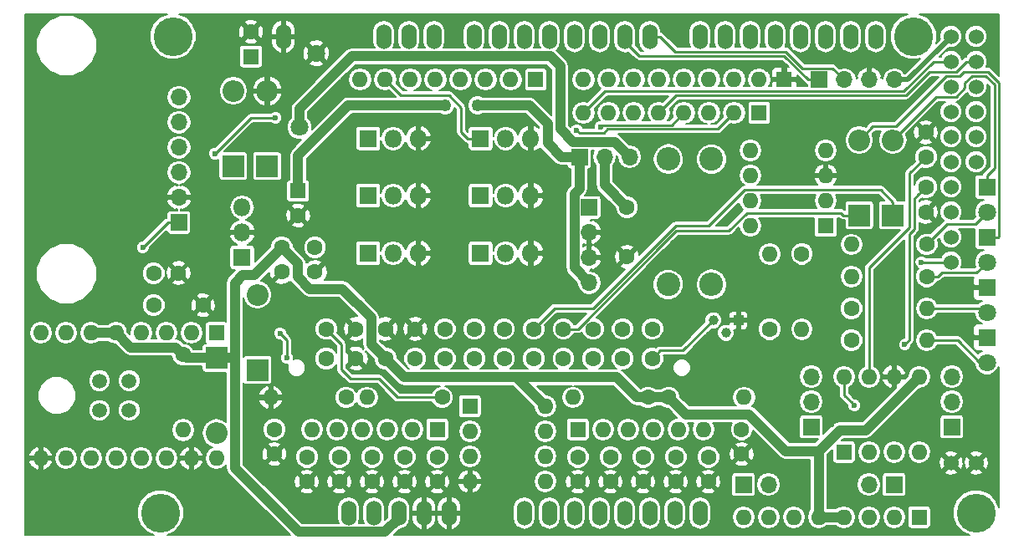
<source format=gbl>
G04 #@! TF.FileFunction,Copper,L2,Bot,Signal*
%FSLAX46Y46*%
G04 Gerber Fmt 4.6, Leading zero omitted, Abs format (unit mm)*
G04 Created by KiCad (PCBNEW 4.0.7) date 03/12/18 20:20:41*
%MOMM*%
%LPD*%
G01*
G04 APERTURE LIST*
%ADD10C,0.100000*%
%ADD11C,1.600000*%
%ADD12C,0.600000*%
%ADD13C,2.400000*%
%ADD14O,2.400000X2.400000*%
%ADD15R,1.600000X1.600000*%
%ADD16O,1.600000X1.600000*%
%ADD17R,1.800000X1.800000*%
%ADD18O,1.800000X1.800000*%
%ADD19R,2.200000X2.200000*%
%ADD20O,2.200000X2.200000*%
%ADD21C,1.800000*%
%ADD22R,1.700000X1.700000*%
%ADD23O,1.700000X1.700000*%
%ADD24C,1.000000*%
%ADD25R,1.000000X1.000000*%
%ADD26C,1.500000*%
%ADD27O,1.524000X2.540000*%
%ADD28C,3.937000*%
%ADD29C,1.524000*%
%ADD30C,1.250000*%
%ADD31C,1.000000*%
%ADD32C,0.250000*%
%ADD33C,0.500000*%
%ADD34C,0.150000*%
G04 APERTURE END LIST*
D10*
D11*
X117100000Y-106426000D03*
X117100000Y-108926000D03*
X164401500Y-106426000D03*
X164401500Y-108926000D03*
X127000000Y-109220000D03*
X127000000Y-111720000D03*
D12*
X184350000Y-80450000D03*
X156100000Y-108400000D03*
X148000000Y-100000000D03*
X145000000Y-100000000D03*
X142000000Y-100000000D03*
X139000000Y-100000000D03*
X136000000Y-100000000D03*
X157100000Y-99200000D03*
X168400000Y-104700000D03*
X153100000Y-104100000D03*
X169800000Y-107200000D03*
X146200000Y-107600000D03*
X152700000Y-110000000D03*
X132000000Y-108100000D03*
X124900000Y-108100000D03*
X114900000Y-76300000D03*
X108900000Y-81500000D03*
X111000000Y-91000000D03*
X120600000Y-100800000D03*
X122400000Y-102500000D03*
X127000000Y-100300000D03*
X132300000Y-102400000D03*
X142100000Y-72300000D03*
X178150000Y-79700000D03*
X130000000Y-105300000D03*
X179300000Y-64900000D03*
X95892620Y-98826320D03*
X146400000Y-84000000D03*
D13*
X161353500Y-79057500D03*
D14*
X161353500Y-91757500D03*
D12*
X149300000Y-102800000D03*
X172796200Y-96443800D03*
X180350000Y-88500000D03*
X187960000Y-88442800D03*
X170053000Y-77470000D03*
X170624500Y-85661500D03*
X180450000Y-73850000D03*
X172847000Y-92329000D03*
X182372000Y-92265500D03*
X179050000Y-92050000D03*
X97500000Y-101600000D03*
X124269500Y-85915500D03*
X123698000Y-77089000D03*
X125476000Y-91376500D03*
X128270000Y-94170500D03*
X119621300Y-93151960D03*
X119634000Y-95885000D03*
X185356500Y-91313000D03*
X163512500Y-87312500D03*
X167449500Y-83185000D03*
X158300000Y-82500000D03*
X163000000Y-85100000D03*
X158178500Y-87947500D03*
X168338500Y-90360500D03*
X154940000Y-79121000D03*
X155400000Y-84200000D03*
X153416000Y-92837000D03*
X159766000Y-76835000D03*
X153543000Y-81153000D03*
X180700000Y-95100000D03*
X178500000Y-98900000D03*
X178200000Y-86800000D03*
X178200000Y-95000000D03*
X140700000Y-111300000D03*
X140700000Y-108100000D03*
X140700000Y-104394000D03*
X138049000Y-79565500D03*
X137985500Y-85471000D03*
X133477000Y-84645500D03*
X140843000Y-86296500D03*
X140843000Y-80391000D03*
X124079000Y-72263000D03*
X127889000Y-79819500D03*
X127952500Y-85915500D03*
X153600000Y-87600000D03*
X137922000Y-90805000D03*
X146685000Y-80899000D03*
X163400000Y-100100000D03*
X158750000Y-95694500D03*
X134620000Y-64833500D03*
X158445200Y-65405000D03*
X157400000Y-69400000D03*
X111300000Y-88600000D03*
D15*
X168719500Y-70993000D03*
D16*
X166179500Y-70993000D03*
X163639500Y-70993000D03*
X161099500Y-70993000D03*
X158559500Y-70993000D03*
X156019500Y-70993000D03*
X153479500Y-70993000D03*
X150939500Y-70993000D03*
X148399500Y-70993000D03*
D17*
X126619000Y-88582500D03*
D18*
X129159000Y-88582500D03*
X131699000Y-88582500D03*
D17*
X126619000Y-82740500D03*
D18*
X129159000Y-82740500D03*
X131699000Y-82740500D03*
D17*
X126619000Y-76962000D03*
D18*
X129159000Y-76962000D03*
X131699000Y-76962000D03*
D17*
X137985500Y-76962000D03*
D18*
X140525500Y-76962000D03*
X143065500Y-76962000D03*
D17*
X137985500Y-82740500D03*
D18*
X140525500Y-82740500D03*
X143065500Y-82740500D03*
D17*
X137985500Y-88582500D03*
D18*
X140525500Y-88582500D03*
X143065500Y-88582500D03*
D11*
X122364500Y-96250500D03*
X125364500Y-96250500D03*
X128364500Y-96250500D03*
X131364500Y-96250500D03*
X134364500Y-96250500D03*
X137364500Y-96250500D03*
X140364500Y-96250500D03*
X143364500Y-96250500D03*
X146364500Y-96250500D03*
X149364500Y-96250500D03*
X152364500Y-96250500D03*
X155364500Y-96250500D03*
X122364500Y-99250500D03*
X125364500Y-99250500D03*
X128364500Y-99250500D03*
X131364500Y-99250500D03*
X134364500Y-99250500D03*
X137364500Y-99250500D03*
X140364500Y-99250500D03*
X143364500Y-99250500D03*
X146364500Y-99250500D03*
X149364500Y-99250500D03*
X152364500Y-99250500D03*
X155364500Y-99250500D03*
D19*
X116395500Y-79756000D03*
D20*
X116395500Y-72136000D03*
D12*
X114600000Y-97300000D03*
X98200000Y-87400000D03*
X102700000Y-93500000D03*
X166624000Y-108521500D03*
X184600000Y-112300000D03*
X175200000Y-110900000D03*
X174150000Y-74900000D03*
X169354500Y-109982000D03*
X185420000Y-116332000D03*
X99450000Y-116650000D03*
X122000000Y-115200000D03*
X115500000Y-108700000D03*
X109600000Y-102800000D03*
X93700000Y-93900000D03*
X115500000Y-105300000D03*
X93218000Y-82804000D03*
X101300000Y-78900000D03*
X105689400Y-75641200D03*
X92989400Y-73837800D03*
X92964000Y-65024000D03*
X159702500Y-103124000D03*
X175700000Y-105300000D03*
X189900000Y-69300000D03*
X186944000Y-65278000D03*
X183388000Y-106934000D03*
X177000000Y-103100000D03*
X173482000Y-105918000D03*
X167767000Y-102108000D03*
X176750000Y-68350000D03*
D11*
X120400000Y-111720000D03*
X120400000Y-109220000D03*
D13*
X156972000Y-91757500D03*
D14*
X156972000Y-79057500D03*
D15*
X114744500Y-68667000D03*
D11*
X114744500Y-66167000D03*
D15*
X119507000Y-82272500D03*
D11*
X119507000Y-84772500D03*
D21*
X119648500Y-75826000D03*
X121348500Y-68326000D03*
D15*
X143573500Y-70993000D03*
D16*
X141033500Y-70993000D03*
X138493500Y-70993000D03*
X135953500Y-70993000D03*
X133413500Y-70993000D03*
X130873500Y-70993000D03*
X128333500Y-70993000D03*
X125793500Y-70993000D03*
D15*
X133604000Y-106426000D03*
D16*
X131064000Y-106426000D03*
X128524000Y-106426000D03*
X125984000Y-106426000D03*
X123444000Y-106426000D03*
X120904000Y-106426000D03*
D15*
X147828000Y-106426000D03*
D16*
X150368000Y-106426000D03*
X152908000Y-106426000D03*
X155448000Y-106426000D03*
X157988000Y-106426000D03*
X160528000Y-106426000D03*
D17*
X189230000Y-97113600D03*
D21*
X189230000Y-99653600D03*
D17*
X189230000Y-92033600D03*
D21*
X189230000Y-94573600D03*
D17*
X189230000Y-86953600D03*
D21*
X189230000Y-89493600D03*
D17*
X189230000Y-81873600D03*
D21*
X189230000Y-84413600D03*
D15*
X172910500Y-85788500D03*
D16*
X165290500Y-78168500D03*
X172910500Y-83248500D03*
X165290500Y-80708500D03*
X172910500Y-80708500D03*
X165290500Y-83248500D03*
X172910500Y-78168500D03*
X165290500Y-85788500D03*
D19*
X111252000Y-99187000D03*
D20*
X111252000Y-106807000D03*
D19*
X112966500Y-79756000D03*
D20*
X112966500Y-72136000D03*
D19*
X176300000Y-84740000D03*
D20*
X176300000Y-77120000D03*
D19*
X179700000Y-84740000D03*
D20*
X179700000Y-77120000D03*
D11*
X183050000Y-84400000D03*
X183050000Y-81900000D03*
X183050000Y-76350000D03*
X183050000Y-78850000D03*
X104902000Y-90600000D03*
X107402000Y-90600000D03*
X121221500Y-87987500D03*
X121221500Y-90487500D03*
X133604000Y-109220000D03*
X133604000Y-111720000D03*
X130302000Y-109220000D03*
X130302000Y-111720000D03*
X123700000Y-109220000D03*
X123700000Y-111720000D03*
X151130000Y-109220000D03*
X151130000Y-111720000D03*
X161036000Y-109220000D03*
X161036000Y-111720000D03*
X157734000Y-109220000D03*
X157734000Y-111720000D03*
X154432000Y-109220000D03*
X154432000Y-111720000D03*
D17*
X113855500Y-89027000D03*
D18*
X113855500Y-86487000D03*
X113855500Y-83947000D03*
D11*
X117856000Y-87987500D03*
X117856000Y-90487500D03*
D15*
X174752000Y-108712000D03*
D16*
X182372000Y-101092000D03*
X177292000Y-108712000D03*
X179832000Y-101092000D03*
X179832000Y-108712000D03*
X177292000Y-101092000D03*
X182372000Y-108712000D03*
X174752000Y-101092000D03*
D11*
X147828000Y-109220000D03*
X147828000Y-111720000D03*
D15*
X136906000Y-104076500D03*
D16*
X144526000Y-111696500D03*
X136906000Y-106616500D03*
X144526000Y-109156500D03*
X136906000Y-109156500D03*
X144526000Y-106616500D03*
X136906000Y-111696500D03*
X144526000Y-104076500D03*
D15*
X182372000Y-115316000D03*
D16*
X179832000Y-115316000D03*
X177292000Y-115316000D03*
X174752000Y-115316000D03*
X172212000Y-115316000D03*
X169672000Y-115316000D03*
X167132000Y-115316000D03*
X164592000Y-115316000D03*
D15*
X111252000Y-96647000D03*
D16*
X93472000Y-109347000D03*
X108712000Y-96647000D03*
X96012000Y-109347000D03*
X106172000Y-96647000D03*
X98552000Y-109347000D03*
X103632000Y-96647000D03*
X101092000Y-109347000D03*
X101092000Y-96647000D03*
X103632000Y-109347000D03*
X98552000Y-96647000D03*
X106172000Y-109347000D03*
X96012000Y-96647000D03*
X108712000Y-109347000D03*
X93472000Y-96647000D03*
X111252000Y-109347000D03*
D22*
X107458000Y-85471000D03*
D23*
X107458000Y-82931000D03*
X107458000Y-80391000D03*
X107458000Y-77851000D03*
X107458000Y-75311000D03*
X107458000Y-72771000D03*
D24*
X162814000Y-96647000D03*
X161544000Y-95377000D03*
D25*
X164084000Y-95377000D03*
D22*
X164592000Y-112014000D03*
D23*
X167132000Y-112014000D03*
D22*
X179832000Y-112014000D03*
D23*
X177292000Y-112014000D03*
D22*
X185674000Y-106172000D03*
D23*
X185674000Y-103632000D03*
X185674000Y-101092000D03*
D22*
X171450000Y-106172000D03*
D23*
X171450000Y-103632000D03*
X171450000Y-101092000D03*
D22*
X147980886Y-78811466D03*
D23*
X150520886Y-78811466D03*
X153060886Y-78811466D03*
D15*
X166179500Y-74358500D03*
D16*
X163639500Y-74358500D03*
X161099500Y-74358500D03*
X158559500Y-74358500D03*
X156019500Y-74358500D03*
X153479500Y-74358500D03*
X150939500Y-74358500D03*
X148399500Y-74358500D03*
D11*
X134100000Y-103187500D03*
D16*
X126480000Y-103187500D03*
D11*
X154940000Y-103187500D03*
D16*
X147320000Y-103187500D03*
D11*
X157035500Y-103187500D03*
D16*
X164655500Y-103187500D03*
D11*
X124375000Y-103187500D03*
D16*
X116755000Y-103187500D03*
D11*
X183134000Y-87693500D03*
D16*
X175514000Y-87693500D03*
D11*
X183134000Y-90932000D03*
D16*
X175514000Y-90932000D03*
D11*
X175514000Y-94170500D03*
D16*
X183134000Y-94170500D03*
D11*
X175514000Y-97409000D03*
D16*
X183134000Y-97409000D03*
D11*
X167259000Y-96266000D03*
D16*
X167259000Y-88646000D03*
D11*
X170497500Y-88646000D03*
D16*
X170497500Y-96266000D03*
D11*
X107886500Y-98869500D03*
D16*
X107886500Y-106489500D03*
D26*
X102420000Y-104500000D03*
X99420000Y-104500000D03*
X102420000Y-101500000D03*
X99420000Y-101500000D03*
D19*
X115400000Y-100400000D03*
D20*
X115400000Y-92780000D03*
D27*
X170361100Y-66633600D03*
X172901100Y-66633600D03*
X155121100Y-114893600D03*
X152581100Y-114893600D03*
X150041100Y-114893600D03*
X142421100Y-114893600D03*
X144961100Y-114893600D03*
X147501100Y-114893600D03*
X134801100Y-114893600D03*
X132261100Y-114893600D03*
X127181100Y-114893600D03*
X124641100Y-114893600D03*
X144961100Y-66633600D03*
X142421100Y-66633600D03*
X139881100Y-66633600D03*
X137341100Y-66633600D03*
X133277100Y-66633600D03*
X130737100Y-66633600D03*
X118037100Y-66633600D03*
X129721100Y-114893600D03*
D28*
X188141100Y-114893600D03*
X181791100Y-66633600D03*
X106861100Y-66633600D03*
X105591100Y-114893600D03*
D29*
X185601100Y-69173600D03*
X188141100Y-69173600D03*
X185601100Y-66633600D03*
X188141100Y-66633600D03*
X185601100Y-109813600D03*
X188141100Y-109813600D03*
X185601100Y-71713600D03*
X188141100Y-71713600D03*
X188141100Y-74253600D03*
X185601100Y-89493600D03*
D27*
X147501100Y-66633600D03*
X150041100Y-66633600D03*
X152581100Y-66633600D03*
X155121100Y-66633600D03*
X175441100Y-66633600D03*
X177981100Y-66633600D03*
X167821100Y-66633600D03*
X165281100Y-66633600D03*
X162741100Y-66633600D03*
X160201100Y-66633600D03*
X157661100Y-114893600D03*
X160201100Y-114893600D03*
D29*
X185601100Y-79333600D03*
X188141100Y-79333600D03*
X185601100Y-76793600D03*
X188141100Y-76793600D03*
X185601100Y-74253600D03*
X185601100Y-81873600D03*
X185601100Y-86953600D03*
X185601100Y-84413600D03*
D27*
X128197100Y-66633600D03*
D11*
X152800000Y-88947000D03*
X152800000Y-83947000D03*
X104902000Y-93853000D03*
X109902000Y-93853000D03*
D22*
X148971000Y-83947000D03*
D23*
X148971000Y-86487000D03*
X148971000Y-89027000D03*
X148971000Y-91567000D03*
D22*
X172250000Y-71000000D03*
D23*
X174790000Y-71000000D03*
X177330000Y-71000000D03*
X179870000Y-71000000D03*
D30*
X137700000Y-73600004D03*
X134400002Y-73600000D03*
D12*
X175800000Y-104000000D03*
X180911500Y-97853500D03*
X147700000Y-76100000D03*
X150100000Y-75800000D03*
X182600000Y-89500000D03*
X117215920Y-74869040D03*
X111100000Y-78500000D03*
X103800000Y-88000000D03*
X117700000Y-96700000D03*
X118388228Y-99175010D03*
D31*
X182372000Y-101092000D02*
X176964000Y-106500000D01*
X176964000Y-106500000D02*
X174328998Y-106500000D01*
X174328998Y-106500000D02*
X172212000Y-108616998D01*
X147980886Y-78811466D02*
X146130886Y-78811466D01*
X146130886Y-78811466D02*
X144770990Y-77451570D01*
X144770990Y-77451570D02*
X144770990Y-75470990D01*
X144770990Y-75470990D02*
X142900004Y-73600004D01*
X142900004Y-73600004D02*
X138583883Y-73600004D01*
X138583883Y-73600004D02*
X137700000Y-73600004D01*
X133516119Y-73600000D02*
X134400002Y-73600000D01*
X124600006Y-73600000D02*
X133516119Y-73600000D01*
X119507000Y-78693006D02*
X124600006Y-73600000D01*
X119507000Y-82272500D02*
X119507000Y-78693006D01*
X101092000Y-96647000D02*
X102570280Y-98125280D01*
X102570280Y-98125280D02*
X107142280Y-98125280D01*
X107142280Y-98125280D02*
X107886500Y-98869500D01*
X107886500Y-98869500D02*
X108198920Y-99181920D01*
X108198920Y-99181920D02*
X111246920Y-99181920D01*
X129721100Y-114893600D02*
X129721100Y-115401600D01*
X113106200Y-110337202D02*
X113106200Y-99237800D01*
X129721100Y-115401600D02*
X128305560Y-116817140D01*
X119586138Y-116817140D02*
X113106200Y-110337202D01*
X128305560Y-116817140D02*
X119586138Y-116817140D01*
X147980886Y-78811466D02*
X147980886Y-82067112D01*
X147980886Y-82067112D02*
X147470999Y-82576999D01*
X147470999Y-90066999D02*
X148971000Y-91567000D01*
X147470999Y-82576999D02*
X147470999Y-90066999D01*
X128364500Y-99250500D02*
X126914499Y-97800499D01*
X119500000Y-91000000D02*
X119500000Y-89631500D01*
X126914499Y-97800499D02*
X126914499Y-95114499D01*
X126914499Y-95114499D02*
X123993999Y-92193999D01*
X123993999Y-92193999D02*
X120693999Y-92193999D01*
X120693999Y-92193999D02*
X119500000Y-91000000D01*
X119500000Y-89631500D02*
X117856000Y-87987500D01*
X117856000Y-87987500D02*
X115043500Y-90800000D01*
X113900000Y-90800000D02*
X113100000Y-91600000D01*
X115043500Y-90800000D02*
X113900000Y-90800000D01*
X113106200Y-91606200D02*
X113100000Y-91600000D01*
X113106200Y-98094800D02*
X113106200Y-91606200D01*
X113106200Y-99237800D02*
X113106200Y-98094800D01*
X111252000Y-99187000D02*
X113102000Y-99187000D01*
X154940000Y-103187500D02*
X153808630Y-103187500D01*
X153808630Y-103187500D02*
X151768131Y-101147001D01*
X151768131Y-101147001D02*
X141596501Y-101147001D01*
X157035500Y-103187500D02*
X154940000Y-103187500D01*
X157035500Y-103187500D02*
X158750000Y-104902000D01*
X158750000Y-104902000D02*
X165163500Y-104902000D01*
X165163500Y-104902000D02*
X168878498Y-108616998D01*
X168878498Y-108616998D02*
X172212000Y-108616998D01*
X141596501Y-101147001D02*
X130261001Y-101147001D01*
X130261001Y-101147001D02*
X128364500Y-99250500D01*
X144526000Y-104076500D02*
X141596501Y-101147001D01*
X101092000Y-96647000D02*
X98552000Y-96647000D01*
X129794000Y-114820700D02*
X129721100Y-114893600D01*
X172212000Y-108616998D02*
X172212000Y-110236000D01*
X172212000Y-115316000D02*
X174752000Y-115316000D01*
X172212000Y-110236000D02*
X172212000Y-115316000D01*
X145034000Y-68643500D02*
X146045991Y-69655491D01*
D32*
X134100000Y-103187500D02*
X129587500Y-103187500D01*
X129587500Y-103187500D02*
X127700000Y-101300000D01*
X127700000Y-101300000D02*
X124800000Y-101300000D01*
X124800000Y-101300000D02*
X123888500Y-100388500D01*
X123888500Y-100388500D02*
X123888500Y-97774500D01*
X123888500Y-97774500D02*
X122364500Y-96250500D01*
D31*
X129603500Y-68643500D02*
X145034000Y-68643500D01*
X124956500Y-68643500D02*
X119648500Y-73951500D01*
X129603500Y-68643500D02*
X124956500Y-68643500D01*
X119648500Y-73951500D02*
X119648500Y-75826000D01*
X147351965Y-77311465D02*
X151560885Y-77311465D01*
X146045991Y-76005491D02*
X147351965Y-77311465D01*
X146045991Y-69655491D02*
X146045991Y-76005491D01*
X151560885Y-77311465D02*
X153060886Y-78811466D01*
D32*
X177292000Y-101092000D02*
X177292000Y-90058000D01*
X177292000Y-90058000D02*
X181400000Y-85950000D01*
X181400000Y-85950000D02*
X181400000Y-80500000D01*
X181400000Y-80500000D02*
X183050000Y-78850000D01*
X180911500Y-97853500D02*
X181350000Y-97415000D01*
X181350000Y-97415000D02*
X181350000Y-86650000D01*
X181350000Y-86650000D02*
X181900000Y-86100000D01*
X181900000Y-86100000D02*
X181900000Y-83050000D01*
X181900000Y-83050000D02*
X182250001Y-82699999D01*
X182250001Y-82699999D02*
X183050000Y-81900000D01*
X174752000Y-101092000D02*
X174752000Y-102952000D01*
X174752000Y-102952000D02*
X175500001Y-103700001D01*
X175500001Y-103700001D02*
X175800000Y-104000000D01*
X183134000Y-87693500D02*
X183134000Y-87666000D01*
X185200000Y-85600000D02*
X188043600Y-85600000D01*
X183134000Y-87666000D02*
X185200000Y-85600000D01*
X188043600Y-85600000D02*
X189230000Y-84413600D01*
X183134000Y-94170500D02*
X188826900Y-94170500D01*
X188826900Y-94170500D02*
X189230000Y-94573600D01*
X150851002Y-76000000D02*
X150451003Y-76399999D01*
X163639500Y-74358500D02*
X161998000Y-76000000D01*
X161998000Y-76000000D02*
X150851002Y-76000000D01*
X150451003Y-76399999D02*
X147999999Y-76399999D01*
X147999999Y-76399999D02*
X147700000Y-76100000D01*
X137985500Y-76962000D02*
X136662000Y-76962000D01*
X136662000Y-76962000D02*
X136000000Y-76300000D01*
X136000000Y-76300000D02*
X136000000Y-73826500D01*
X136000000Y-73826500D02*
X134773500Y-72600000D01*
X134773500Y-72600000D02*
X129940500Y-72600000D01*
X129940500Y-72600000D02*
X128333500Y-70993000D01*
X156019500Y-74358500D02*
X157797500Y-72580500D01*
X157797500Y-72580500D02*
X181019500Y-72580500D01*
X183389399Y-70210601D02*
X186139399Y-70210601D01*
X181019500Y-72580500D02*
X183389399Y-70210601D01*
X186139399Y-70210601D02*
X187176400Y-69173600D01*
X187176400Y-69173600D02*
X188141100Y-69173600D01*
X148399500Y-74358500D02*
X150582999Y-72175001D01*
X150582999Y-72175001D02*
X180824999Y-72175001D01*
X180824999Y-72175001D02*
X183826400Y-69173600D01*
X183826400Y-69173600D02*
X185601100Y-69173600D01*
D31*
X150520886Y-78811466D02*
X150520886Y-81667886D01*
X150520886Y-81667886D02*
X152800000Y-83947000D01*
D32*
X189230000Y-81873600D02*
X189230000Y-80723600D01*
X187000000Y-71849462D02*
X186098861Y-72750601D01*
X189230000Y-80723600D02*
X189992000Y-79961600D01*
X189992000Y-79961600D02*
X189992000Y-71492000D01*
X189992000Y-71492000D02*
X189110612Y-70610612D01*
X186098861Y-72750601D02*
X184069399Y-72750601D01*
X189110612Y-70610612D02*
X187739388Y-70610612D01*
X184069399Y-72750601D02*
X180799999Y-76020001D01*
X187739388Y-70610612D02*
X187000000Y-71350000D01*
X187000000Y-71350000D02*
X187000000Y-71849462D01*
X180799999Y-76020001D02*
X179700000Y-77120000D01*
X189230000Y-86953600D02*
X190380000Y-86953600D01*
X186889399Y-70210601D02*
X186423401Y-70676599D01*
X190405001Y-71305001D02*
X189310601Y-70210601D01*
X190405001Y-86928599D02*
X190405001Y-71305001D01*
X189310601Y-70210601D02*
X186889399Y-70210601D01*
X185123401Y-70676599D02*
X180055001Y-75744999D01*
X177675001Y-75744999D02*
X176300000Y-77120000D01*
X190380000Y-86953600D02*
X190405001Y-86928599D01*
X186423401Y-70676599D02*
X185123401Y-70676599D01*
X180055001Y-75744999D02*
X177675001Y-75744999D01*
X183134000Y-90932000D02*
X184265370Y-90932000D01*
X184265370Y-90932000D02*
X184666769Y-90530601D01*
X184666769Y-90530601D02*
X188192999Y-90530601D01*
X188192999Y-90530601D02*
X189230000Y-89493600D01*
X183134000Y-97409000D02*
X186258200Y-97409000D01*
X186258200Y-97409000D02*
X188502800Y-99653600D01*
X188502800Y-99653600D02*
X189230000Y-99653600D01*
X150300011Y-75599989D02*
X150100000Y-75800000D01*
X157318011Y-75599989D02*
X150300011Y-75599989D01*
X158559500Y-74358500D02*
X157318011Y-75599989D01*
X185601100Y-89493600D02*
X182606400Y-89493600D01*
X182606400Y-89493600D02*
X182600000Y-89500000D01*
X143364500Y-96250500D02*
X145444500Y-94170500D01*
X145444500Y-94170500D02*
X149352000Y-94170500D01*
X149352000Y-94170500D02*
X157722500Y-85800000D01*
X157722500Y-85800000D02*
X161100000Y-85800000D01*
X179700000Y-83390000D02*
X179700000Y-84740000D01*
X161100000Y-85800000D02*
X164726501Y-82173499D01*
X164726501Y-82173499D02*
X178483499Y-82173499D01*
X178483499Y-82173499D02*
X179700000Y-83390000D01*
X146364500Y-96250500D02*
X147837700Y-96250500D01*
X156845000Y-87249000D02*
X157797500Y-86296500D01*
X157797500Y-86296500D02*
X163131500Y-86296500D01*
X147837700Y-96250500D02*
X156839200Y-87249000D01*
X156839200Y-87249000D02*
X156845000Y-87249000D01*
X163131500Y-86296500D02*
X164928000Y-84500000D01*
X164928000Y-84500000D02*
X174450000Y-84500000D01*
X174450000Y-84500000D02*
X174690000Y-84740000D01*
X174690000Y-84740000D02*
X176300000Y-84740000D01*
X155364500Y-99250500D02*
X156164499Y-98450501D01*
X156164499Y-98450501D02*
X158470499Y-98450501D01*
X158470499Y-98450501D02*
X161544000Y-95377000D01*
X116791656Y-74869040D02*
X117215920Y-74869040D01*
X114730960Y-74869040D02*
X116791656Y-74869040D01*
X111100000Y-78500000D02*
X114730960Y-74869040D01*
X107458000Y-85471000D02*
X106329000Y-85471000D01*
X106329000Y-85471000D02*
X103800000Y-88000000D01*
X118388228Y-97388228D02*
X117700000Y-96700000D01*
X118388228Y-99175010D02*
X118388228Y-97388228D01*
X171134300Y-71000000D02*
X168712921Y-68578621D01*
X172250000Y-71000000D02*
X171134300Y-71000000D01*
X152581100Y-67141600D02*
X152581100Y-66633600D01*
X154018121Y-68578621D02*
X152581100Y-67141600D01*
X168712921Y-68578621D02*
X154018121Y-68578621D01*
X174790000Y-71000000D02*
X174750000Y-71000000D01*
X174750000Y-71000000D02*
X173600000Y-69850000D01*
X173600000Y-69850000D02*
X170550000Y-69850000D01*
X170550000Y-69850000D02*
X168878610Y-68178610D01*
X157678110Y-68178610D02*
X156133100Y-66633600D01*
X168878610Y-68178610D02*
X157678110Y-68178610D01*
X156133100Y-66633600D02*
X155121100Y-66633600D01*
D33*
X179870000Y-71000000D02*
X181234700Y-71000000D01*
X181234700Y-71000000D02*
X184839101Y-67395599D01*
X184839101Y-67395599D02*
X185601100Y-66633600D01*
D34*
G36*
X105535348Y-64645719D02*
X104875536Y-65304381D01*
X104518008Y-66165404D01*
X104517194Y-67097706D01*
X104873219Y-67959352D01*
X105531881Y-68619164D01*
X106392904Y-68976692D01*
X107325206Y-68977506D01*
X108186852Y-68621481D01*
X108846664Y-67962819D01*
X108886451Y-67867000D01*
X113562154Y-67867000D01*
X113562154Y-69467000D01*
X113588302Y-69605966D01*
X113670431Y-69733599D01*
X113795746Y-69819223D01*
X113944500Y-69849346D01*
X115544500Y-69849346D01*
X115683466Y-69823198D01*
X115811099Y-69741069D01*
X115896723Y-69615754D01*
X115926846Y-69467000D01*
X115926846Y-69348617D01*
X120573370Y-69348617D01*
X120672485Y-69554184D01*
X121193949Y-69719394D01*
X121738942Y-69672472D01*
X122024515Y-69554184D01*
X122123630Y-69348617D01*
X121348500Y-68573487D01*
X120573370Y-69348617D01*
X115926846Y-69348617D01*
X115926846Y-67867000D01*
X115900698Y-67728034D01*
X115818569Y-67600401D01*
X115693254Y-67514777D01*
X115544500Y-67484654D01*
X113944500Y-67484654D01*
X113805534Y-67510802D01*
X113677901Y-67592931D01*
X113592277Y-67718246D01*
X113562154Y-67867000D01*
X108886451Y-67867000D01*
X109197969Y-67116782D01*
X114042206Y-67116782D01*
X114128925Y-67311995D01*
X114613953Y-67460408D01*
X115118856Y-67411911D01*
X115360075Y-67311995D01*
X115446794Y-67116782D01*
X114744500Y-66414487D01*
X114042206Y-67116782D01*
X109197969Y-67116782D01*
X109204192Y-67101796D01*
X109205006Y-66169494D01*
X109150035Y-66036453D01*
X113451092Y-66036453D01*
X113499589Y-66541356D01*
X113599505Y-66782575D01*
X113794718Y-66869294D01*
X114497013Y-66167000D01*
X114991987Y-66167000D01*
X115694282Y-66869294D01*
X115830910Y-66808600D01*
X116800100Y-66808600D01*
X116800100Y-67316600D01*
X116961231Y-67776658D01*
X117286153Y-68140034D01*
X117672691Y-68323707D01*
X117862100Y-68246072D01*
X117862100Y-66808600D01*
X118212100Y-66808600D01*
X118212100Y-68246072D01*
X118401509Y-68323707D01*
X118721934Y-68171449D01*
X119955106Y-68171449D01*
X120002028Y-68716442D01*
X120120316Y-69002015D01*
X120325883Y-69101130D01*
X121101013Y-68326000D01*
X121595987Y-68326000D01*
X122371117Y-69101130D01*
X122576684Y-69002015D01*
X122741894Y-68480551D01*
X122694972Y-67935558D01*
X122576684Y-67649985D01*
X122371117Y-67550870D01*
X121595987Y-68326000D01*
X121101013Y-68326000D01*
X120325883Y-67550870D01*
X120120316Y-67649985D01*
X119955106Y-68171449D01*
X118721934Y-68171449D01*
X118788047Y-68140034D01*
X119112969Y-67776658D01*
X119274100Y-67316600D01*
X119274100Y-67303383D01*
X120573370Y-67303383D01*
X121348500Y-68078513D01*
X122123630Y-67303383D01*
X122024515Y-67097816D01*
X121503051Y-66932606D01*
X120958058Y-66979528D01*
X120672485Y-67097816D01*
X120573370Y-67303383D01*
X119274100Y-67303383D01*
X119274100Y-66808600D01*
X118212100Y-66808600D01*
X117862100Y-66808600D01*
X116800100Y-66808600D01*
X115830910Y-66808600D01*
X115889495Y-66782575D01*
X116037908Y-66297547D01*
X116004584Y-65950600D01*
X116800100Y-65950600D01*
X116800100Y-66458600D01*
X117862100Y-66458600D01*
X117862100Y-65021128D01*
X118212100Y-65021128D01*
X118212100Y-66458600D01*
X119274100Y-66458600D01*
X119274100Y-65950600D01*
X119112969Y-65490542D01*
X118788047Y-65127166D01*
X118401509Y-64943493D01*
X118212100Y-65021128D01*
X117862100Y-65021128D01*
X117672691Y-64943493D01*
X117286153Y-65127166D01*
X116961231Y-65490542D01*
X116800100Y-65950600D01*
X116004584Y-65950600D01*
X115989411Y-65792644D01*
X115889495Y-65551425D01*
X115694282Y-65464706D01*
X114991987Y-66167000D01*
X114497013Y-66167000D01*
X113794718Y-65464706D01*
X113599505Y-65551425D01*
X113451092Y-66036453D01*
X109150035Y-66036453D01*
X108848981Y-65307848D01*
X108758509Y-65217218D01*
X114042206Y-65217218D01*
X114744500Y-65919513D01*
X115446794Y-65217218D01*
X115360075Y-65022005D01*
X114875047Y-64873592D01*
X114370144Y-64922089D01*
X114128925Y-65022005D01*
X114042206Y-65217218D01*
X108758509Y-65217218D01*
X108190319Y-64648036D01*
X107426812Y-64331000D01*
X181227026Y-64331000D01*
X180465348Y-64645719D01*
X179805536Y-65304381D01*
X179448008Y-66165404D01*
X179447194Y-67097706D01*
X179803219Y-67959352D01*
X180461881Y-68619164D01*
X181322904Y-68976692D01*
X182255206Y-68977506D01*
X182456471Y-68894345D01*
X180975816Y-70375000D01*
X180913410Y-70375000D01*
X180736206Y-70109795D01*
X180338787Y-69844249D01*
X179870000Y-69751001D01*
X179401213Y-69844249D01*
X179003794Y-70109795D01*
X178738248Y-70507214D01*
X178655000Y-70925728D01*
X178655000Y-70824998D01*
X178524659Y-70824998D01*
X178599862Y-70621692D01*
X178358427Y-70164534D01*
X177960424Y-69834568D01*
X177708305Y-69730153D01*
X177505000Y-69806512D01*
X177505000Y-70825000D01*
X177525000Y-70825000D01*
X177525000Y-71175000D01*
X177505000Y-71175000D01*
X177505000Y-71195000D01*
X177155000Y-71195000D01*
X177155000Y-71175000D01*
X177135000Y-71175000D01*
X177135000Y-70825000D01*
X177155000Y-70825000D01*
X177155000Y-69806512D01*
X176951695Y-69730153D01*
X176699576Y-69834568D01*
X176301573Y-70164534D01*
X176060138Y-70621692D01*
X176135341Y-70824998D01*
X176005000Y-70824998D01*
X176005000Y-70925728D01*
X175921752Y-70507214D01*
X175656206Y-70109795D01*
X175258787Y-69844249D01*
X174790000Y-69751001D01*
X174321213Y-69844249D01*
X174309309Y-69852203D01*
X173953553Y-69496447D01*
X173791342Y-69388060D01*
X173600000Y-69350000D01*
X170757107Y-69350000D01*
X169232163Y-67825057D01*
X169069952Y-67716670D01*
X168878610Y-67678610D01*
X168824998Y-67678610D01*
X168871551Y-67608938D01*
X168958100Y-67173827D01*
X168958100Y-66093373D01*
X169224100Y-66093373D01*
X169224100Y-67173827D01*
X169310649Y-67608938D01*
X169557120Y-67977807D01*
X169925989Y-68224278D01*
X170361100Y-68310827D01*
X170796211Y-68224278D01*
X171165080Y-67977807D01*
X171411551Y-67608938D01*
X171498100Y-67173827D01*
X171498100Y-66093373D01*
X171764100Y-66093373D01*
X171764100Y-67173827D01*
X171850649Y-67608938D01*
X172097120Y-67977807D01*
X172465989Y-68224278D01*
X172901100Y-68310827D01*
X173336211Y-68224278D01*
X173705080Y-67977807D01*
X173951551Y-67608938D01*
X174038100Y-67173827D01*
X174038100Y-66093373D01*
X174304100Y-66093373D01*
X174304100Y-67173827D01*
X174390649Y-67608938D01*
X174637120Y-67977807D01*
X175005989Y-68224278D01*
X175441100Y-68310827D01*
X175876211Y-68224278D01*
X176245080Y-67977807D01*
X176491551Y-67608938D01*
X176578100Y-67173827D01*
X176578100Y-66093373D01*
X176844100Y-66093373D01*
X176844100Y-67173827D01*
X176930649Y-67608938D01*
X177177120Y-67977807D01*
X177545989Y-68224278D01*
X177981100Y-68310827D01*
X178416211Y-68224278D01*
X178785080Y-67977807D01*
X179031551Y-67608938D01*
X179118100Y-67173827D01*
X179118100Y-66093373D01*
X179031551Y-65658262D01*
X178785080Y-65289393D01*
X178416211Y-65042922D01*
X177981100Y-64956373D01*
X177545989Y-65042922D01*
X177177120Y-65289393D01*
X176930649Y-65658262D01*
X176844100Y-66093373D01*
X176578100Y-66093373D01*
X176491551Y-65658262D01*
X176245080Y-65289393D01*
X175876211Y-65042922D01*
X175441100Y-64956373D01*
X175005989Y-65042922D01*
X174637120Y-65289393D01*
X174390649Y-65658262D01*
X174304100Y-66093373D01*
X174038100Y-66093373D01*
X173951551Y-65658262D01*
X173705080Y-65289393D01*
X173336211Y-65042922D01*
X172901100Y-64956373D01*
X172465989Y-65042922D01*
X172097120Y-65289393D01*
X171850649Y-65658262D01*
X171764100Y-66093373D01*
X171498100Y-66093373D01*
X171411551Y-65658262D01*
X171165080Y-65289393D01*
X170796211Y-65042922D01*
X170361100Y-64956373D01*
X169925989Y-65042922D01*
X169557120Y-65289393D01*
X169310649Y-65658262D01*
X169224100Y-66093373D01*
X168958100Y-66093373D01*
X168871551Y-65658262D01*
X168625080Y-65289393D01*
X168256211Y-65042922D01*
X167821100Y-64956373D01*
X167385989Y-65042922D01*
X167017120Y-65289393D01*
X166770649Y-65658262D01*
X166684100Y-66093373D01*
X166684100Y-67173827D01*
X166770649Y-67608938D01*
X166817202Y-67678610D01*
X166284998Y-67678610D01*
X166331551Y-67608938D01*
X166418100Y-67173827D01*
X166418100Y-66093373D01*
X166331551Y-65658262D01*
X166085080Y-65289393D01*
X165716211Y-65042922D01*
X165281100Y-64956373D01*
X164845989Y-65042922D01*
X164477120Y-65289393D01*
X164230649Y-65658262D01*
X164144100Y-66093373D01*
X164144100Y-67173827D01*
X164230649Y-67608938D01*
X164277202Y-67678610D01*
X163744998Y-67678610D01*
X163791551Y-67608938D01*
X163878100Y-67173827D01*
X163878100Y-66093373D01*
X163791551Y-65658262D01*
X163545080Y-65289393D01*
X163176211Y-65042922D01*
X162741100Y-64956373D01*
X162305989Y-65042922D01*
X161937120Y-65289393D01*
X161690649Y-65658262D01*
X161604100Y-66093373D01*
X161604100Y-67173827D01*
X161690649Y-67608938D01*
X161737202Y-67678610D01*
X161204998Y-67678610D01*
X161251551Y-67608938D01*
X161338100Y-67173827D01*
X161338100Y-66093373D01*
X161251551Y-65658262D01*
X161005080Y-65289393D01*
X160636211Y-65042922D01*
X160201100Y-64956373D01*
X159765989Y-65042922D01*
X159397120Y-65289393D01*
X159150649Y-65658262D01*
X159064100Y-66093373D01*
X159064100Y-67173827D01*
X159150649Y-67608938D01*
X159197202Y-67678610D01*
X157885216Y-67678610D01*
X156486653Y-66280047D01*
X156324442Y-66171660D01*
X156258100Y-66158464D01*
X156258100Y-66093373D01*
X156171551Y-65658262D01*
X155925080Y-65289393D01*
X155556211Y-65042922D01*
X155121100Y-64956373D01*
X154685989Y-65042922D01*
X154317120Y-65289393D01*
X154070649Y-65658262D01*
X153984100Y-66093373D01*
X153984100Y-67173827D01*
X154070649Y-67608938D01*
X154317120Y-67977807D01*
X154467998Y-68078621D01*
X154225228Y-68078621D01*
X153652123Y-67505516D01*
X153718100Y-67173827D01*
X153718100Y-66093373D01*
X153631551Y-65658262D01*
X153385080Y-65289393D01*
X153016211Y-65042922D01*
X152581100Y-64956373D01*
X152145989Y-65042922D01*
X151777120Y-65289393D01*
X151530649Y-65658262D01*
X151444100Y-66093373D01*
X151444100Y-67173827D01*
X151530649Y-67608938D01*
X151777120Y-67977807D01*
X152145989Y-68224278D01*
X152581100Y-68310827D01*
X152966550Y-68234156D01*
X153664568Y-68932175D01*
X153739523Y-68982258D01*
X153826779Y-69040561D01*
X154018121Y-69078621D01*
X168505815Y-69078621D01*
X169145194Y-69718000D01*
X169013250Y-69718000D01*
X168894500Y-69836750D01*
X168894500Y-70818000D01*
X169875750Y-70818000D01*
X169994500Y-70699250D01*
X169994500Y-70567306D01*
X170780747Y-71353553D01*
X170942958Y-71461940D01*
X171017654Y-71476798D01*
X171017654Y-71675001D01*
X169994500Y-71675001D01*
X169994500Y-71286750D01*
X169875750Y-71168000D01*
X168894500Y-71168000D01*
X168894500Y-71188000D01*
X168544500Y-71188000D01*
X168544500Y-71168000D01*
X167563250Y-71168000D01*
X167444500Y-71286750D01*
X167444500Y-71675001D01*
X167132828Y-71675001D01*
X167288078Y-71442653D01*
X167377520Y-70993000D01*
X167288078Y-70543347D01*
X167033370Y-70162150D01*
X166938136Y-70098516D01*
X167444500Y-70098516D01*
X167444500Y-70699250D01*
X167563250Y-70818000D01*
X168544500Y-70818000D01*
X168544500Y-69836750D01*
X168425750Y-69718000D01*
X167825017Y-69718000D01*
X167650434Y-69790314D01*
X167516815Y-69923934D01*
X167444500Y-70098516D01*
X166938136Y-70098516D01*
X166652173Y-69907442D01*
X166202520Y-69818000D01*
X166156480Y-69818000D01*
X165706827Y-69907442D01*
X165325630Y-70162150D01*
X165070922Y-70543347D01*
X164981480Y-70993000D01*
X165070922Y-71442653D01*
X165226172Y-71675001D01*
X164592828Y-71675001D01*
X164748078Y-71442653D01*
X164837520Y-70993000D01*
X164748078Y-70543347D01*
X164493370Y-70162150D01*
X164112173Y-69907442D01*
X163662520Y-69818000D01*
X163616480Y-69818000D01*
X163166827Y-69907442D01*
X162785630Y-70162150D01*
X162530922Y-70543347D01*
X162441480Y-70993000D01*
X162530922Y-71442653D01*
X162686172Y-71675001D01*
X162052828Y-71675001D01*
X162208078Y-71442653D01*
X162297520Y-70993000D01*
X162208078Y-70543347D01*
X161953370Y-70162150D01*
X161572173Y-69907442D01*
X161122520Y-69818000D01*
X161076480Y-69818000D01*
X160626827Y-69907442D01*
X160245630Y-70162150D01*
X159990922Y-70543347D01*
X159901480Y-70993000D01*
X159990922Y-71442653D01*
X160146172Y-71675001D01*
X159512828Y-71675001D01*
X159668078Y-71442653D01*
X159757520Y-70993000D01*
X159668078Y-70543347D01*
X159413370Y-70162150D01*
X159032173Y-69907442D01*
X158582520Y-69818000D01*
X158536480Y-69818000D01*
X158086827Y-69907442D01*
X157705630Y-70162150D01*
X157450922Y-70543347D01*
X157361480Y-70993000D01*
X157450922Y-71442653D01*
X157606172Y-71675001D01*
X156972828Y-71675001D01*
X157128078Y-71442653D01*
X157217520Y-70993000D01*
X157128078Y-70543347D01*
X156873370Y-70162150D01*
X156492173Y-69907442D01*
X156042520Y-69818000D01*
X155996480Y-69818000D01*
X155546827Y-69907442D01*
X155165630Y-70162150D01*
X154910922Y-70543347D01*
X154821480Y-70993000D01*
X154910922Y-71442653D01*
X155066172Y-71675001D01*
X154432828Y-71675001D01*
X154588078Y-71442653D01*
X154677520Y-70993000D01*
X154588078Y-70543347D01*
X154333370Y-70162150D01*
X153952173Y-69907442D01*
X153502520Y-69818000D01*
X153456480Y-69818000D01*
X153006827Y-69907442D01*
X152625630Y-70162150D01*
X152370922Y-70543347D01*
X152281480Y-70993000D01*
X152370922Y-71442653D01*
X152526172Y-71675001D01*
X151892828Y-71675001D01*
X152048078Y-71442653D01*
X152137520Y-70993000D01*
X152048078Y-70543347D01*
X151793370Y-70162150D01*
X151412173Y-69907442D01*
X150962520Y-69818000D01*
X150916480Y-69818000D01*
X150466827Y-69907442D01*
X150085630Y-70162150D01*
X149830922Y-70543347D01*
X149741480Y-70993000D01*
X149830922Y-71442653D01*
X150085630Y-71823850D01*
X150170401Y-71880493D01*
X148793584Y-73257310D01*
X148422520Y-73183500D01*
X148376480Y-73183500D01*
X147926827Y-73272942D01*
X147545630Y-73527650D01*
X147290922Y-73908847D01*
X147201480Y-74358500D01*
X147290922Y-74808153D01*
X147545630Y-75189350D01*
X147926827Y-75444058D01*
X148376480Y-75533500D01*
X148422520Y-75533500D01*
X148872173Y-75444058D01*
X149253370Y-75189350D01*
X149508078Y-74808153D01*
X149597520Y-74358500D01*
X149516072Y-73949034D01*
X150790105Y-72675001D01*
X156995892Y-72675001D01*
X156413584Y-73257310D01*
X156042520Y-73183500D01*
X155996480Y-73183500D01*
X155546827Y-73272942D01*
X155165630Y-73527650D01*
X154910922Y-73908847D01*
X154821480Y-74358500D01*
X154910922Y-74808153D01*
X155105921Y-75099989D01*
X154393079Y-75099989D01*
X154588078Y-74808153D01*
X154677520Y-74358500D01*
X154588078Y-73908847D01*
X154333370Y-73527650D01*
X153952173Y-73272942D01*
X153502520Y-73183500D01*
X153456480Y-73183500D01*
X153006827Y-73272942D01*
X152625630Y-73527650D01*
X152370922Y-73908847D01*
X152281480Y-74358500D01*
X152370922Y-74808153D01*
X152565921Y-75099989D01*
X151853079Y-75099989D01*
X152048078Y-74808153D01*
X152137520Y-74358500D01*
X152048078Y-73908847D01*
X151793370Y-73527650D01*
X151412173Y-73272942D01*
X150962520Y-73183500D01*
X150916480Y-73183500D01*
X150466827Y-73272942D01*
X150085630Y-73527650D01*
X149830922Y-73908847D01*
X149741480Y-74358500D01*
X149830922Y-74808153D01*
X150042599Y-75124949D01*
X149966323Y-75124883D01*
X149718143Y-75227429D01*
X149528097Y-75417144D01*
X149425117Y-75665145D01*
X149424912Y-75899999D01*
X148347712Y-75899999D01*
X148272571Y-75718143D01*
X148082856Y-75528097D01*
X147834855Y-75425117D01*
X147566323Y-75424883D01*
X147318143Y-75527429D01*
X147128097Y-75717144D01*
X147089069Y-75811133D01*
X146920991Y-75643055D01*
X146920991Y-70993000D01*
X147201480Y-70993000D01*
X147290922Y-71442653D01*
X147545630Y-71823850D01*
X147926827Y-72078558D01*
X148376480Y-72168000D01*
X148422520Y-72168000D01*
X148872173Y-72078558D01*
X149253370Y-71823850D01*
X149508078Y-71442653D01*
X149597520Y-70993000D01*
X149508078Y-70543347D01*
X149253370Y-70162150D01*
X148872173Y-69907442D01*
X148422520Y-69818000D01*
X148376480Y-69818000D01*
X147926827Y-69907442D01*
X147545630Y-70162150D01*
X147290922Y-70543347D01*
X147201480Y-70993000D01*
X146920991Y-70993000D01*
X146920991Y-69655491D01*
X146860226Y-69350001D01*
X146854386Y-69320642D01*
X146664709Y-69036772D01*
X145669565Y-68041629D01*
X145765080Y-67977807D01*
X146011551Y-67608938D01*
X146098100Y-67173827D01*
X146098100Y-66093373D01*
X146364100Y-66093373D01*
X146364100Y-67173827D01*
X146450649Y-67608938D01*
X146697120Y-67977807D01*
X147065989Y-68224278D01*
X147501100Y-68310827D01*
X147936211Y-68224278D01*
X148305080Y-67977807D01*
X148551551Y-67608938D01*
X148638100Y-67173827D01*
X148638100Y-66093373D01*
X148904100Y-66093373D01*
X148904100Y-67173827D01*
X148990649Y-67608938D01*
X149237120Y-67977807D01*
X149605989Y-68224278D01*
X150041100Y-68310827D01*
X150476211Y-68224278D01*
X150845080Y-67977807D01*
X151091551Y-67608938D01*
X151178100Y-67173827D01*
X151178100Y-66093373D01*
X151091551Y-65658262D01*
X150845080Y-65289393D01*
X150476211Y-65042922D01*
X150041100Y-64956373D01*
X149605989Y-65042922D01*
X149237120Y-65289393D01*
X148990649Y-65658262D01*
X148904100Y-66093373D01*
X148638100Y-66093373D01*
X148551551Y-65658262D01*
X148305080Y-65289393D01*
X147936211Y-65042922D01*
X147501100Y-64956373D01*
X147065989Y-65042922D01*
X146697120Y-65289393D01*
X146450649Y-65658262D01*
X146364100Y-66093373D01*
X146098100Y-66093373D01*
X146011551Y-65658262D01*
X145765080Y-65289393D01*
X145396211Y-65042922D01*
X144961100Y-64956373D01*
X144525989Y-65042922D01*
X144157120Y-65289393D01*
X143910649Y-65658262D01*
X143824100Y-66093373D01*
X143824100Y-67173827D01*
X143910649Y-67608938D01*
X144017265Y-67768500D01*
X143364935Y-67768500D01*
X143471551Y-67608938D01*
X143558100Y-67173827D01*
X143558100Y-66093373D01*
X143471551Y-65658262D01*
X143225080Y-65289393D01*
X142856211Y-65042922D01*
X142421100Y-64956373D01*
X141985989Y-65042922D01*
X141617120Y-65289393D01*
X141370649Y-65658262D01*
X141284100Y-66093373D01*
X141284100Y-67173827D01*
X141370649Y-67608938D01*
X141477265Y-67768500D01*
X140824935Y-67768500D01*
X140931551Y-67608938D01*
X141018100Y-67173827D01*
X141018100Y-66093373D01*
X140931551Y-65658262D01*
X140685080Y-65289393D01*
X140316211Y-65042922D01*
X139881100Y-64956373D01*
X139445989Y-65042922D01*
X139077120Y-65289393D01*
X138830649Y-65658262D01*
X138744100Y-66093373D01*
X138744100Y-67173827D01*
X138830649Y-67608938D01*
X138937265Y-67768500D01*
X138284935Y-67768500D01*
X138391551Y-67608938D01*
X138478100Y-67173827D01*
X138478100Y-66093373D01*
X138391551Y-65658262D01*
X138145080Y-65289393D01*
X137776211Y-65042922D01*
X137341100Y-64956373D01*
X136905989Y-65042922D01*
X136537120Y-65289393D01*
X136290649Y-65658262D01*
X136204100Y-66093373D01*
X136204100Y-67173827D01*
X136290649Y-67608938D01*
X136397265Y-67768500D01*
X134220935Y-67768500D01*
X134327551Y-67608938D01*
X134414100Y-67173827D01*
X134414100Y-66093373D01*
X134327551Y-65658262D01*
X134081080Y-65289393D01*
X133712211Y-65042922D01*
X133277100Y-64956373D01*
X132841989Y-65042922D01*
X132473120Y-65289393D01*
X132226649Y-65658262D01*
X132140100Y-66093373D01*
X132140100Y-67173827D01*
X132226649Y-67608938D01*
X132333265Y-67768500D01*
X131680935Y-67768500D01*
X131787551Y-67608938D01*
X131874100Y-67173827D01*
X131874100Y-66093373D01*
X131787551Y-65658262D01*
X131541080Y-65289393D01*
X131172211Y-65042922D01*
X130737100Y-64956373D01*
X130301989Y-65042922D01*
X129933120Y-65289393D01*
X129686649Y-65658262D01*
X129600100Y-66093373D01*
X129600100Y-67173827D01*
X129686649Y-67608938D01*
X129793265Y-67768500D01*
X129140935Y-67768500D01*
X129247551Y-67608938D01*
X129334100Y-67173827D01*
X129334100Y-66093373D01*
X129247551Y-65658262D01*
X129001080Y-65289393D01*
X128632211Y-65042922D01*
X128197100Y-64956373D01*
X127761989Y-65042922D01*
X127393120Y-65289393D01*
X127146649Y-65658262D01*
X127060100Y-66093373D01*
X127060100Y-67173827D01*
X127146649Y-67608938D01*
X127253265Y-67768500D01*
X124956500Y-67768500D01*
X124621652Y-67835105D01*
X124337782Y-68024781D01*
X119029782Y-73332782D01*
X118840105Y-73616652D01*
X118773500Y-73951500D01*
X118773500Y-74897923D01*
X118568238Y-75102827D01*
X118373722Y-75571274D01*
X118373279Y-76078501D01*
X118566977Y-76547286D01*
X118925327Y-76906262D01*
X119393774Y-77100778D01*
X119861383Y-77101186D01*
X118888282Y-78074288D01*
X118698605Y-78358158D01*
X118632000Y-78693006D01*
X118632000Y-81104266D01*
X118568034Y-81116302D01*
X118440401Y-81198431D01*
X118354777Y-81323746D01*
X118324654Y-81472500D01*
X118324654Y-83072500D01*
X118350802Y-83211466D01*
X118432931Y-83339099D01*
X118558246Y-83424723D01*
X118707000Y-83454846D01*
X120307000Y-83454846D01*
X120445966Y-83428698D01*
X120573599Y-83346569D01*
X120659223Y-83221254D01*
X120689346Y-83072500D01*
X120689346Y-81840500D01*
X125336654Y-81840500D01*
X125336654Y-83640500D01*
X125362802Y-83779466D01*
X125444931Y-83907099D01*
X125570246Y-83992723D01*
X125719000Y-84022846D01*
X127519000Y-84022846D01*
X127657966Y-83996698D01*
X127785599Y-83914569D01*
X127871223Y-83789254D01*
X127901346Y-83640500D01*
X127901346Y-82953281D01*
X127956075Y-83228421D01*
X128232460Y-83642061D01*
X128646100Y-83918446D01*
X129134021Y-84015500D01*
X129183979Y-84015500D01*
X129671900Y-83918446D01*
X130085540Y-83642061D01*
X130361925Y-83228421D01*
X130381248Y-83131279D01*
X130492773Y-83400563D01*
X130837187Y-83811922D01*
X131312804Y-84060166D01*
X131524000Y-83985583D01*
X131524000Y-82915500D01*
X131874000Y-82915500D01*
X131874000Y-83985583D01*
X132085196Y-84060166D01*
X132560813Y-83811922D01*
X132905227Y-83400563D01*
X133018651Y-83126694D01*
X132943001Y-82915500D01*
X131874000Y-82915500D01*
X131524000Y-82915500D01*
X131504000Y-82915500D01*
X131504000Y-82565500D01*
X131524000Y-82565500D01*
X131524000Y-81495417D01*
X131874000Y-81495417D01*
X131874000Y-82565500D01*
X132943001Y-82565500D01*
X133018651Y-82354306D01*
X132905227Y-82080437D01*
X132704338Y-81840500D01*
X136703154Y-81840500D01*
X136703154Y-83640500D01*
X136729302Y-83779466D01*
X136811431Y-83907099D01*
X136936746Y-83992723D01*
X137085500Y-84022846D01*
X138885500Y-84022846D01*
X139024466Y-83996698D01*
X139152099Y-83914569D01*
X139237723Y-83789254D01*
X139267846Y-83640500D01*
X139267846Y-82953281D01*
X139322575Y-83228421D01*
X139598960Y-83642061D01*
X140012600Y-83918446D01*
X140500521Y-84015500D01*
X140550479Y-84015500D01*
X141038400Y-83918446D01*
X141452040Y-83642061D01*
X141728425Y-83228421D01*
X141747748Y-83131279D01*
X141859273Y-83400563D01*
X142203687Y-83811922D01*
X142679304Y-84060166D01*
X142890500Y-83985583D01*
X142890500Y-82915500D01*
X143240500Y-82915500D01*
X143240500Y-83985583D01*
X143451696Y-84060166D01*
X143927313Y-83811922D01*
X144271727Y-83400563D01*
X144385151Y-83126694D01*
X144309501Y-82915500D01*
X143240500Y-82915500D01*
X142890500Y-82915500D01*
X142870500Y-82915500D01*
X142870500Y-82565500D01*
X142890500Y-82565500D01*
X142890500Y-81495417D01*
X143240500Y-81495417D01*
X143240500Y-82565500D01*
X144309501Y-82565500D01*
X144385151Y-82354306D01*
X144271727Y-82080437D01*
X143927313Y-81669078D01*
X143451696Y-81420834D01*
X143240500Y-81495417D01*
X142890500Y-81495417D01*
X142679304Y-81420834D01*
X142203687Y-81669078D01*
X141859273Y-82080437D01*
X141747748Y-82349721D01*
X141728425Y-82252579D01*
X141452040Y-81838939D01*
X141038400Y-81562554D01*
X140550479Y-81465500D01*
X140500521Y-81465500D01*
X140012600Y-81562554D01*
X139598960Y-81838939D01*
X139322575Y-82252579D01*
X139267846Y-82527719D01*
X139267846Y-81840500D01*
X139241698Y-81701534D01*
X139159569Y-81573901D01*
X139034254Y-81488277D01*
X138885500Y-81458154D01*
X137085500Y-81458154D01*
X136946534Y-81484302D01*
X136818901Y-81566431D01*
X136733277Y-81691746D01*
X136703154Y-81840500D01*
X132704338Y-81840500D01*
X132560813Y-81669078D01*
X132085196Y-81420834D01*
X131874000Y-81495417D01*
X131524000Y-81495417D01*
X131312804Y-81420834D01*
X130837187Y-81669078D01*
X130492773Y-82080437D01*
X130381248Y-82349721D01*
X130361925Y-82252579D01*
X130085540Y-81838939D01*
X129671900Y-81562554D01*
X129183979Y-81465500D01*
X129134021Y-81465500D01*
X128646100Y-81562554D01*
X128232460Y-81838939D01*
X127956075Y-82252579D01*
X127901346Y-82527719D01*
X127901346Y-81840500D01*
X127875198Y-81701534D01*
X127793069Y-81573901D01*
X127667754Y-81488277D01*
X127519000Y-81458154D01*
X125719000Y-81458154D01*
X125580034Y-81484302D01*
X125452401Y-81566431D01*
X125366777Y-81691746D01*
X125336654Y-81840500D01*
X120689346Y-81840500D01*
X120689346Y-81472500D01*
X120663198Y-81333534D01*
X120581069Y-81205901D01*
X120455754Y-81120277D01*
X120382000Y-81105342D01*
X120382000Y-79055442D01*
X123375442Y-76062000D01*
X125336654Y-76062000D01*
X125336654Y-77862000D01*
X125362802Y-78000966D01*
X125444931Y-78128599D01*
X125570246Y-78214223D01*
X125719000Y-78244346D01*
X127519000Y-78244346D01*
X127657966Y-78218198D01*
X127785599Y-78136069D01*
X127871223Y-78010754D01*
X127901346Y-77862000D01*
X127901346Y-77174781D01*
X127956075Y-77449921D01*
X128232460Y-77863561D01*
X128646100Y-78139946D01*
X129134021Y-78237000D01*
X129183979Y-78237000D01*
X129671900Y-78139946D01*
X130085540Y-77863561D01*
X130361925Y-77449921D01*
X130381248Y-77352779D01*
X130492773Y-77622063D01*
X130837187Y-78033422D01*
X131312804Y-78281666D01*
X131524000Y-78207083D01*
X131524000Y-77137000D01*
X131874000Y-77137000D01*
X131874000Y-78207083D01*
X132085196Y-78281666D01*
X132560813Y-78033422D01*
X132905227Y-77622063D01*
X133018651Y-77348194D01*
X132943001Y-77137000D01*
X131874000Y-77137000D01*
X131524000Y-77137000D01*
X131504000Y-77137000D01*
X131504000Y-76787000D01*
X131524000Y-76787000D01*
X131524000Y-75716917D01*
X131874000Y-75716917D01*
X131874000Y-76787000D01*
X132943001Y-76787000D01*
X133018651Y-76575806D01*
X132905227Y-76301937D01*
X132560813Y-75890578D01*
X132085196Y-75642334D01*
X131874000Y-75716917D01*
X131524000Y-75716917D01*
X131312804Y-75642334D01*
X130837187Y-75890578D01*
X130492773Y-76301937D01*
X130381248Y-76571221D01*
X130361925Y-76474079D01*
X130085540Y-76060439D01*
X129671900Y-75784054D01*
X129183979Y-75687000D01*
X129134021Y-75687000D01*
X128646100Y-75784054D01*
X128232460Y-76060439D01*
X127956075Y-76474079D01*
X127901346Y-76749219D01*
X127901346Y-76062000D01*
X127875198Y-75923034D01*
X127793069Y-75795401D01*
X127667754Y-75709777D01*
X127519000Y-75679654D01*
X125719000Y-75679654D01*
X125580034Y-75705802D01*
X125452401Y-75787931D01*
X125366777Y-75913246D01*
X125336654Y-76062000D01*
X123375442Y-76062000D01*
X124962443Y-74475000D01*
X133899604Y-74475000D01*
X134200217Y-74599826D01*
X134598042Y-74600173D01*
X134965716Y-74448253D01*
X135247266Y-74167194D01*
X135360615Y-73894221D01*
X135500000Y-74033606D01*
X135500000Y-76300000D01*
X135532212Y-76461940D01*
X135538060Y-76491342D01*
X135646447Y-76653553D01*
X136308446Y-77315553D01*
X136470658Y-77423940D01*
X136662000Y-77462000D01*
X136703154Y-77462000D01*
X136703154Y-77862000D01*
X136729302Y-78000966D01*
X136811431Y-78128599D01*
X136936746Y-78214223D01*
X137085500Y-78244346D01*
X138885500Y-78244346D01*
X139024466Y-78218198D01*
X139152099Y-78136069D01*
X139237723Y-78010754D01*
X139267846Y-77862000D01*
X139267846Y-77174781D01*
X139322575Y-77449921D01*
X139598960Y-77863561D01*
X140012600Y-78139946D01*
X140500521Y-78237000D01*
X140550479Y-78237000D01*
X141038400Y-78139946D01*
X141452040Y-77863561D01*
X141728425Y-77449921D01*
X141747748Y-77352779D01*
X141859273Y-77622063D01*
X142203687Y-78033422D01*
X142679304Y-78281666D01*
X142890500Y-78207083D01*
X142890500Y-77137000D01*
X142870500Y-77137000D01*
X142870500Y-76787000D01*
X142890500Y-76787000D01*
X142890500Y-75716917D01*
X142679304Y-75642334D01*
X142203687Y-75890578D01*
X141859273Y-76301937D01*
X141747748Y-76571221D01*
X141728425Y-76474079D01*
X141452040Y-76060439D01*
X141038400Y-75784054D01*
X140550479Y-75687000D01*
X140500521Y-75687000D01*
X140012600Y-75784054D01*
X139598960Y-76060439D01*
X139322575Y-76474079D01*
X139267846Y-76749219D01*
X139267846Y-76062000D01*
X139241698Y-75923034D01*
X139159569Y-75795401D01*
X139034254Y-75709777D01*
X138885500Y-75679654D01*
X137085500Y-75679654D01*
X136946534Y-75705802D01*
X136818901Y-75787931D01*
X136733277Y-75913246D01*
X136703154Y-76062000D01*
X136703154Y-76296047D01*
X136500000Y-76092894D01*
X136500000Y-73826500D01*
X136461940Y-73635158D01*
X136353553Y-73472947D01*
X135127053Y-72246447D01*
X134964842Y-72138060D01*
X134773500Y-72100000D01*
X133778377Y-72100000D01*
X133886173Y-72078558D01*
X134267370Y-71823850D01*
X134522078Y-71442653D01*
X134611520Y-70993000D01*
X134755480Y-70993000D01*
X134844922Y-71442653D01*
X135099630Y-71823850D01*
X135480827Y-72078558D01*
X135930480Y-72168000D01*
X135976520Y-72168000D01*
X136426173Y-72078558D01*
X136807370Y-71823850D01*
X137062078Y-71442653D01*
X137151520Y-70993000D01*
X137295480Y-70993000D01*
X137384922Y-71442653D01*
X137639630Y-71823850D01*
X138020827Y-72078558D01*
X138470480Y-72168000D01*
X138516520Y-72168000D01*
X138966173Y-72078558D01*
X139347370Y-71823850D01*
X139602078Y-71442653D01*
X139691520Y-70993000D01*
X139835480Y-70993000D01*
X139924922Y-71442653D01*
X140179630Y-71823850D01*
X140560827Y-72078558D01*
X141010480Y-72168000D01*
X141056520Y-72168000D01*
X141506173Y-72078558D01*
X141887370Y-71823850D01*
X142142078Y-71442653D01*
X142231520Y-70993000D01*
X142142078Y-70543347D01*
X141907984Y-70193000D01*
X142391154Y-70193000D01*
X142391154Y-71793000D01*
X142417302Y-71931966D01*
X142499431Y-72059599D01*
X142624746Y-72145223D01*
X142773500Y-72175346D01*
X144373500Y-72175346D01*
X144512466Y-72149198D01*
X144640099Y-72067069D01*
X144725723Y-71941754D01*
X144755846Y-71793000D01*
X144755846Y-70193000D01*
X144729698Y-70054034D01*
X144647569Y-69926401D01*
X144522254Y-69840777D01*
X144373500Y-69810654D01*
X142773500Y-69810654D01*
X142634534Y-69836802D01*
X142506901Y-69918931D01*
X142421277Y-70044246D01*
X142391154Y-70193000D01*
X141907984Y-70193000D01*
X141887370Y-70162150D01*
X141506173Y-69907442D01*
X141056520Y-69818000D01*
X141010480Y-69818000D01*
X140560827Y-69907442D01*
X140179630Y-70162150D01*
X139924922Y-70543347D01*
X139835480Y-70993000D01*
X139691520Y-70993000D01*
X139602078Y-70543347D01*
X139347370Y-70162150D01*
X138966173Y-69907442D01*
X138516520Y-69818000D01*
X138470480Y-69818000D01*
X138020827Y-69907442D01*
X137639630Y-70162150D01*
X137384922Y-70543347D01*
X137295480Y-70993000D01*
X137151520Y-70993000D01*
X137062078Y-70543347D01*
X136807370Y-70162150D01*
X136426173Y-69907442D01*
X135976520Y-69818000D01*
X135930480Y-69818000D01*
X135480827Y-69907442D01*
X135099630Y-70162150D01*
X134844922Y-70543347D01*
X134755480Y-70993000D01*
X134611520Y-70993000D01*
X134522078Y-70543347D01*
X134267370Y-70162150D01*
X133886173Y-69907442D01*
X133436520Y-69818000D01*
X133390480Y-69818000D01*
X132940827Y-69907442D01*
X132559630Y-70162150D01*
X132304922Y-70543347D01*
X132215480Y-70993000D01*
X132304922Y-71442653D01*
X132559630Y-71823850D01*
X132940827Y-72078558D01*
X133048623Y-72100000D01*
X131238377Y-72100000D01*
X131346173Y-72078558D01*
X131727370Y-71823850D01*
X131982078Y-71442653D01*
X132071520Y-70993000D01*
X131982078Y-70543347D01*
X131727370Y-70162150D01*
X131346173Y-69907442D01*
X130896520Y-69818000D01*
X130850480Y-69818000D01*
X130400827Y-69907442D01*
X130019630Y-70162150D01*
X129764922Y-70543347D01*
X129675480Y-70993000D01*
X129764922Y-71442653D01*
X130019630Y-71823850D01*
X130400827Y-72078558D01*
X130508623Y-72100000D01*
X130147607Y-72100000D01*
X129450072Y-71402465D01*
X129531520Y-70993000D01*
X129442078Y-70543347D01*
X129187370Y-70162150D01*
X128806173Y-69907442D01*
X128356520Y-69818000D01*
X128310480Y-69818000D01*
X127860827Y-69907442D01*
X127479630Y-70162150D01*
X127224922Y-70543347D01*
X127135480Y-70993000D01*
X127224922Y-71442653D01*
X127479630Y-71823850D01*
X127860827Y-72078558D01*
X128310480Y-72168000D01*
X128356520Y-72168000D01*
X128727584Y-72094190D01*
X129358393Y-72725000D01*
X124600006Y-72725000D01*
X124266480Y-72791342D01*
X124265158Y-72791605D01*
X123981287Y-72981282D01*
X120923314Y-76039255D01*
X120923721Y-75573499D01*
X120730023Y-75104714D01*
X120523500Y-74897830D01*
X120523500Y-74313936D01*
X123844436Y-70993000D01*
X124595480Y-70993000D01*
X124684922Y-71442653D01*
X124939630Y-71823850D01*
X125320827Y-72078558D01*
X125770480Y-72168000D01*
X125816520Y-72168000D01*
X126266173Y-72078558D01*
X126647370Y-71823850D01*
X126902078Y-71442653D01*
X126991520Y-70993000D01*
X126902078Y-70543347D01*
X126647370Y-70162150D01*
X126266173Y-69907442D01*
X125816520Y-69818000D01*
X125770480Y-69818000D01*
X125320827Y-69907442D01*
X124939630Y-70162150D01*
X124684922Y-70543347D01*
X124595480Y-70993000D01*
X123844436Y-70993000D01*
X125318937Y-69518500D01*
X144671564Y-69518500D01*
X145170991Y-70017928D01*
X145170991Y-74633554D01*
X143518722Y-72981286D01*
X143234852Y-72791609D01*
X143233510Y-72791342D01*
X142900004Y-72725004D01*
X138200398Y-72725004D01*
X137899785Y-72600178D01*
X137501960Y-72599831D01*
X137134286Y-72751751D01*
X136852736Y-73032810D01*
X136700174Y-73400219D01*
X136699827Y-73798044D01*
X136851747Y-74165718D01*
X137132806Y-74447268D01*
X137500215Y-74599830D01*
X137898040Y-74600177D01*
X138200981Y-74475004D01*
X142537568Y-74475004D01*
X143895990Y-75833427D01*
X143895990Y-75874229D01*
X143451696Y-75642334D01*
X143240500Y-75716917D01*
X143240500Y-76787000D01*
X143260500Y-76787000D01*
X143260500Y-77137000D01*
X143240500Y-77137000D01*
X143240500Y-78207083D01*
X143451696Y-78281666D01*
X143927313Y-78033422D01*
X144038725Y-77900354D01*
X144152272Y-78070288D01*
X145512167Y-79430184D01*
X145796037Y-79619861D01*
X145811527Y-79622942D01*
X146130886Y-79686466D01*
X146753244Y-79686466D01*
X146774688Y-79800432D01*
X146856817Y-79928065D01*
X146982132Y-80013689D01*
X147105886Y-80038749D01*
X147105886Y-81704676D01*
X146852281Y-81958281D01*
X146662604Y-82242151D01*
X146595999Y-82576999D01*
X146595999Y-90066999D01*
X146644205Y-90309346D01*
X146662604Y-90401847D01*
X146852281Y-90685717D01*
X147723919Y-91557356D01*
X147722001Y-91567000D01*
X147815249Y-92035787D01*
X148080795Y-92433206D01*
X148478214Y-92698752D01*
X148947001Y-92792000D01*
X148994999Y-92792000D01*
X149463786Y-92698752D01*
X149861205Y-92433206D01*
X150126751Y-92035787D01*
X150219999Y-91567000D01*
X150126751Y-91098213D01*
X149861205Y-90700794D01*
X149463786Y-90435248D01*
X149045272Y-90352000D01*
X149146002Y-90352000D01*
X149146002Y-90221659D01*
X149349308Y-90296862D01*
X149806466Y-90055427D01*
X150136432Y-89657424D01*
X150240847Y-89405305D01*
X150164488Y-89202000D01*
X149146000Y-89202000D01*
X149146000Y-89222000D01*
X148796000Y-89222000D01*
X148796000Y-89202000D01*
X148776000Y-89202000D01*
X148776000Y-88852000D01*
X148796000Y-88852000D01*
X148796000Y-87832342D01*
X149146000Y-87832342D01*
X149146000Y-88852000D01*
X150164488Y-88852000D01*
X150177839Y-88816453D01*
X151506592Y-88816453D01*
X151555089Y-89321356D01*
X151655005Y-89562575D01*
X151850218Y-89649294D01*
X152552513Y-88947000D01*
X151850218Y-88244706D01*
X151655005Y-88331425D01*
X151506592Y-88816453D01*
X150177839Y-88816453D01*
X150240847Y-88648695D01*
X150136432Y-88396576D01*
X149806466Y-87998573D01*
X149803901Y-87997218D01*
X152097706Y-87997218D01*
X152800000Y-88699513D01*
X153502294Y-87997218D01*
X153415575Y-87802005D01*
X152930547Y-87653592D01*
X152425644Y-87702089D01*
X152184425Y-87802005D01*
X152097706Y-87997218D01*
X149803901Y-87997218D01*
X149349308Y-87757138D01*
X149146000Y-87832342D01*
X148796000Y-87832342D01*
X148592692Y-87757138D01*
X148345999Y-87887422D01*
X148345999Y-87626578D01*
X148592692Y-87756862D01*
X148796000Y-87681658D01*
X148796000Y-86662000D01*
X149146000Y-86662000D01*
X149146000Y-87681658D01*
X149349308Y-87756862D01*
X149806466Y-87515427D01*
X150136432Y-87117424D01*
X150240847Y-86865305D01*
X150164488Y-86662000D01*
X149146000Y-86662000D01*
X148796000Y-86662000D01*
X148776000Y-86662000D01*
X148776000Y-86312000D01*
X148796000Y-86312000D01*
X148796000Y-86292000D01*
X149146000Y-86292000D01*
X149146000Y-86312000D01*
X150164488Y-86312000D01*
X150240847Y-86108695D01*
X150136432Y-85856576D01*
X149806466Y-85458573D01*
X149349308Y-85217138D01*
X149146002Y-85292341D01*
X149146002Y-85179346D01*
X149821000Y-85179346D01*
X149959966Y-85153198D01*
X150087599Y-85071069D01*
X150173223Y-84945754D01*
X150203346Y-84797000D01*
X150203346Y-83097000D01*
X150177198Y-82958034D01*
X150095069Y-82830401D01*
X149969754Y-82744777D01*
X149821000Y-82714654D01*
X148570781Y-82714654D01*
X148599604Y-82685831D01*
X148789281Y-82401960D01*
X148800323Y-82346446D01*
X148855886Y-82067112D01*
X148855886Y-80039108D01*
X148969852Y-80017664D01*
X149097485Y-79935535D01*
X149183109Y-79810220D01*
X149213232Y-79661466D01*
X149213232Y-78186465D01*
X149477477Y-78186465D01*
X149389134Y-78318680D01*
X149295886Y-78787467D01*
X149295886Y-78835465D01*
X149389134Y-79304252D01*
X149645886Y-79688510D01*
X149645886Y-81667886D01*
X149686805Y-81873600D01*
X149712491Y-82002734D01*
X149902168Y-82286604D01*
X151624945Y-84009381D01*
X151624796Y-84179697D01*
X151803302Y-84611715D01*
X152133547Y-84942536D01*
X152565253Y-85121796D01*
X153032697Y-85122204D01*
X153464715Y-84943698D01*
X153795536Y-84613453D01*
X153974796Y-84181747D01*
X153975204Y-83714303D01*
X153796698Y-83282285D01*
X153466453Y-82951464D01*
X153034747Y-82772204D01*
X152862490Y-82772054D01*
X151395886Y-81305450D01*
X151395886Y-79688510D01*
X151652638Y-79304252D01*
X151745886Y-78835465D01*
X151745886Y-78787467D01*
X151732586Y-78720602D01*
X151835886Y-78823903D01*
X151835886Y-78835465D01*
X151929134Y-79304252D01*
X152194680Y-79701671D01*
X152592099Y-79967217D01*
X153060886Y-80060465D01*
X153529673Y-79967217D01*
X153927092Y-79701671D01*
X154192638Y-79304252D01*
X154247857Y-79026644D01*
X155397000Y-79026644D01*
X155397000Y-79088356D01*
X155516890Y-79691082D01*
X155858307Y-80202049D01*
X156369274Y-80543466D01*
X156972000Y-80663356D01*
X157574726Y-80543466D01*
X158085693Y-80202049D01*
X158427110Y-79691082D01*
X158491094Y-79369412D01*
X159778227Y-79369412D01*
X160017501Y-79948500D01*
X160460169Y-80391941D01*
X161038839Y-80632226D01*
X161665412Y-80632773D01*
X162244500Y-80393499D01*
X162687941Y-79950831D01*
X162928226Y-79372161D01*
X162928773Y-78745588D01*
X162690326Y-78168500D01*
X164092480Y-78168500D01*
X164181922Y-78618153D01*
X164436630Y-78999350D01*
X164817827Y-79254058D01*
X165267480Y-79343500D01*
X165313520Y-79343500D01*
X165763173Y-79254058D01*
X166144370Y-78999350D01*
X166399078Y-78618153D01*
X166488520Y-78168500D01*
X171712480Y-78168500D01*
X171801922Y-78618153D01*
X172056630Y-78999350D01*
X172437827Y-79254058D01*
X172887480Y-79343500D01*
X172933520Y-79343500D01*
X173383173Y-79254058D01*
X173764370Y-78999350D01*
X174019078Y-78618153D01*
X174108520Y-78168500D01*
X174019078Y-77718847D01*
X173764370Y-77337650D01*
X173383173Y-77082942D01*
X172933520Y-76993500D01*
X172887480Y-76993500D01*
X172437827Y-77082942D01*
X172056630Y-77337650D01*
X171801922Y-77718847D01*
X171712480Y-78168500D01*
X166488520Y-78168500D01*
X166399078Y-77718847D01*
X166144370Y-77337650D01*
X165763173Y-77082942D01*
X165313520Y-76993500D01*
X165267480Y-76993500D01*
X164817827Y-77082942D01*
X164436630Y-77337650D01*
X164181922Y-77718847D01*
X164092480Y-78168500D01*
X162690326Y-78168500D01*
X162689499Y-78166500D01*
X162246831Y-77723059D01*
X161668161Y-77482774D01*
X161041588Y-77482227D01*
X160462500Y-77721501D01*
X160019059Y-78164169D01*
X159778774Y-78742839D01*
X159778227Y-79369412D01*
X158491094Y-79369412D01*
X158547000Y-79088356D01*
X158547000Y-79026644D01*
X158427110Y-78423918D01*
X158085693Y-77912951D01*
X157574726Y-77571534D01*
X156972000Y-77451644D01*
X156369274Y-77571534D01*
X155858307Y-77912951D01*
X155516890Y-78423918D01*
X155397000Y-79026644D01*
X154247857Y-79026644D01*
X154285886Y-78835465D01*
X154285886Y-78787467D01*
X154192638Y-78318680D01*
X153927092Y-77921261D01*
X153529673Y-77655715D01*
X153060886Y-77562467D01*
X153051242Y-77564385D01*
X152179603Y-76692747D01*
X151895733Y-76503070D01*
X151880299Y-76500000D01*
X161998000Y-76500000D01*
X162189342Y-76461940D01*
X162351553Y-76353553D01*
X163245416Y-75459690D01*
X163616480Y-75533500D01*
X163662520Y-75533500D01*
X164112173Y-75444058D01*
X164493370Y-75189350D01*
X164748078Y-74808153D01*
X164837520Y-74358500D01*
X164748078Y-73908847D01*
X164513984Y-73558500D01*
X164997154Y-73558500D01*
X164997154Y-75158500D01*
X165023302Y-75297466D01*
X165105431Y-75425099D01*
X165230746Y-75510723D01*
X165379500Y-75540846D01*
X166979500Y-75540846D01*
X167118466Y-75514698D01*
X167246099Y-75432569D01*
X167331723Y-75307254D01*
X167361846Y-75158500D01*
X167361846Y-73558500D01*
X167335698Y-73419534D01*
X167253569Y-73291901D01*
X167128254Y-73206277D01*
X166979500Y-73176154D01*
X165379500Y-73176154D01*
X165240534Y-73202302D01*
X165112901Y-73284431D01*
X165027277Y-73409746D01*
X164997154Y-73558500D01*
X164513984Y-73558500D01*
X164493370Y-73527650D01*
X164112173Y-73272942D01*
X163662520Y-73183500D01*
X163616480Y-73183500D01*
X163166827Y-73272942D01*
X162785630Y-73527650D01*
X162530922Y-73908847D01*
X162441480Y-74358500D01*
X162522928Y-74767965D01*
X161790894Y-75500000D01*
X161290935Y-75500000D01*
X161572173Y-75444058D01*
X161953370Y-75189350D01*
X162208078Y-74808153D01*
X162297520Y-74358500D01*
X162208078Y-73908847D01*
X161953370Y-73527650D01*
X161572173Y-73272942D01*
X161122520Y-73183500D01*
X161076480Y-73183500D01*
X160626827Y-73272942D01*
X160245630Y-73527650D01*
X159990922Y-73908847D01*
X159901480Y-74358500D01*
X159990922Y-74808153D01*
X160245630Y-75189350D01*
X160626827Y-75444058D01*
X160908065Y-75500000D01*
X158750935Y-75500000D01*
X159032173Y-75444058D01*
X159413370Y-75189350D01*
X159668078Y-74808153D01*
X159757520Y-74358500D01*
X159668078Y-73908847D01*
X159413370Y-73527650D01*
X159032173Y-73272942D01*
X158582520Y-73183500D01*
X158536480Y-73183500D01*
X158086827Y-73272942D01*
X157705630Y-73527650D01*
X157450922Y-73908847D01*
X157361480Y-74358500D01*
X157442928Y-74767965D01*
X157110905Y-75099989D01*
X156933079Y-75099989D01*
X157128078Y-74808153D01*
X157217520Y-74358500D01*
X157136072Y-73949035D01*
X158004607Y-73080500D01*
X181019500Y-73080500D01*
X181210842Y-73042440D01*
X181373053Y-72934053D01*
X183596506Y-70710601D01*
X184382293Y-70710601D01*
X179847895Y-75244999D01*
X177675001Y-75244999D01*
X177483659Y-75283059D01*
X177321448Y-75391446D01*
X176936426Y-75776468D01*
X176864458Y-75728381D01*
X176300000Y-75616103D01*
X175735542Y-75728381D01*
X175257017Y-76048120D01*
X174937278Y-76526645D01*
X174825000Y-77091103D01*
X174825000Y-77148897D01*
X174937278Y-77713355D01*
X175257017Y-78191880D01*
X175735542Y-78511619D01*
X176300000Y-78623897D01*
X176864458Y-78511619D01*
X177342983Y-78191880D01*
X177662722Y-77713355D01*
X177775000Y-77148897D01*
X177775000Y-77091103D01*
X177662722Y-76526645D01*
X177637784Y-76489322D01*
X177882107Y-76244999D01*
X178525467Y-76244999D01*
X178337278Y-76526645D01*
X178225000Y-77091103D01*
X178225000Y-77148897D01*
X178337278Y-77713355D01*
X178657017Y-78191880D01*
X179135542Y-78511619D01*
X179700000Y-78623897D01*
X180264458Y-78511619D01*
X180742983Y-78191880D01*
X181062722Y-77713355D01*
X181144987Y-77299782D01*
X182347706Y-77299782D01*
X182434425Y-77494995D01*
X182919453Y-77643408D01*
X183424356Y-77594911D01*
X183665575Y-77494995D01*
X183752294Y-77299782D01*
X183050000Y-76597487D01*
X182347706Y-77299782D01*
X181144987Y-77299782D01*
X181175000Y-77148897D01*
X181175000Y-77091103D01*
X181062722Y-76526645D01*
X181037784Y-76489323D01*
X181153553Y-76373554D01*
X181153555Y-76373551D01*
X181307653Y-76219453D01*
X181756592Y-76219453D01*
X181805089Y-76724356D01*
X181905005Y-76965575D01*
X182100218Y-77052294D01*
X182802513Y-76350000D01*
X183297487Y-76350000D01*
X183999782Y-77052294D01*
X184075245Y-77018771D01*
X184463903Y-77018771D01*
X184636636Y-77436817D01*
X184956200Y-77756940D01*
X185373945Y-77930402D01*
X185826271Y-77930797D01*
X186244317Y-77758064D01*
X186564440Y-77438500D01*
X186737902Y-77020755D01*
X186737903Y-77018771D01*
X187003903Y-77018771D01*
X187176636Y-77436817D01*
X187496200Y-77756940D01*
X187913945Y-77930402D01*
X188366271Y-77930797D01*
X188784317Y-77758064D01*
X189104440Y-77438500D01*
X189277902Y-77020755D01*
X189278297Y-76568429D01*
X189105564Y-76150383D01*
X188786000Y-75830260D01*
X188368255Y-75656798D01*
X187915929Y-75656403D01*
X187497883Y-75829136D01*
X187177760Y-76148700D01*
X187004298Y-76566445D01*
X187003903Y-77018771D01*
X186737903Y-77018771D01*
X186738297Y-76568429D01*
X186565564Y-76150383D01*
X186246000Y-75830260D01*
X185828255Y-75656798D01*
X185375929Y-75656403D01*
X184957883Y-75829136D01*
X184637760Y-76148700D01*
X184464298Y-76566445D01*
X184463903Y-77018771D01*
X184075245Y-77018771D01*
X184194995Y-76965575D01*
X184343408Y-76480547D01*
X184294911Y-75975644D01*
X184194995Y-75734425D01*
X183999782Y-75647706D01*
X183297487Y-76350000D01*
X182802513Y-76350000D01*
X182100218Y-75647706D01*
X181905005Y-75734425D01*
X181756592Y-76219453D01*
X181307653Y-76219453D01*
X182126888Y-75400218D01*
X182347706Y-75400218D01*
X183050000Y-76102513D01*
X183752294Y-75400218D01*
X183665575Y-75205005D01*
X183180547Y-75056592D01*
X182675644Y-75105089D01*
X182434425Y-75205005D01*
X182347706Y-75400218D01*
X182126888Y-75400218D01*
X184276506Y-73250601D01*
X185051145Y-73250601D01*
X184957883Y-73289136D01*
X184637760Y-73608700D01*
X184464298Y-74026445D01*
X184463903Y-74478771D01*
X184636636Y-74896817D01*
X184956200Y-75216940D01*
X185373945Y-75390402D01*
X185826271Y-75390797D01*
X186244317Y-75218064D01*
X186564440Y-74898500D01*
X186737902Y-74480755D01*
X186737903Y-74478771D01*
X187003903Y-74478771D01*
X187176636Y-74896817D01*
X187496200Y-75216940D01*
X187913945Y-75390402D01*
X188366271Y-75390797D01*
X188784317Y-75218064D01*
X189104440Y-74898500D01*
X189277902Y-74480755D01*
X189278297Y-74028429D01*
X189105564Y-73610383D01*
X188786000Y-73290260D01*
X188368255Y-73116798D01*
X187915929Y-73116403D01*
X187497883Y-73289136D01*
X187177760Y-73608700D01*
X187004298Y-74026445D01*
X187003903Y-74478771D01*
X186737903Y-74478771D01*
X186738297Y-74028429D01*
X186565564Y-73610383D01*
X186246000Y-73290260D01*
X186133768Y-73243658D01*
X186290203Y-73212541D01*
X186452414Y-73104154D01*
X187188183Y-72368385D01*
X187496200Y-72676940D01*
X187913945Y-72850402D01*
X188366271Y-72850797D01*
X188784317Y-72678064D01*
X189104440Y-72358500D01*
X189277902Y-71940755D01*
X189278297Y-71488429D01*
X189276166Y-71483272D01*
X189492000Y-71699106D01*
X189492000Y-79754493D01*
X188876447Y-80370047D01*
X188768060Y-80532258D01*
X188756325Y-80591254D01*
X188330000Y-80591254D01*
X188191034Y-80617402D01*
X188063401Y-80699531D01*
X187977777Y-80824846D01*
X187947654Y-80973600D01*
X187947654Y-82773600D01*
X187973802Y-82912566D01*
X188055931Y-83040199D01*
X188181246Y-83125823D01*
X188330000Y-83155946D01*
X188934984Y-83155946D01*
X188508714Y-83332077D01*
X188149738Y-83690427D01*
X187955222Y-84158874D01*
X187954779Y-84666101D01*
X188047059Y-84889435D01*
X187836494Y-85100000D01*
X186522867Y-85100000D01*
X186564440Y-85058500D01*
X186737902Y-84640755D01*
X186738297Y-84188429D01*
X186565564Y-83770383D01*
X186246000Y-83450260D01*
X185828255Y-83276798D01*
X185375929Y-83276403D01*
X184957883Y-83449136D01*
X184637760Y-83768700D01*
X184464298Y-84186445D01*
X184463903Y-84638771D01*
X184636636Y-85056817D01*
X184836181Y-85256712D01*
X183513912Y-86578982D01*
X183368747Y-86518704D01*
X182901303Y-86518296D01*
X182469285Y-86696802D01*
X182138464Y-87027047D01*
X181959204Y-87458753D01*
X181958796Y-87926197D01*
X182137302Y-88358215D01*
X182467547Y-88689036D01*
X182899253Y-88868296D01*
X183366697Y-88868704D01*
X183798715Y-88690198D01*
X184129536Y-88359953D01*
X184308796Y-87928247D01*
X184309204Y-87460803D01*
X184232337Y-87274770D01*
X184464021Y-87043085D01*
X184463903Y-87178771D01*
X184636636Y-87596817D01*
X184956200Y-87916940D01*
X185373945Y-88090402D01*
X185826271Y-88090797D01*
X186244317Y-87918064D01*
X186564440Y-87598500D01*
X186737902Y-87180755D01*
X186738297Y-86728429D01*
X186565564Y-86310383D01*
X186355548Y-86100000D01*
X187947654Y-86100000D01*
X187947654Y-87853600D01*
X187973802Y-87992566D01*
X188055931Y-88120199D01*
X188181246Y-88205823D01*
X188330000Y-88235946D01*
X188934984Y-88235946D01*
X188508714Y-88412077D01*
X188149738Y-88770427D01*
X187955222Y-89238874D01*
X187954779Y-89746101D01*
X188047059Y-89969435D01*
X187985893Y-90030601D01*
X186609243Y-90030601D01*
X186737902Y-89720755D01*
X186738297Y-89268429D01*
X186565564Y-88850383D01*
X186246000Y-88530260D01*
X185828255Y-88356798D01*
X185375929Y-88356403D01*
X184957883Y-88529136D01*
X184637760Y-88848700D01*
X184577593Y-88993600D01*
X183048245Y-88993600D01*
X182982856Y-88928097D01*
X182734855Y-88825117D01*
X182466323Y-88824883D01*
X182218143Y-88927429D01*
X182028097Y-89117144D01*
X181925117Y-89365145D01*
X181924883Y-89633677D01*
X182027429Y-89881857D01*
X182217144Y-90071903D01*
X182298574Y-90105716D01*
X182138464Y-90265547D01*
X181959204Y-90697253D01*
X181958796Y-91164697D01*
X182137302Y-91596715D01*
X182467547Y-91927536D01*
X182899253Y-92106796D01*
X183366697Y-92107204D01*
X183798715Y-91928698D01*
X184129536Y-91598453D01*
X184198653Y-91432000D01*
X184265370Y-91432000D01*
X184456712Y-91393940D01*
X184618923Y-91285553D01*
X184873875Y-91030601D01*
X187858527Y-91030601D01*
X187855000Y-91039117D01*
X187855000Y-91739850D01*
X187973750Y-91858600D01*
X189055000Y-91858600D01*
X189055000Y-91838600D01*
X189405000Y-91838600D01*
X189405000Y-91858600D01*
X189425000Y-91858600D01*
X189425000Y-92208600D01*
X189405000Y-92208600D01*
X189405000Y-92228600D01*
X189055000Y-92228600D01*
X189055000Y-92208600D01*
X187973750Y-92208600D01*
X187855000Y-92327350D01*
X187855000Y-93028083D01*
X187927314Y-93202666D01*
X188060934Y-93336285D01*
X188235516Y-93408600D01*
X188710744Y-93408600D01*
X188508714Y-93492077D01*
X188329979Y-93670500D01*
X184208937Y-93670500D01*
X183987870Y-93339650D01*
X183606673Y-93084942D01*
X183157020Y-92995500D01*
X183110980Y-92995500D01*
X182661327Y-93084942D01*
X182280130Y-93339650D01*
X182025422Y-93720847D01*
X181935980Y-94170500D01*
X182025422Y-94620153D01*
X182280130Y-95001350D01*
X182661327Y-95256058D01*
X183110980Y-95345500D01*
X183157020Y-95345500D01*
X183606673Y-95256058D01*
X183987870Y-95001350D01*
X184208937Y-94670500D01*
X187954915Y-94670500D01*
X187954779Y-94826101D01*
X188148477Y-95294886D01*
X188506827Y-95653862D01*
X188710899Y-95738600D01*
X188235516Y-95738600D01*
X188060934Y-95810915D01*
X187927314Y-95944534D01*
X187855000Y-96119117D01*
X187855000Y-96819850D01*
X187973750Y-96938600D01*
X189055000Y-96938600D01*
X189055000Y-96918600D01*
X189405000Y-96918600D01*
X189405000Y-96938600D01*
X189425000Y-96938600D01*
X189425000Y-97288600D01*
X189405000Y-97288600D01*
X189405000Y-97308600D01*
X189055000Y-97308600D01*
X189055000Y-97288600D01*
X187973750Y-97288600D01*
X187855000Y-97407350D01*
X187855000Y-98108083D01*
X187927314Y-98282666D01*
X188060934Y-98416285D01*
X188235516Y-98488600D01*
X188710744Y-98488600D01*
X188508714Y-98572077D01*
X188318383Y-98762076D01*
X186611753Y-97055447D01*
X186449542Y-96947060D01*
X186258200Y-96909000D01*
X184208937Y-96909000D01*
X183987870Y-96578150D01*
X183606673Y-96323442D01*
X183157020Y-96234000D01*
X183110980Y-96234000D01*
X182661327Y-96323442D01*
X182280130Y-96578150D01*
X182025422Y-96959347D01*
X181935980Y-97409000D01*
X182025422Y-97858653D01*
X182280130Y-98239850D01*
X182661327Y-98494558D01*
X183110980Y-98584000D01*
X183157020Y-98584000D01*
X183606673Y-98494558D01*
X183987870Y-98239850D01*
X184208937Y-97909000D01*
X186051094Y-97909000D01*
X187954861Y-99812767D01*
X187954779Y-99906101D01*
X188148477Y-100374886D01*
X188506827Y-100733862D01*
X188975274Y-100928378D01*
X189482501Y-100928821D01*
X189951286Y-100735123D01*
X190310262Y-100376773D01*
X190431000Y-100086003D01*
X190431000Y-114298790D01*
X190128981Y-113567848D01*
X189470319Y-112908036D01*
X188609296Y-112550508D01*
X187676994Y-112549694D01*
X186815348Y-112905719D01*
X186155536Y-113564381D01*
X185798008Y-114425404D01*
X185797194Y-115357706D01*
X186153219Y-116219352D01*
X186811881Y-116879164D01*
X187468943Y-117152000D01*
X129208136Y-117152000D01*
X129806246Y-116553890D01*
X130156211Y-116484278D01*
X130525080Y-116237807D01*
X130771551Y-115868938D01*
X130858100Y-115433827D01*
X130858100Y-115068600D01*
X131024100Y-115068600D01*
X131024100Y-115576600D01*
X131185231Y-116036658D01*
X131510153Y-116400034D01*
X131896691Y-116583707D01*
X132086100Y-116506072D01*
X132086100Y-115068600D01*
X132436100Y-115068600D01*
X132436100Y-116506072D01*
X132625509Y-116583707D01*
X133012047Y-116400034D01*
X133336969Y-116036658D01*
X133498100Y-115576600D01*
X133498100Y-115068600D01*
X133564100Y-115068600D01*
X133564100Y-115576600D01*
X133725231Y-116036658D01*
X134050153Y-116400034D01*
X134436691Y-116583707D01*
X134626100Y-116506072D01*
X134626100Y-115068600D01*
X134976100Y-115068600D01*
X134976100Y-116506072D01*
X135165509Y-116583707D01*
X135552047Y-116400034D01*
X135876969Y-116036658D01*
X136038100Y-115576600D01*
X136038100Y-115068600D01*
X134976100Y-115068600D01*
X134626100Y-115068600D01*
X133564100Y-115068600D01*
X133498100Y-115068600D01*
X132436100Y-115068600D01*
X132086100Y-115068600D01*
X131024100Y-115068600D01*
X130858100Y-115068600D01*
X130858100Y-114353373D01*
X130829701Y-114210600D01*
X131024100Y-114210600D01*
X131024100Y-114718600D01*
X132086100Y-114718600D01*
X132086100Y-113281128D01*
X132436100Y-113281128D01*
X132436100Y-114718600D01*
X133498100Y-114718600D01*
X133498100Y-114210600D01*
X133564100Y-114210600D01*
X133564100Y-114718600D01*
X134626100Y-114718600D01*
X134626100Y-113281128D01*
X134976100Y-113281128D01*
X134976100Y-114718600D01*
X136038100Y-114718600D01*
X136038100Y-114353373D01*
X141284100Y-114353373D01*
X141284100Y-115433827D01*
X141370649Y-115868938D01*
X141617120Y-116237807D01*
X141985989Y-116484278D01*
X142421100Y-116570827D01*
X142856211Y-116484278D01*
X143225080Y-116237807D01*
X143471551Y-115868938D01*
X143558100Y-115433827D01*
X143558100Y-114353373D01*
X143824100Y-114353373D01*
X143824100Y-115433827D01*
X143910649Y-115868938D01*
X144157120Y-116237807D01*
X144525989Y-116484278D01*
X144961100Y-116570827D01*
X145396211Y-116484278D01*
X145765080Y-116237807D01*
X146011551Y-115868938D01*
X146098100Y-115433827D01*
X146098100Y-114353373D01*
X146364100Y-114353373D01*
X146364100Y-115433827D01*
X146450649Y-115868938D01*
X146697120Y-116237807D01*
X147065989Y-116484278D01*
X147501100Y-116570827D01*
X147936211Y-116484278D01*
X148305080Y-116237807D01*
X148551551Y-115868938D01*
X148638100Y-115433827D01*
X148638100Y-114353373D01*
X148904100Y-114353373D01*
X148904100Y-115433827D01*
X148990649Y-115868938D01*
X149237120Y-116237807D01*
X149605989Y-116484278D01*
X150041100Y-116570827D01*
X150476211Y-116484278D01*
X150845080Y-116237807D01*
X151091551Y-115868938D01*
X151178100Y-115433827D01*
X151178100Y-114353373D01*
X151444100Y-114353373D01*
X151444100Y-115433827D01*
X151530649Y-115868938D01*
X151777120Y-116237807D01*
X152145989Y-116484278D01*
X152581100Y-116570827D01*
X153016211Y-116484278D01*
X153385080Y-116237807D01*
X153631551Y-115868938D01*
X153718100Y-115433827D01*
X153718100Y-114353373D01*
X153984100Y-114353373D01*
X153984100Y-115433827D01*
X154070649Y-115868938D01*
X154317120Y-116237807D01*
X154685989Y-116484278D01*
X155121100Y-116570827D01*
X155556211Y-116484278D01*
X155925080Y-116237807D01*
X156171551Y-115868938D01*
X156258100Y-115433827D01*
X156258100Y-114353373D01*
X156524100Y-114353373D01*
X156524100Y-115433827D01*
X156610649Y-115868938D01*
X156857120Y-116237807D01*
X157225989Y-116484278D01*
X157661100Y-116570827D01*
X158096211Y-116484278D01*
X158465080Y-116237807D01*
X158711551Y-115868938D01*
X158798100Y-115433827D01*
X158798100Y-114353373D01*
X159064100Y-114353373D01*
X159064100Y-115433827D01*
X159150649Y-115868938D01*
X159397120Y-116237807D01*
X159765989Y-116484278D01*
X160201100Y-116570827D01*
X160636211Y-116484278D01*
X161005080Y-116237807D01*
X161251551Y-115868938D01*
X161338100Y-115433827D01*
X161338100Y-115316000D01*
X163393980Y-115316000D01*
X163483422Y-115765653D01*
X163738130Y-116146850D01*
X164119327Y-116401558D01*
X164568980Y-116491000D01*
X164615020Y-116491000D01*
X165064673Y-116401558D01*
X165445870Y-116146850D01*
X165700578Y-115765653D01*
X165790020Y-115316000D01*
X165933980Y-115316000D01*
X166023422Y-115765653D01*
X166278130Y-116146850D01*
X166659327Y-116401558D01*
X167108980Y-116491000D01*
X167155020Y-116491000D01*
X167604673Y-116401558D01*
X167985870Y-116146850D01*
X168240578Y-115765653D01*
X168330020Y-115316000D01*
X168473980Y-115316000D01*
X168563422Y-115765653D01*
X168818130Y-116146850D01*
X169199327Y-116401558D01*
X169648980Y-116491000D01*
X169695020Y-116491000D01*
X170144673Y-116401558D01*
X170525870Y-116146850D01*
X170780578Y-115765653D01*
X170870020Y-115316000D01*
X170780578Y-114866347D01*
X170525870Y-114485150D01*
X170144673Y-114230442D01*
X169695020Y-114141000D01*
X169648980Y-114141000D01*
X169199327Y-114230442D01*
X168818130Y-114485150D01*
X168563422Y-114866347D01*
X168473980Y-115316000D01*
X168330020Y-115316000D01*
X168240578Y-114866347D01*
X167985870Y-114485150D01*
X167604673Y-114230442D01*
X167155020Y-114141000D01*
X167108980Y-114141000D01*
X166659327Y-114230442D01*
X166278130Y-114485150D01*
X166023422Y-114866347D01*
X165933980Y-115316000D01*
X165790020Y-115316000D01*
X165700578Y-114866347D01*
X165445870Y-114485150D01*
X165064673Y-114230442D01*
X164615020Y-114141000D01*
X164568980Y-114141000D01*
X164119327Y-114230442D01*
X163738130Y-114485150D01*
X163483422Y-114866347D01*
X163393980Y-115316000D01*
X161338100Y-115316000D01*
X161338100Y-114353373D01*
X161251551Y-113918262D01*
X161005080Y-113549393D01*
X160636211Y-113302922D01*
X160201100Y-113216373D01*
X159765989Y-113302922D01*
X159397120Y-113549393D01*
X159150649Y-113918262D01*
X159064100Y-114353373D01*
X158798100Y-114353373D01*
X158711551Y-113918262D01*
X158465080Y-113549393D01*
X158096211Y-113302922D01*
X157661100Y-113216373D01*
X157225989Y-113302922D01*
X156857120Y-113549393D01*
X156610649Y-113918262D01*
X156524100Y-114353373D01*
X156258100Y-114353373D01*
X156171551Y-113918262D01*
X155925080Y-113549393D01*
X155556211Y-113302922D01*
X155121100Y-113216373D01*
X154685989Y-113302922D01*
X154317120Y-113549393D01*
X154070649Y-113918262D01*
X153984100Y-114353373D01*
X153718100Y-114353373D01*
X153631551Y-113918262D01*
X153385080Y-113549393D01*
X153016211Y-113302922D01*
X152581100Y-113216373D01*
X152145989Y-113302922D01*
X151777120Y-113549393D01*
X151530649Y-113918262D01*
X151444100Y-114353373D01*
X151178100Y-114353373D01*
X151091551Y-113918262D01*
X150845080Y-113549393D01*
X150476211Y-113302922D01*
X150041100Y-113216373D01*
X149605989Y-113302922D01*
X149237120Y-113549393D01*
X148990649Y-113918262D01*
X148904100Y-114353373D01*
X148638100Y-114353373D01*
X148551551Y-113918262D01*
X148305080Y-113549393D01*
X147936211Y-113302922D01*
X147501100Y-113216373D01*
X147065989Y-113302922D01*
X146697120Y-113549393D01*
X146450649Y-113918262D01*
X146364100Y-114353373D01*
X146098100Y-114353373D01*
X146011551Y-113918262D01*
X145765080Y-113549393D01*
X145396211Y-113302922D01*
X144961100Y-113216373D01*
X144525989Y-113302922D01*
X144157120Y-113549393D01*
X143910649Y-113918262D01*
X143824100Y-114353373D01*
X143558100Y-114353373D01*
X143471551Y-113918262D01*
X143225080Y-113549393D01*
X142856211Y-113302922D01*
X142421100Y-113216373D01*
X141985989Y-113302922D01*
X141617120Y-113549393D01*
X141370649Y-113918262D01*
X141284100Y-114353373D01*
X136038100Y-114353373D01*
X136038100Y-114210600D01*
X135876969Y-113750542D01*
X135552047Y-113387166D01*
X135165509Y-113203493D01*
X134976100Y-113281128D01*
X134626100Y-113281128D01*
X134436691Y-113203493D01*
X134050153Y-113387166D01*
X133725231Y-113750542D01*
X133564100Y-114210600D01*
X133498100Y-114210600D01*
X133336969Y-113750542D01*
X133012047Y-113387166D01*
X132625509Y-113203493D01*
X132436100Y-113281128D01*
X132086100Y-113281128D01*
X131896691Y-113203493D01*
X131510153Y-113387166D01*
X131185231Y-113750542D01*
X131024100Y-114210600D01*
X130829701Y-114210600D01*
X130771551Y-113918262D01*
X130525080Y-113549393D01*
X130156211Y-113302922D01*
X129721100Y-113216373D01*
X129285989Y-113302922D01*
X128917120Y-113549393D01*
X128670649Y-113918262D01*
X128584100Y-114353373D01*
X128584100Y-115301163D01*
X128284992Y-115600271D01*
X128318100Y-115433827D01*
X128318100Y-114353373D01*
X128231551Y-113918262D01*
X127985080Y-113549393D01*
X127616211Y-113302922D01*
X127181100Y-113216373D01*
X126745989Y-113302922D01*
X126377120Y-113549393D01*
X126130649Y-113918262D01*
X126044100Y-114353373D01*
X126044100Y-115433827D01*
X126130649Y-115868938D01*
X126179561Y-115942140D01*
X125642639Y-115942140D01*
X125691551Y-115868938D01*
X125778100Y-115433827D01*
X125778100Y-114353373D01*
X125691551Y-113918262D01*
X125445080Y-113549393D01*
X125076211Y-113302922D01*
X124641100Y-113216373D01*
X124205989Y-113302922D01*
X123837120Y-113549393D01*
X123590649Y-113918262D01*
X123504100Y-114353373D01*
X123504100Y-115433827D01*
X123590649Y-115868938D01*
X123639561Y-115942140D01*
X119948575Y-115942140D01*
X116676217Y-112669782D01*
X119697706Y-112669782D01*
X119784425Y-112864995D01*
X120269453Y-113013408D01*
X120774356Y-112964911D01*
X121015575Y-112864995D01*
X121102294Y-112669782D01*
X122997706Y-112669782D01*
X123084425Y-112864995D01*
X123569453Y-113013408D01*
X124074356Y-112964911D01*
X124315575Y-112864995D01*
X124402294Y-112669782D01*
X126297706Y-112669782D01*
X126384425Y-112864995D01*
X126869453Y-113013408D01*
X127374356Y-112964911D01*
X127615575Y-112864995D01*
X127702294Y-112669782D01*
X129599706Y-112669782D01*
X129686425Y-112864995D01*
X130171453Y-113013408D01*
X130676356Y-112964911D01*
X130917575Y-112864995D01*
X131004294Y-112669782D01*
X132901706Y-112669782D01*
X132988425Y-112864995D01*
X133473453Y-113013408D01*
X133978356Y-112964911D01*
X134219575Y-112864995D01*
X134306294Y-112669782D01*
X133604000Y-111967487D01*
X132901706Y-112669782D01*
X131004294Y-112669782D01*
X130302000Y-111967487D01*
X129599706Y-112669782D01*
X127702294Y-112669782D01*
X127000000Y-111967487D01*
X126297706Y-112669782D01*
X124402294Y-112669782D01*
X123700000Y-111967487D01*
X122997706Y-112669782D01*
X121102294Y-112669782D01*
X120400000Y-111967487D01*
X119697706Y-112669782D01*
X116676217Y-112669782D01*
X115595888Y-111589453D01*
X119106592Y-111589453D01*
X119155089Y-112094356D01*
X119255005Y-112335575D01*
X119450218Y-112422294D01*
X120152513Y-111720000D01*
X120647487Y-111720000D01*
X121349782Y-112422294D01*
X121544995Y-112335575D01*
X121693408Y-111850547D01*
X121668330Y-111589453D01*
X122406592Y-111589453D01*
X122455089Y-112094356D01*
X122555005Y-112335575D01*
X122750218Y-112422294D01*
X123452513Y-111720000D01*
X123947487Y-111720000D01*
X124649782Y-112422294D01*
X124844995Y-112335575D01*
X124993408Y-111850547D01*
X124968330Y-111589453D01*
X125706592Y-111589453D01*
X125755089Y-112094356D01*
X125855005Y-112335575D01*
X126050218Y-112422294D01*
X126752513Y-111720000D01*
X127247487Y-111720000D01*
X127949782Y-112422294D01*
X128144995Y-112335575D01*
X128293408Y-111850547D01*
X128268330Y-111589453D01*
X129008592Y-111589453D01*
X129057089Y-112094356D01*
X129157005Y-112335575D01*
X129352218Y-112422294D01*
X130054513Y-111720000D01*
X130549487Y-111720000D01*
X131251782Y-112422294D01*
X131446995Y-112335575D01*
X131595408Y-111850547D01*
X131570330Y-111589453D01*
X132310592Y-111589453D01*
X132359089Y-112094356D01*
X132459005Y-112335575D01*
X132654218Y-112422294D01*
X133356513Y-111720000D01*
X133851487Y-111720000D01*
X134553782Y-112422294D01*
X134748995Y-112335575D01*
X134831202Y-112066912D01*
X135685992Y-112066912D01*
X135781390Y-112297265D01*
X136096899Y-112681904D01*
X136535586Y-112916524D01*
X136731000Y-112840699D01*
X136731000Y-111871500D01*
X137081000Y-111871500D01*
X137081000Y-112840699D01*
X137276414Y-112916524D01*
X137715101Y-112681904D01*
X138030610Y-112297265D01*
X138126008Y-112066912D01*
X138048930Y-111871500D01*
X137081000Y-111871500D01*
X136731000Y-111871500D01*
X135763070Y-111871500D01*
X135685992Y-112066912D01*
X134831202Y-112066912D01*
X134897408Y-111850547D01*
X134882612Y-111696500D01*
X143327980Y-111696500D01*
X143417422Y-112146153D01*
X143672130Y-112527350D01*
X144053327Y-112782058D01*
X144502980Y-112871500D01*
X144549020Y-112871500D01*
X144998673Y-112782058D01*
X145166705Y-112669782D01*
X147125706Y-112669782D01*
X147212425Y-112864995D01*
X147697453Y-113013408D01*
X148202356Y-112964911D01*
X148443575Y-112864995D01*
X148530294Y-112669782D01*
X150427706Y-112669782D01*
X150514425Y-112864995D01*
X150999453Y-113013408D01*
X151504356Y-112964911D01*
X151745575Y-112864995D01*
X151832294Y-112669782D01*
X153729706Y-112669782D01*
X153816425Y-112864995D01*
X154301453Y-113013408D01*
X154806356Y-112964911D01*
X155047575Y-112864995D01*
X155134294Y-112669782D01*
X157031706Y-112669782D01*
X157118425Y-112864995D01*
X157603453Y-113013408D01*
X158108356Y-112964911D01*
X158349575Y-112864995D01*
X158436294Y-112669782D01*
X160333706Y-112669782D01*
X160420425Y-112864995D01*
X160905453Y-113013408D01*
X161410356Y-112964911D01*
X161651575Y-112864995D01*
X161738294Y-112669782D01*
X161036000Y-111967487D01*
X160333706Y-112669782D01*
X158436294Y-112669782D01*
X157734000Y-111967487D01*
X157031706Y-112669782D01*
X155134294Y-112669782D01*
X154432000Y-111967487D01*
X153729706Y-112669782D01*
X151832294Y-112669782D01*
X151130000Y-111967487D01*
X150427706Y-112669782D01*
X148530294Y-112669782D01*
X147828000Y-111967487D01*
X147125706Y-112669782D01*
X145166705Y-112669782D01*
X145379870Y-112527350D01*
X145634578Y-112146153D01*
X145724020Y-111696500D01*
X145702727Y-111589453D01*
X146534592Y-111589453D01*
X146583089Y-112094356D01*
X146683005Y-112335575D01*
X146878218Y-112422294D01*
X147580513Y-111720000D01*
X148075487Y-111720000D01*
X148777782Y-112422294D01*
X148972995Y-112335575D01*
X149121408Y-111850547D01*
X149096330Y-111589453D01*
X149836592Y-111589453D01*
X149885089Y-112094356D01*
X149985005Y-112335575D01*
X150180218Y-112422294D01*
X150882513Y-111720000D01*
X151377487Y-111720000D01*
X152079782Y-112422294D01*
X152274995Y-112335575D01*
X152423408Y-111850547D01*
X152398330Y-111589453D01*
X153138592Y-111589453D01*
X153187089Y-112094356D01*
X153287005Y-112335575D01*
X153482218Y-112422294D01*
X154184513Y-111720000D01*
X154679487Y-111720000D01*
X155381782Y-112422294D01*
X155576995Y-112335575D01*
X155725408Y-111850547D01*
X155700330Y-111589453D01*
X156440592Y-111589453D01*
X156489089Y-112094356D01*
X156589005Y-112335575D01*
X156784218Y-112422294D01*
X157486513Y-111720000D01*
X157981487Y-111720000D01*
X158683782Y-112422294D01*
X158878995Y-112335575D01*
X159027408Y-111850547D01*
X159002330Y-111589453D01*
X159742592Y-111589453D01*
X159791089Y-112094356D01*
X159891005Y-112335575D01*
X160086218Y-112422294D01*
X160788513Y-111720000D01*
X161283487Y-111720000D01*
X161985782Y-112422294D01*
X162180995Y-112335575D01*
X162329408Y-111850547D01*
X162280911Y-111345644D01*
X162205672Y-111164000D01*
X163359654Y-111164000D01*
X163359654Y-112864000D01*
X163385802Y-113002966D01*
X163467931Y-113130599D01*
X163593246Y-113216223D01*
X163742000Y-113246346D01*
X165442000Y-113246346D01*
X165580966Y-113220198D01*
X165708599Y-113138069D01*
X165794223Y-113012754D01*
X165824346Y-112864000D01*
X165824346Y-111990001D01*
X165907000Y-111990001D01*
X165907000Y-112037999D01*
X166000248Y-112506786D01*
X166265794Y-112904205D01*
X166663213Y-113169751D01*
X167132000Y-113262999D01*
X167600787Y-113169751D01*
X167998206Y-112904205D01*
X168263752Y-112506786D01*
X168357000Y-112037999D01*
X168357000Y-111990001D01*
X168263752Y-111521214D01*
X167998206Y-111123795D01*
X167600787Y-110858249D01*
X167132000Y-110765001D01*
X166663213Y-110858249D01*
X166265794Y-111123795D01*
X166000248Y-111521214D01*
X165907000Y-111990001D01*
X165824346Y-111990001D01*
X165824346Y-111164000D01*
X165798198Y-111025034D01*
X165716069Y-110897401D01*
X165590754Y-110811777D01*
X165442000Y-110781654D01*
X163742000Y-110781654D01*
X163603034Y-110807802D01*
X163475401Y-110889931D01*
X163389777Y-111015246D01*
X163359654Y-111164000D01*
X162205672Y-111164000D01*
X162180995Y-111104425D01*
X161985782Y-111017706D01*
X161283487Y-111720000D01*
X160788513Y-111720000D01*
X160086218Y-111017706D01*
X159891005Y-111104425D01*
X159742592Y-111589453D01*
X159002330Y-111589453D01*
X158978911Y-111345644D01*
X158878995Y-111104425D01*
X158683782Y-111017706D01*
X157981487Y-111720000D01*
X157486513Y-111720000D01*
X156784218Y-111017706D01*
X156589005Y-111104425D01*
X156440592Y-111589453D01*
X155700330Y-111589453D01*
X155676911Y-111345644D01*
X155576995Y-111104425D01*
X155381782Y-111017706D01*
X154679487Y-111720000D01*
X154184513Y-111720000D01*
X153482218Y-111017706D01*
X153287005Y-111104425D01*
X153138592Y-111589453D01*
X152398330Y-111589453D01*
X152374911Y-111345644D01*
X152274995Y-111104425D01*
X152079782Y-111017706D01*
X151377487Y-111720000D01*
X150882513Y-111720000D01*
X150180218Y-111017706D01*
X149985005Y-111104425D01*
X149836592Y-111589453D01*
X149096330Y-111589453D01*
X149072911Y-111345644D01*
X148972995Y-111104425D01*
X148777782Y-111017706D01*
X148075487Y-111720000D01*
X147580513Y-111720000D01*
X146878218Y-111017706D01*
X146683005Y-111104425D01*
X146534592Y-111589453D01*
X145702727Y-111589453D01*
X145634578Y-111246847D01*
X145379870Y-110865650D01*
X145237047Y-110770218D01*
X147125706Y-110770218D01*
X147828000Y-111472513D01*
X148530294Y-110770218D01*
X150427706Y-110770218D01*
X151130000Y-111472513D01*
X151832294Y-110770218D01*
X153729706Y-110770218D01*
X154432000Y-111472513D01*
X155134294Y-110770218D01*
X157031706Y-110770218D01*
X157734000Y-111472513D01*
X158436294Y-110770218D01*
X160333706Y-110770218D01*
X161036000Y-111472513D01*
X161738294Y-110770218D01*
X161651575Y-110575005D01*
X161166547Y-110426592D01*
X160661644Y-110475089D01*
X160420425Y-110575005D01*
X160333706Y-110770218D01*
X158436294Y-110770218D01*
X158349575Y-110575005D01*
X157864547Y-110426592D01*
X157359644Y-110475089D01*
X157118425Y-110575005D01*
X157031706Y-110770218D01*
X155134294Y-110770218D01*
X155047575Y-110575005D01*
X154562547Y-110426592D01*
X154057644Y-110475089D01*
X153816425Y-110575005D01*
X153729706Y-110770218D01*
X151832294Y-110770218D01*
X151745575Y-110575005D01*
X151260547Y-110426592D01*
X150755644Y-110475089D01*
X150514425Y-110575005D01*
X150427706Y-110770218D01*
X148530294Y-110770218D01*
X148443575Y-110575005D01*
X147958547Y-110426592D01*
X147453644Y-110475089D01*
X147212425Y-110575005D01*
X147125706Y-110770218D01*
X145237047Y-110770218D01*
X144998673Y-110610942D01*
X144549020Y-110521500D01*
X144502980Y-110521500D01*
X144053327Y-110610942D01*
X143672130Y-110865650D01*
X143417422Y-111246847D01*
X143327980Y-111696500D01*
X134882612Y-111696500D01*
X134848911Y-111345644D01*
X134840811Y-111326088D01*
X135685992Y-111326088D01*
X135763070Y-111521500D01*
X136731000Y-111521500D01*
X136731000Y-110552301D01*
X137081000Y-110552301D01*
X137081000Y-111521500D01*
X138048930Y-111521500D01*
X138126008Y-111326088D01*
X138030610Y-111095735D01*
X137715101Y-110711096D01*
X137276414Y-110476476D01*
X137081000Y-110552301D01*
X136731000Y-110552301D01*
X136535586Y-110476476D01*
X136096899Y-110711096D01*
X135781390Y-111095735D01*
X135685992Y-111326088D01*
X134840811Y-111326088D01*
X134748995Y-111104425D01*
X134553782Y-111017706D01*
X133851487Y-111720000D01*
X133356513Y-111720000D01*
X132654218Y-111017706D01*
X132459005Y-111104425D01*
X132310592Y-111589453D01*
X131570330Y-111589453D01*
X131546911Y-111345644D01*
X131446995Y-111104425D01*
X131251782Y-111017706D01*
X130549487Y-111720000D01*
X130054513Y-111720000D01*
X129352218Y-111017706D01*
X129157005Y-111104425D01*
X129008592Y-111589453D01*
X128268330Y-111589453D01*
X128244911Y-111345644D01*
X128144995Y-111104425D01*
X127949782Y-111017706D01*
X127247487Y-111720000D01*
X126752513Y-111720000D01*
X126050218Y-111017706D01*
X125855005Y-111104425D01*
X125706592Y-111589453D01*
X124968330Y-111589453D01*
X124944911Y-111345644D01*
X124844995Y-111104425D01*
X124649782Y-111017706D01*
X123947487Y-111720000D01*
X123452513Y-111720000D01*
X122750218Y-111017706D01*
X122555005Y-111104425D01*
X122406592Y-111589453D01*
X121668330Y-111589453D01*
X121644911Y-111345644D01*
X121544995Y-111104425D01*
X121349782Y-111017706D01*
X120647487Y-111720000D01*
X120152513Y-111720000D01*
X119450218Y-111017706D01*
X119255005Y-111104425D01*
X119106592Y-111589453D01*
X115595888Y-111589453D01*
X114776653Y-110770218D01*
X119697706Y-110770218D01*
X120400000Y-111472513D01*
X121102294Y-110770218D01*
X122997706Y-110770218D01*
X123700000Y-111472513D01*
X124402294Y-110770218D01*
X126297706Y-110770218D01*
X127000000Y-111472513D01*
X127702294Y-110770218D01*
X129599706Y-110770218D01*
X130302000Y-111472513D01*
X131004294Y-110770218D01*
X132901706Y-110770218D01*
X133604000Y-111472513D01*
X134306294Y-110770218D01*
X134219575Y-110575005D01*
X133734547Y-110426592D01*
X133229644Y-110475089D01*
X132988425Y-110575005D01*
X132901706Y-110770218D01*
X131004294Y-110770218D01*
X130917575Y-110575005D01*
X130432547Y-110426592D01*
X129927644Y-110475089D01*
X129686425Y-110575005D01*
X129599706Y-110770218D01*
X127702294Y-110770218D01*
X127615575Y-110575005D01*
X127130547Y-110426592D01*
X126625644Y-110475089D01*
X126384425Y-110575005D01*
X126297706Y-110770218D01*
X124402294Y-110770218D01*
X124315575Y-110575005D01*
X123830547Y-110426592D01*
X123325644Y-110475089D01*
X123084425Y-110575005D01*
X122997706Y-110770218D01*
X121102294Y-110770218D01*
X121015575Y-110575005D01*
X120530547Y-110426592D01*
X120025644Y-110475089D01*
X119784425Y-110575005D01*
X119697706Y-110770218D01*
X114776653Y-110770218D01*
X113981200Y-109974766D01*
X113981200Y-109875782D01*
X116397706Y-109875782D01*
X116484425Y-110070995D01*
X116969453Y-110219408D01*
X117474356Y-110170911D01*
X117715575Y-110070995D01*
X117802294Y-109875782D01*
X117100000Y-109173487D01*
X116397706Y-109875782D01*
X113981200Y-109875782D01*
X113981200Y-108795453D01*
X115806592Y-108795453D01*
X115855089Y-109300356D01*
X115955005Y-109541575D01*
X116150218Y-109628294D01*
X116852513Y-108926000D01*
X117347487Y-108926000D01*
X118049782Y-109628294D01*
X118244995Y-109541575D01*
X118272190Y-109452697D01*
X119224796Y-109452697D01*
X119403302Y-109884715D01*
X119733547Y-110215536D01*
X120165253Y-110394796D01*
X120632697Y-110395204D01*
X121064715Y-110216698D01*
X121395536Y-109886453D01*
X121574796Y-109454747D01*
X121574797Y-109452697D01*
X122524796Y-109452697D01*
X122703302Y-109884715D01*
X123033547Y-110215536D01*
X123465253Y-110394796D01*
X123932697Y-110395204D01*
X124364715Y-110216698D01*
X124695536Y-109886453D01*
X124874796Y-109454747D01*
X124874797Y-109452697D01*
X125824796Y-109452697D01*
X126003302Y-109884715D01*
X126333547Y-110215536D01*
X126765253Y-110394796D01*
X127232697Y-110395204D01*
X127664715Y-110216698D01*
X127995536Y-109886453D01*
X128174796Y-109454747D01*
X128174797Y-109452697D01*
X129126796Y-109452697D01*
X129305302Y-109884715D01*
X129635547Y-110215536D01*
X130067253Y-110394796D01*
X130534697Y-110395204D01*
X130966715Y-110216698D01*
X131297536Y-109886453D01*
X131476796Y-109454747D01*
X131476797Y-109452697D01*
X132428796Y-109452697D01*
X132607302Y-109884715D01*
X132937547Y-110215536D01*
X133369253Y-110394796D01*
X133836697Y-110395204D01*
X134268715Y-110216698D01*
X134599536Y-109886453D01*
X134778796Y-109454747D01*
X134779056Y-109156500D01*
X135707980Y-109156500D01*
X135797422Y-109606153D01*
X136052130Y-109987350D01*
X136433327Y-110242058D01*
X136882980Y-110331500D01*
X136929020Y-110331500D01*
X137378673Y-110242058D01*
X137759870Y-109987350D01*
X138014578Y-109606153D01*
X138104020Y-109156500D01*
X143327980Y-109156500D01*
X143417422Y-109606153D01*
X143672130Y-109987350D01*
X144053327Y-110242058D01*
X144502980Y-110331500D01*
X144549020Y-110331500D01*
X144998673Y-110242058D01*
X145379870Y-109987350D01*
X145634578Y-109606153D01*
X145665102Y-109452697D01*
X146652796Y-109452697D01*
X146831302Y-109884715D01*
X147161547Y-110215536D01*
X147593253Y-110394796D01*
X148060697Y-110395204D01*
X148492715Y-110216698D01*
X148823536Y-109886453D01*
X149002796Y-109454747D01*
X149002797Y-109452697D01*
X149954796Y-109452697D01*
X150133302Y-109884715D01*
X150463547Y-110215536D01*
X150895253Y-110394796D01*
X151362697Y-110395204D01*
X151794715Y-110216698D01*
X152125536Y-109886453D01*
X152304796Y-109454747D01*
X152304797Y-109452697D01*
X153256796Y-109452697D01*
X153435302Y-109884715D01*
X153765547Y-110215536D01*
X154197253Y-110394796D01*
X154664697Y-110395204D01*
X155096715Y-110216698D01*
X155427536Y-109886453D01*
X155606796Y-109454747D01*
X155606797Y-109452697D01*
X156558796Y-109452697D01*
X156737302Y-109884715D01*
X157067547Y-110215536D01*
X157499253Y-110394796D01*
X157966697Y-110395204D01*
X158398715Y-110216698D01*
X158729536Y-109886453D01*
X158908796Y-109454747D01*
X158908797Y-109452697D01*
X159860796Y-109452697D01*
X160039302Y-109884715D01*
X160369547Y-110215536D01*
X160801253Y-110394796D01*
X161268697Y-110395204D01*
X161700715Y-110216698D01*
X162031536Y-109886453D01*
X162035966Y-109875782D01*
X163699206Y-109875782D01*
X163785925Y-110070995D01*
X164270953Y-110219408D01*
X164775856Y-110170911D01*
X165017075Y-110070995D01*
X165103794Y-109875782D01*
X164401500Y-109173487D01*
X163699206Y-109875782D01*
X162035966Y-109875782D01*
X162210796Y-109454747D01*
X162211204Y-108987303D01*
X162131934Y-108795453D01*
X163108092Y-108795453D01*
X163156589Y-109300356D01*
X163256505Y-109541575D01*
X163451718Y-109628294D01*
X164154013Y-108926000D01*
X164648987Y-108926000D01*
X165351282Y-109628294D01*
X165546495Y-109541575D01*
X165694908Y-109056547D01*
X165646411Y-108551644D01*
X165546495Y-108310425D01*
X165351282Y-108223706D01*
X164648987Y-108926000D01*
X164154013Y-108926000D01*
X163451718Y-108223706D01*
X163256505Y-108310425D01*
X163108092Y-108795453D01*
X162131934Y-108795453D01*
X162032698Y-108555285D01*
X161702453Y-108224464D01*
X161270747Y-108045204D01*
X160803303Y-108044796D01*
X160371285Y-108223302D01*
X160040464Y-108553547D01*
X159861204Y-108985253D01*
X159860796Y-109452697D01*
X158908797Y-109452697D01*
X158909204Y-108987303D01*
X158730698Y-108555285D01*
X158400453Y-108224464D01*
X157968747Y-108045204D01*
X157501303Y-108044796D01*
X157069285Y-108223302D01*
X156738464Y-108553547D01*
X156559204Y-108985253D01*
X156558796Y-109452697D01*
X155606797Y-109452697D01*
X155607204Y-108987303D01*
X155428698Y-108555285D01*
X155098453Y-108224464D01*
X154666747Y-108045204D01*
X154199303Y-108044796D01*
X153767285Y-108223302D01*
X153436464Y-108553547D01*
X153257204Y-108985253D01*
X153256796Y-109452697D01*
X152304797Y-109452697D01*
X152305204Y-108987303D01*
X152126698Y-108555285D01*
X151796453Y-108224464D01*
X151364747Y-108045204D01*
X150897303Y-108044796D01*
X150465285Y-108223302D01*
X150134464Y-108553547D01*
X149955204Y-108985253D01*
X149954796Y-109452697D01*
X149002797Y-109452697D01*
X149003204Y-108987303D01*
X148824698Y-108555285D01*
X148494453Y-108224464D01*
X148062747Y-108045204D01*
X147595303Y-108044796D01*
X147163285Y-108223302D01*
X146832464Y-108553547D01*
X146653204Y-108985253D01*
X146652796Y-109452697D01*
X145665102Y-109452697D01*
X145724020Y-109156500D01*
X145634578Y-108706847D01*
X145379870Y-108325650D01*
X144998673Y-108070942D01*
X144549020Y-107981500D01*
X144502980Y-107981500D01*
X144053327Y-108070942D01*
X143672130Y-108325650D01*
X143417422Y-108706847D01*
X143327980Y-109156500D01*
X138104020Y-109156500D01*
X138014578Y-108706847D01*
X137759870Y-108325650D01*
X137378673Y-108070942D01*
X136929020Y-107981500D01*
X136882980Y-107981500D01*
X136433327Y-108070942D01*
X136052130Y-108325650D01*
X135797422Y-108706847D01*
X135707980Y-109156500D01*
X134779056Y-109156500D01*
X134779204Y-108987303D01*
X134600698Y-108555285D01*
X134270453Y-108224464D01*
X133838747Y-108045204D01*
X133371303Y-108044796D01*
X132939285Y-108223302D01*
X132608464Y-108553547D01*
X132429204Y-108985253D01*
X132428796Y-109452697D01*
X131476797Y-109452697D01*
X131477204Y-108987303D01*
X131298698Y-108555285D01*
X130968453Y-108224464D01*
X130536747Y-108045204D01*
X130069303Y-108044796D01*
X129637285Y-108223302D01*
X129306464Y-108553547D01*
X129127204Y-108985253D01*
X129126796Y-109452697D01*
X128174797Y-109452697D01*
X128175204Y-108987303D01*
X127996698Y-108555285D01*
X127666453Y-108224464D01*
X127234747Y-108045204D01*
X126767303Y-108044796D01*
X126335285Y-108223302D01*
X126004464Y-108553547D01*
X125825204Y-108985253D01*
X125824796Y-109452697D01*
X124874797Y-109452697D01*
X124875204Y-108987303D01*
X124696698Y-108555285D01*
X124366453Y-108224464D01*
X123934747Y-108045204D01*
X123467303Y-108044796D01*
X123035285Y-108223302D01*
X122704464Y-108553547D01*
X122525204Y-108985253D01*
X122524796Y-109452697D01*
X121574797Y-109452697D01*
X121575204Y-108987303D01*
X121396698Y-108555285D01*
X121066453Y-108224464D01*
X120634747Y-108045204D01*
X120167303Y-108044796D01*
X119735285Y-108223302D01*
X119404464Y-108553547D01*
X119225204Y-108985253D01*
X119224796Y-109452697D01*
X118272190Y-109452697D01*
X118393408Y-109056547D01*
X118344911Y-108551644D01*
X118244995Y-108310425D01*
X118049782Y-108223706D01*
X117347487Y-108926000D01*
X116852513Y-108926000D01*
X116150218Y-108223706D01*
X115955005Y-108310425D01*
X115806592Y-108795453D01*
X113981200Y-108795453D01*
X113981200Y-107976218D01*
X116397706Y-107976218D01*
X117100000Y-108678513D01*
X117802294Y-107976218D01*
X163699206Y-107976218D01*
X164401500Y-108678513D01*
X165103794Y-107976218D01*
X165017075Y-107781005D01*
X164532047Y-107632592D01*
X164027144Y-107681089D01*
X163785925Y-107781005D01*
X163699206Y-107976218D01*
X117802294Y-107976218D01*
X117715575Y-107781005D01*
X117230547Y-107632592D01*
X116725644Y-107681089D01*
X116484425Y-107781005D01*
X116397706Y-107976218D01*
X113981200Y-107976218D01*
X113981200Y-106658697D01*
X115924796Y-106658697D01*
X116103302Y-107090715D01*
X116433547Y-107421536D01*
X116865253Y-107600796D01*
X117332697Y-107601204D01*
X117764715Y-107422698D01*
X118095536Y-107092453D01*
X118274796Y-106660747D01*
X118275000Y-106426000D01*
X119705980Y-106426000D01*
X119795422Y-106875653D01*
X120050130Y-107256850D01*
X120431327Y-107511558D01*
X120880980Y-107601000D01*
X120927020Y-107601000D01*
X121376673Y-107511558D01*
X121757870Y-107256850D01*
X122012578Y-106875653D01*
X122102020Y-106426000D01*
X122245980Y-106426000D01*
X122335422Y-106875653D01*
X122590130Y-107256850D01*
X122971327Y-107511558D01*
X123420980Y-107601000D01*
X123467020Y-107601000D01*
X123916673Y-107511558D01*
X124297870Y-107256850D01*
X124552578Y-106875653D01*
X124642020Y-106426000D01*
X124785980Y-106426000D01*
X124875422Y-106875653D01*
X125130130Y-107256850D01*
X125511327Y-107511558D01*
X125960980Y-107601000D01*
X126007020Y-107601000D01*
X126456673Y-107511558D01*
X126837870Y-107256850D01*
X127092578Y-106875653D01*
X127182020Y-106426000D01*
X127325980Y-106426000D01*
X127415422Y-106875653D01*
X127670130Y-107256850D01*
X128051327Y-107511558D01*
X128500980Y-107601000D01*
X128547020Y-107601000D01*
X128996673Y-107511558D01*
X129377870Y-107256850D01*
X129632578Y-106875653D01*
X129722020Y-106426000D01*
X129865980Y-106426000D01*
X129955422Y-106875653D01*
X130210130Y-107256850D01*
X130591327Y-107511558D01*
X131040980Y-107601000D01*
X131087020Y-107601000D01*
X131536673Y-107511558D01*
X131917870Y-107256850D01*
X132172578Y-106875653D01*
X132262020Y-106426000D01*
X132172578Y-105976347D01*
X131938484Y-105626000D01*
X132421654Y-105626000D01*
X132421654Y-107226000D01*
X132447802Y-107364966D01*
X132529931Y-107492599D01*
X132655246Y-107578223D01*
X132804000Y-107608346D01*
X134404000Y-107608346D01*
X134542966Y-107582198D01*
X134670599Y-107500069D01*
X134756223Y-107374754D01*
X134786346Y-107226000D01*
X134786346Y-106616500D01*
X135707980Y-106616500D01*
X135797422Y-107066153D01*
X136052130Y-107447350D01*
X136433327Y-107702058D01*
X136882980Y-107791500D01*
X136929020Y-107791500D01*
X137378673Y-107702058D01*
X137759870Y-107447350D01*
X138014578Y-107066153D01*
X138104020Y-106616500D01*
X143327980Y-106616500D01*
X143417422Y-107066153D01*
X143672130Y-107447350D01*
X144053327Y-107702058D01*
X144502980Y-107791500D01*
X144549020Y-107791500D01*
X144998673Y-107702058D01*
X145379870Y-107447350D01*
X145634578Y-107066153D01*
X145724020Y-106616500D01*
X145634578Y-106166847D01*
X145379870Y-105785650D01*
X145140938Y-105626000D01*
X146645654Y-105626000D01*
X146645654Y-107226000D01*
X146671802Y-107364966D01*
X146753931Y-107492599D01*
X146879246Y-107578223D01*
X147028000Y-107608346D01*
X148628000Y-107608346D01*
X148766966Y-107582198D01*
X148894599Y-107500069D01*
X148980223Y-107374754D01*
X149010346Y-107226000D01*
X149010346Y-106426000D01*
X149169980Y-106426000D01*
X149259422Y-106875653D01*
X149514130Y-107256850D01*
X149895327Y-107511558D01*
X150344980Y-107601000D01*
X150391020Y-107601000D01*
X150840673Y-107511558D01*
X151221870Y-107256850D01*
X151476578Y-106875653D01*
X151566020Y-106426000D01*
X151709980Y-106426000D01*
X151799422Y-106875653D01*
X152054130Y-107256850D01*
X152435327Y-107511558D01*
X152884980Y-107601000D01*
X152931020Y-107601000D01*
X153380673Y-107511558D01*
X153761870Y-107256850D01*
X154016578Y-106875653D01*
X154106020Y-106426000D01*
X154249980Y-106426000D01*
X154339422Y-106875653D01*
X154594130Y-107256850D01*
X154975327Y-107511558D01*
X155424980Y-107601000D01*
X155471020Y-107601000D01*
X155920673Y-107511558D01*
X156301870Y-107256850D01*
X156556578Y-106875653D01*
X156646020Y-106426000D01*
X156556578Y-105976347D01*
X156301870Y-105595150D01*
X155920673Y-105340442D01*
X155471020Y-105251000D01*
X155424980Y-105251000D01*
X154975327Y-105340442D01*
X154594130Y-105595150D01*
X154339422Y-105976347D01*
X154249980Y-106426000D01*
X154106020Y-106426000D01*
X154016578Y-105976347D01*
X153761870Y-105595150D01*
X153380673Y-105340442D01*
X152931020Y-105251000D01*
X152884980Y-105251000D01*
X152435327Y-105340442D01*
X152054130Y-105595150D01*
X151799422Y-105976347D01*
X151709980Y-106426000D01*
X151566020Y-106426000D01*
X151476578Y-105976347D01*
X151221870Y-105595150D01*
X150840673Y-105340442D01*
X150391020Y-105251000D01*
X150344980Y-105251000D01*
X149895327Y-105340442D01*
X149514130Y-105595150D01*
X149259422Y-105976347D01*
X149169980Y-106426000D01*
X149010346Y-106426000D01*
X149010346Y-105626000D01*
X148984198Y-105487034D01*
X148902069Y-105359401D01*
X148776754Y-105273777D01*
X148628000Y-105243654D01*
X147028000Y-105243654D01*
X146889034Y-105269802D01*
X146761401Y-105351931D01*
X146675777Y-105477246D01*
X146645654Y-105626000D01*
X145140938Y-105626000D01*
X144998673Y-105530942D01*
X144549020Y-105441500D01*
X144502980Y-105441500D01*
X144053327Y-105530942D01*
X143672130Y-105785650D01*
X143417422Y-106166847D01*
X143327980Y-106616500D01*
X138104020Y-106616500D01*
X138014578Y-106166847D01*
X137759870Y-105785650D01*
X137378673Y-105530942D01*
X136929020Y-105441500D01*
X136882980Y-105441500D01*
X136433327Y-105530942D01*
X136052130Y-105785650D01*
X135797422Y-106166847D01*
X135707980Y-106616500D01*
X134786346Y-106616500D01*
X134786346Y-105626000D01*
X134760198Y-105487034D01*
X134678069Y-105359401D01*
X134552754Y-105273777D01*
X134404000Y-105243654D01*
X132804000Y-105243654D01*
X132665034Y-105269802D01*
X132537401Y-105351931D01*
X132451777Y-105477246D01*
X132421654Y-105626000D01*
X131938484Y-105626000D01*
X131917870Y-105595150D01*
X131536673Y-105340442D01*
X131087020Y-105251000D01*
X131040980Y-105251000D01*
X130591327Y-105340442D01*
X130210130Y-105595150D01*
X129955422Y-105976347D01*
X129865980Y-106426000D01*
X129722020Y-106426000D01*
X129632578Y-105976347D01*
X129377870Y-105595150D01*
X128996673Y-105340442D01*
X128547020Y-105251000D01*
X128500980Y-105251000D01*
X128051327Y-105340442D01*
X127670130Y-105595150D01*
X127415422Y-105976347D01*
X127325980Y-106426000D01*
X127182020Y-106426000D01*
X127092578Y-105976347D01*
X126837870Y-105595150D01*
X126456673Y-105340442D01*
X126007020Y-105251000D01*
X125960980Y-105251000D01*
X125511327Y-105340442D01*
X125130130Y-105595150D01*
X124875422Y-105976347D01*
X124785980Y-106426000D01*
X124642020Y-106426000D01*
X124552578Y-105976347D01*
X124297870Y-105595150D01*
X123916673Y-105340442D01*
X123467020Y-105251000D01*
X123420980Y-105251000D01*
X122971327Y-105340442D01*
X122590130Y-105595150D01*
X122335422Y-105976347D01*
X122245980Y-106426000D01*
X122102020Y-106426000D01*
X122012578Y-105976347D01*
X121757870Y-105595150D01*
X121376673Y-105340442D01*
X120927020Y-105251000D01*
X120880980Y-105251000D01*
X120431327Y-105340442D01*
X120050130Y-105595150D01*
X119795422Y-105976347D01*
X119705980Y-106426000D01*
X118275000Y-106426000D01*
X118275204Y-106193303D01*
X118096698Y-105761285D01*
X117766453Y-105430464D01*
X117334747Y-105251204D01*
X116867303Y-105250796D01*
X116435285Y-105429302D01*
X116104464Y-105759547D01*
X115925204Y-106191253D01*
X115924796Y-106658697D01*
X113981200Y-106658697D01*
X113981200Y-103557912D01*
X115534992Y-103557912D01*
X115630390Y-103788265D01*
X115945899Y-104172904D01*
X116384586Y-104407524D01*
X116580000Y-104331699D01*
X116580000Y-103362500D01*
X116930000Y-103362500D01*
X116930000Y-104331699D01*
X117125414Y-104407524D01*
X117564101Y-104172904D01*
X117879610Y-103788265D01*
X117975008Y-103557912D01*
X117920688Y-103420197D01*
X123199796Y-103420197D01*
X123378302Y-103852215D01*
X123708547Y-104183036D01*
X124140253Y-104362296D01*
X124607697Y-104362704D01*
X125039715Y-104184198D01*
X125370536Y-103853953D01*
X125426396Y-103719427D01*
X125626130Y-104018350D01*
X126007327Y-104273058D01*
X126456980Y-104362500D01*
X126503020Y-104362500D01*
X126952673Y-104273058D01*
X127333870Y-104018350D01*
X127588578Y-103637153D01*
X127678020Y-103187500D01*
X127588578Y-102737847D01*
X127333870Y-102356650D01*
X126952673Y-102101942D01*
X126503020Y-102012500D01*
X126456980Y-102012500D01*
X126007327Y-102101942D01*
X125626130Y-102356650D01*
X125426500Y-102655417D01*
X125371698Y-102522785D01*
X125041453Y-102191964D01*
X124609747Y-102012704D01*
X124142303Y-102012296D01*
X123710285Y-102190802D01*
X123379464Y-102521047D01*
X123200204Y-102952753D01*
X123199796Y-103420197D01*
X117920688Y-103420197D01*
X117897930Y-103362500D01*
X116930000Y-103362500D01*
X116580000Y-103362500D01*
X115612070Y-103362500D01*
X115534992Y-103557912D01*
X113981200Y-103557912D01*
X113981200Y-102817088D01*
X115534992Y-102817088D01*
X115612070Y-103012500D01*
X116580000Y-103012500D01*
X116580000Y-102043301D01*
X116930000Y-102043301D01*
X116930000Y-103012500D01*
X117897930Y-103012500D01*
X117975008Y-102817088D01*
X117879610Y-102586735D01*
X117564101Y-102202096D01*
X117125414Y-101967476D01*
X116930000Y-102043301D01*
X116580000Y-102043301D01*
X116384586Y-101967476D01*
X115945899Y-102202096D01*
X115630390Y-102586735D01*
X115534992Y-102817088D01*
X113981200Y-102817088D01*
X113981200Y-101697085D01*
X114025931Y-101766599D01*
X114151246Y-101852223D01*
X114300000Y-101882346D01*
X116500000Y-101882346D01*
X116638966Y-101856198D01*
X116766599Y-101774069D01*
X116852223Y-101648754D01*
X116882346Y-101500000D01*
X116882346Y-99300000D01*
X116856198Y-99161034D01*
X116774069Y-99033401D01*
X116648754Y-98947777D01*
X116500000Y-98917654D01*
X114300000Y-98917654D01*
X114161034Y-98943802D01*
X114033401Y-99025931D01*
X113981200Y-99102330D01*
X113981200Y-96833677D01*
X117024883Y-96833677D01*
X117127429Y-97081857D01*
X117317144Y-97271903D01*
X117565145Y-97374883D01*
X117667866Y-97374973D01*
X117888228Y-97595335D01*
X117888228Y-98720376D01*
X117816325Y-98792154D01*
X117713345Y-99040155D01*
X117713111Y-99308687D01*
X117815657Y-99556867D01*
X118005372Y-99746913D01*
X118253373Y-99849893D01*
X118504266Y-99850112D01*
X118439661Y-100005699D01*
X118439340Y-100373687D01*
X118579866Y-100713786D01*
X118839845Y-100974220D01*
X119179699Y-101115339D01*
X119547687Y-101115660D01*
X119887786Y-100975134D01*
X120148220Y-100715155D01*
X120289339Y-100375301D01*
X120289660Y-100007313D01*
X120149134Y-99667214D01*
X119889155Y-99406780D01*
X119549301Y-99265661D01*
X119181313Y-99265340D01*
X119060948Y-99315074D01*
X119063111Y-99309865D01*
X119063345Y-99041333D01*
X118960799Y-98793153D01*
X118888228Y-98720455D01*
X118888228Y-97388228D01*
X118850168Y-97196886D01*
X118835045Y-97174253D01*
X118741781Y-97034674D01*
X118375028Y-96667922D01*
X118375117Y-96566323D01*
X118272571Y-96318143D01*
X118082856Y-96128097D01*
X117834855Y-96025117D01*
X117566323Y-96024883D01*
X117318143Y-96127429D01*
X117128097Y-96317144D01*
X117025117Y-96565145D01*
X117024883Y-96833677D01*
X113981200Y-96833677D01*
X113981200Y-93091433D01*
X114037278Y-93373355D01*
X114357017Y-93851880D01*
X114835542Y-94171619D01*
X115400000Y-94283897D01*
X115964458Y-94171619D01*
X116442983Y-93851880D01*
X116762722Y-93373355D01*
X116875000Y-92808897D01*
X116875000Y-92751103D01*
X116762722Y-92186645D01*
X116442983Y-91708120D01*
X115964458Y-91388381D01*
X115737667Y-91343269D01*
X116576735Y-90504201D01*
X116611089Y-90861856D01*
X116711005Y-91103075D01*
X116906218Y-91189794D01*
X117608513Y-90487500D01*
X117594370Y-90473358D01*
X117841858Y-90225870D01*
X117856000Y-90240013D01*
X117870142Y-90225870D01*
X118117630Y-90473358D01*
X118103487Y-90487500D01*
X118117630Y-90501642D01*
X117870142Y-90749130D01*
X117856000Y-90734987D01*
X117153706Y-91437282D01*
X117240425Y-91632495D01*
X117725453Y-91780908D01*
X118230356Y-91732411D01*
X118471575Y-91632495D01*
X118558293Y-91437284D01*
X118650439Y-91529430D01*
X118753055Y-91426814D01*
X118881282Y-91618718D01*
X120075281Y-92812718D01*
X120359151Y-93002394D01*
X120693999Y-93068999D01*
X123631563Y-93068999D01*
X125530505Y-94967942D01*
X125495047Y-94957092D01*
X124990144Y-95005589D01*
X124748925Y-95105505D01*
X124662206Y-95300718D01*
X125364500Y-96003013D01*
X125378643Y-95988871D01*
X125626130Y-96236358D01*
X125611987Y-96250500D01*
X125626130Y-96264642D01*
X125378642Y-96512130D01*
X125364500Y-96497987D01*
X124662206Y-97200282D01*
X124748925Y-97395495D01*
X125233953Y-97543908D01*
X125738856Y-97495411D01*
X125980075Y-97395495D01*
X126039499Y-97261726D01*
X126039499Y-97800499D01*
X126096487Y-98087000D01*
X126106104Y-98135347D01*
X126156596Y-98210913D01*
X126066793Y-98300716D01*
X125980075Y-98105505D01*
X125495047Y-97957092D01*
X124990144Y-98005589D01*
X124748925Y-98105505D01*
X124662206Y-98300718D01*
X125364500Y-99003013D01*
X125378642Y-98988870D01*
X125626130Y-99236358D01*
X125611987Y-99250500D01*
X126314282Y-99952794D01*
X126509495Y-99866075D01*
X126657908Y-99381047D01*
X126609411Y-98876144D01*
X126509495Y-98634925D01*
X126314284Y-98548207D01*
X126369527Y-98492963D01*
X127189445Y-99312881D01*
X127189296Y-99483197D01*
X127367802Y-99915215D01*
X127698047Y-100246036D01*
X128129753Y-100425296D01*
X128302010Y-100425446D01*
X129642282Y-101765719D01*
X129926152Y-101955396D01*
X129981707Y-101966446D01*
X130261001Y-102022001D01*
X133843815Y-102022001D01*
X133435285Y-102190802D01*
X133104464Y-102521047D01*
X133035347Y-102687500D01*
X129794606Y-102687500D01*
X128053553Y-100946447D01*
X127891342Y-100838060D01*
X127700000Y-100800000D01*
X125007107Y-100800000D01*
X124407389Y-100200282D01*
X124662206Y-100200282D01*
X124748925Y-100395495D01*
X125233953Y-100543908D01*
X125738856Y-100495411D01*
X125980075Y-100395495D01*
X126066794Y-100200282D01*
X125364500Y-99497987D01*
X124662206Y-100200282D01*
X124407389Y-100200282D01*
X124388500Y-100181394D01*
X124388500Y-99941147D01*
X124414718Y-99952794D01*
X125117013Y-99250500D01*
X124414718Y-98548206D01*
X124388500Y-98559853D01*
X124388500Y-97774500D01*
X124350440Y-97583158D01*
X124299260Y-97506562D01*
X124242053Y-97420946D01*
X123470950Y-96649843D01*
X123539296Y-96485247D01*
X123539614Y-96119953D01*
X124071092Y-96119953D01*
X124119589Y-96624856D01*
X124219505Y-96866075D01*
X124414718Y-96952794D01*
X125117013Y-96250500D01*
X124414718Y-95548206D01*
X124219505Y-95634925D01*
X124071092Y-96119953D01*
X123539614Y-96119953D01*
X123539704Y-96017803D01*
X123361198Y-95585785D01*
X123030953Y-95254964D01*
X122599247Y-95075704D01*
X122131803Y-95075296D01*
X121699785Y-95253802D01*
X121368964Y-95584047D01*
X121189704Y-96015753D01*
X121189296Y-96483197D01*
X121367802Y-96915215D01*
X121698047Y-97246036D01*
X122129753Y-97425296D01*
X122597197Y-97425704D01*
X122763771Y-97356877D01*
X123388500Y-97981607D01*
X123388500Y-98651861D01*
X123361198Y-98585785D01*
X123030953Y-98254964D01*
X122599247Y-98075704D01*
X122131803Y-98075296D01*
X121699785Y-98253802D01*
X121368964Y-98584047D01*
X121189704Y-99015753D01*
X121189296Y-99483197D01*
X121367802Y-99915215D01*
X121698047Y-100246036D01*
X122129753Y-100425296D01*
X122597197Y-100425704D01*
X123029215Y-100247198D01*
X123360036Y-99916953D01*
X123388500Y-99848404D01*
X123388500Y-100388500D01*
X123419772Y-100545715D01*
X123426560Y-100579842D01*
X123534947Y-100742053D01*
X124446447Y-101653554D01*
X124543686Y-101718526D01*
X124608658Y-101761940D01*
X124800000Y-101800000D01*
X127492894Y-101800000D01*
X129233947Y-103541053D01*
X129396158Y-103649440D01*
X129587500Y-103687500D01*
X133035243Y-103687500D01*
X133103302Y-103852215D01*
X133433547Y-104183036D01*
X133865253Y-104362296D01*
X134332697Y-104362704D01*
X134764715Y-104184198D01*
X135095536Y-103853953D01*
X135274796Y-103422247D01*
X135274923Y-103276500D01*
X135723654Y-103276500D01*
X135723654Y-104876500D01*
X135749802Y-105015466D01*
X135831931Y-105143099D01*
X135957246Y-105228723D01*
X136106000Y-105258846D01*
X137706000Y-105258846D01*
X137844966Y-105232698D01*
X137972599Y-105150569D01*
X138058223Y-105025254D01*
X138088346Y-104876500D01*
X138088346Y-103276500D01*
X138062198Y-103137534D01*
X137980069Y-103009901D01*
X137854754Y-102924277D01*
X137706000Y-102894154D01*
X136106000Y-102894154D01*
X135967034Y-102920302D01*
X135839401Y-103002431D01*
X135753777Y-103127746D01*
X135723654Y-103276500D01*
X135274923Y-103276500D01*
X135275204Y-102954803D01*
X135096698Y-102522785D01*
X134766453Y-102191964D01*
X134357137Y-102022001D01*
X141234065Y-102022001D01*
X143337767Y-104125704D01*
X143417422Y-104526153D01*
X143672130Y-104907350D01*
X144053327Y-105162058D01*
X144502980Y-105251500D01*
X144549020Y-105251500D01*
X144998673Y-105162058D01*
X145379870Y-104907350D01*
X145634578Y-104526153D01*
X145724020Y-104076500D01*
X145634578Y-103626847D01*
X145379870Y-103245650D01*
X144998673Y-102990942D01*
X144598224Y-102911287D01*
X143708938Y-102022001D01*
X147249215Y-102022001D01*
X146847327Y-102101942D01*
X146466130Y-102356650D01*
X146211422Y-102737847D01*
X146121980Y-103187500D01*
X146211422Y-103637153D01*
X146466130Y-104018350D01*
X146847327Y-104273058D01*
X147296980Y-104362500D01*
X147343020Y-104362500D01*
X147792673Y-104273058D01*
X148173870Y-104018350D01*
X148428578Y-103637153D01*
X148518020Y-103187500D01*
X148428578Y-102737847D01*
X148173870Y-102356650D01*
X147792673Y-102101942D01*
X147390785Y-102022001D01*
X151405695Y-102022001D01*
X153189911Y-103806218D01*
X153473781Y-103995895D01*
X153494419Y-104000000D01*
X153808630Y-104062500D01*
X154153221Y-104062500D01*
X154273547Y-104183036D01*
X154705253Y-104362296D01*
X155172697Y-104362704D01*
X155604715Y-104184198D01*
X155726625Y-104062500D01*
X156248721Y-104062500D01*
X156369047Y-104183036D01*
X156800753Y-104362296D01*
X156973010Y-104362446D01*
X157878721Y-105268158D01*
X157515327Y-105340442D01*
X157134130Y-105595150D01*
X156879422Y-105976347D01*
X156789980Y-106426000D01*
X156879422Y-106875653D01*
X157134130Y-107256850D01*
X157515327Y-107511558D01*
X157964980Y-107601000D01*
X158011020Y-107601000D01*
X158460673Y-107511558D01*
X158841870Y-107256850D01*
X159096578Y-106875653D01*
X159186020Y-106426000D01*
X159096578Y-105976347D01*
X158963378Y-105777000D01*
X159552622Y-105777000D01*
X159419422Y-105976347D01*
X159329980Y-106426000D01*
X159419422Y-106875653D01*
X159674130Y-107256850D01*
X160055327Y-107511558D01*
X160504980Y-107601000D01*
X160551020Y-107601000D01*
X161000673Y-107511558D01*
X161381870Y-107256850D01*
X161636578Y-106875653D01*
X161726020Y-106426000D01*
X161636578Y-105976347D01*
X161503378Y-105777000D01*
X163398717Y-105777000D01*
X163226704Y-106191253D01*
X163226296Y-106658697D01*
X163404802Y-107090715D01*
X163735047Y-107421536D01*
X164166753Y-107600796D01*
X164634197Y-107601204D01*
X165066215Y-107422698D01*
X165397036Y-107092453D01*
X165576296Y-106660747D01*
X165576391Y-106552327D01*
X168259780Y-109235717D01*
X168460779Y-109370020D01*
X168543650Y-109425393D01*
X168878498Y-109491998D01*
X171337000Y-109491998D01*
X171337000Y-114516773D01*
X171103422Y-114866347D01*
X171013980Y-115316000D01*
X171103422Y-115765653D01*
X171358130Y-116146850D01*
X171739327Y-116401558D01*
X172188980Y-116491000D01*
X172235020Y-116491000D01*
X172684673Y-116401558D01*
X172999795Y-116191000D01*
X173964205Y-116191000D01*
X174279327Y-116401558D01*
X174728980Y-116491000D01*
X174775020Y-116491000D01*
X175224673Y-116401558D01*
X175605870Y-116146850D01*
X175860578Y-115765653D01*
X175950020Y-115316000D01*
X176093980Y-115316000D01*
X176183422Y-115765653D01*
X176438130Y-116146850D01*
X176819327Y-116401558D01*
X177268980Y-116491000D01*
X177315020Y-116491000D01*
X177764673Y-116401558D01*
X178145870Y-116146850D01*
X178400578Y-115765653D01*
X178490020Y-115316000D01*
X178633980Y-115316000D01*
X178723422Y-115765653D01*
X178978130Y-116146850D01*
X179359327Y-116401558D01*
X179808980Y-116491000D01*
X179855020Y-116491000D01*
X180304673Y-116401558D01*
X180685870Y-116146850D01*
X180940578Y-115765653D01*
X181030020Y-115316000D01*
X180940578Y-114866347D01*
X180706484Y-114516000D01*
X181189654Y-114516000D01*
X181189654Y-116116000D01*
X181215802Y-116254966D01*
X181297931Y-116382599D01*
X181423246Y-116468223D01*
X181572000Y-116498346D01*
X183172000Y-116498346D01*
X183310966Y-116472198D01*
X183438599Y-116390069D01*
X183524223Y-116264754D01*
X183554346Y-116116000D01*
X183554346Y-114516000D01*
X183528198Y-114377034D01*
X183446069Y-114249401D01*
X183320754Y-114163777D01*
X183172000Y-114133654D01*
X181572000Y-114133654D01*
X181433034Y-114159802D01*
X181305401Y-114241931D01*
X181219777Y-114367246D01*
X181189654Y-114516000D01*
X180706484Y-114516000D01*
X180685870Y-114485150D01*
X180304673Y-114230442D01*
X179855020Y-114141000D01*
X179808980Y-114141000D01*
X179359327Y-114230442D01*
X178978130Y-114485150D01*
X178723422Y-114866347D01*
X178633980Y-115316000D01*
X178490020Y-115316000D01*
X178400578Y-114866347D01*
X178145870Y-114485150D01*
X177764673Y-114230442D01*
X177315020Y-114141000D01*
X177268980Y-114141000D01*
X176819327Y-114230442D01*
X176438130Y-114485150D01*
X176183422Y-114866347D01*
X176093980Y-115316000D01*
X175950020Y-115316000D01*
X175860578Y-114866347D01*
X175605870Y-114485150D01*
X175224673Y-114230442D01*
X174775020Y-114141000D01*
X174728980Y-114141000D01*
X174279327Y-114230442D01*
X173964205Y-114441000D01*
X173087000Y-114441000D01*
X173087000Y-111990001D01*
X176067000Y-111990001D01*
X176067000Y-112037999D01*
X176160248Y-112506786D01*
X176425794Y-112904205D01*
X176823213Y-113169751D01*
X177292000Y-113262999D01*
X177760787Y-113169751D01*
X178158206Y-112904205D01*
X178423752Y-112506786D01*
X178517000Y-112037999D01*
X178517000Y-111990001D01*
X178423752Y-111521214D01*
X178185071Y-111164000D01*
X178599654Y-111164000D01*
X178599654Y-112864000D01*
X178625802Y-113002966D01*
X178707931Y-113130599D01*
X178833246Y-113216223D01*
X178982000Y-113246346D01*
X180682000Y-113246346D01*
X180820966Y-113220198D01*
X180948599Y-113138069D01*
X181034223Y-113012754D01*
X181064346Y-112864000D01*
X181064346Y-111164000D01*
X181038198Y-111025034D01*
X180956069Y-110897401D01*
X180830754Y-110811777D01*
X180682000Y-110781654D01*
X178982000Y-110781654D01*
X178843034Y-110807802D01*
X178715401Y-110889931D01*
X178629777Y-111015246D01*
X178599654Y-111164000D01*
X178185071Y-111164000D01*
X178158206Y-111123795D01*
X177760787Y-110858249D01*
X177292000Y-110765001D01*
X176823213Y-110858249D01*
X176425794Y-111123795D01*
X176160248Y-111521214D01*
X176067000Y-111990001D01*
X173087000Y-111990001D01*
X173087000Y-110735669D01*
X184926519Y-110735669D01*
X185008514Y-110926952D01*
X185479683Y-111068975D01*
X185969337Y-111019880D01*
X186193686Y-110926952D01*
X186275681Y-110735669D01*
X187466519Y-110735669D01*
X187548514Y-110926952D01*
X188019683Y-111068975D01*
X188509337Y-111019880D01*
X188733686Y-110926952D01*
X188815681Y-110735669D01*
X188141100Y-110061087D01*
X187466519Y-110735669D01*
X186275681Y-110735669D01*
X185601100Y-110061087D01*
X184926519Y-110735669D01*
X173087000Y-110735669D01*
X173087000Y-108979434D01*
X173569654Y-108496780D01*
X173569654Y-109512000D01*
X173595802Y-109650966D01*
X173677931Y-109778599D01*
X173803246Y-109864223D01*
X173952000Y-109894346D01*
X175552000Y-109894346D01*
X175690966Y-109868198D01*
X175818599Y-109786069D01*
X175904223Y-109660754D01*
X175934346Y-109512000D01*
X175934346Y-108688980D01*
X176117000Y-108688980D01*
X176117000Y-108735020D01*
X176206442Y-109184673D01*
X176461150Y-109565870D01*
X176842347Y-109820578D01*
X177292000Y-109910020D01*
X177741653Y-109820578D01*
X178122850Y-109565870D01*
X178377558Y-109184673D01*
X178467000Y-108735020D01*
X178467000Y-108688980D01*
X178657000Y-108688980D01*
X178657000Y-108735020D01*
X178746442Y-109184673D01*
X179001150Y-109565870D01*
X179382347Y-109820578D01*
X179832000Y-109910020D01*
X180281653Y-109820578D01*
X180662850Y-109565870D01*
X180917558Y-109184673D01*
X181007000Y-108735020D01*
X181007000Y-108688980D01*
X181197000Y-108688980D01*
X181197000Y-108735020D01*
X181286442Y-109184673D01*
X181541150Y-109565870D01*
X181922347Y-109820578D01*
X182372000Y-109910020D01*
X182821653Y-109820578D01*
X183013809Y-109692183D01*
X184345725Y-109692183D01*
X184394820Y-110181837D01*
X184487748Y-110406186D01*
X184679031Y-110488181D01*
X185353613Y-109813600D01*
X185848587Y-109813600D01*
X186523169Y-110488181D01*
X186714452Y-110406186D01*
X186856475Y-109935017D01*
X186832128Y-109692183D01*
X186885725Y-109692183D01*
X186934820Y-110181837D01*
X187027748Y-110406186D01*
X187219031Y-110488181D01*
X187893613Y-109813600D01*
X188388587Y-109813600D01*
X189063169Y-110488181D01*
X189254452Y-110406186D01*
X189396475Y-109935017D01*
X189347380Y-109445363D01*
X189254452Y-109221014D01*
X189063169Y-109139019D01*
X188388587Y-109813600D01*
X187893613Y-109813600D01*
X187219031Y-109139019D01*
X187027748Y-109221014D01*
X186885725Y-109692183D01*
X186832128Y-109692183D01*
X186807380Y-109445363D01*
X186714452Y-109221014D01*
X186523169Y-109139019D01*
X185848587Y-109813600D01*
X185353613Y-109813600D01*
X184679031Y-109139019D01*
X184487748Y-109221014D01*
X184345725Y-109692183D01*
X183013809Y-109692183D01*
X183202850Y-109565870D01*
X183457558Y-109184673D01*
X183515867Y-108891531D01*
X184926519Y-108891531D01*
X185601100Y-109566113D01*
X186275681Y-108891531D01*
X187466519Y-108891531D01*
X188141100Y-109566113D01*
X188815681Y-108891531D01*
X188733686Y-108700248D01*
X188262517Y-108558225D01*
X187772863Y-108607320D01*
X187548514Y-108700248D01*
X187466519Y-108891531D01*
X186275681Y-108891531D01*
X186193686Y-108700248D01*
X185722517Y-108558225D01*
X185232863Y-108607320D01*
X185008514Y-108700248D01*
X184926519Y-108891531D01*
X183515867Y-108891531D01*
X183547000Y-108735020D01*
X183547000Y-108688980D01*
X183457558Y-108239327D01*
X183202850Y-107858130D01*
X182821653Y-107603422D01*
X182372000Y-107513980D01*
X181922347Y-107603422D01*
X181541150Y-107858130D01*
X181286442Y-108239327D01*
X181197000Y-108688980D01*
X181007000Y-108688980D01*
X180917558Y-108239327D01*
X180662850Y-107858130D01*
X180281653Y-107603422D01*
X179832000Y-107513980D01*
X179382347Y-107603422D01*
X179001150Y-107858130D01*
X178746442Y-108239327D01*
X178657000Y-108688980D01*
X178467000Y-108688980D01*
X178377558Y-108239327D01*
X178122850Y-107858130D01*
X177741653Y-107603422D01*
X177292000Y-107513980D01*
X176842347Y-107603422D01*
X176461150Y-107858130D01*
X176206442Y-108239327D01*
X176117000Y-108688980D01*
X175934346Y-108688980D01*
X175934346Y-107912000D01*
X175908198Y-107773034D01*
X175826069Y-107645401D01*
X175700754Y-107559777D01*
X175552000Y-107529654D01*
X174536781Y-107529654D01*
X174691435Y-107375000D01*
X176964000Y-107375000D01*
X177298848Y-107308395D01*
X177582718Y-107118718D01*
X179379436Y-105322000D01*
X184441654Y-105322000D01*
X184441654Y-107022000D01*
X184467802Y-107160966D01*
X184549931Y-107288599D01*
X184675246Y-107374223D01*
X184824000Y-107404346D01*
X186524000Y-107404346D01*
X186662966Y-107378198D01*
X186790599Y-107296069D01*
X186876223Y-107170754D01*
X186906346Y-107022000D01*
X186906346Y-105322000D01*
X186880198Y-105183034D01*
X186798069Y-105055401D01*
X186672754Y-104969777D01*
X186524000Y-104939654D01*
X184824000Y-104939654D01*
X184685034Y-104965802D01*
X184557401Y-105047931D01*
X184471777Y-105173246D01*
X184441654Y-105322000D01*
X179379436Y-105322000D01*
X181069436Y-103632000D01*
X184425001Y-103632000D01*
X184518249Y-104100787D01*
X184783795Y-104498206D01*
X185181214Y-104763752D01*
X185650001Y-104857000D01*
X185697999Y-104857000D01*
X186166786Y-104763752D01*
X186564205Y-104498206D01*
X186829751Y-104100787D01*
X186922999Y-103632000D01*
X186829751Y-103163213D01*
X186564205Y-102765794D01*
X186166786Y-102500248D01*
X185697999Y-102407000D01*
X185650001Y-102407000D01*
X185181214Y-102500248D01*
X184783795Y-102765794D01*
X184518249Y-103163213D01*
X184425001Y-103632000D01*
X181069436Y-103632000D01*
X182421203Y-102280233D01*
X182821653Y-102200578D01*
X183202850Y-101945870D01*
X183457558Y-101564673D01*
X183547000Y-101115020D01*
X183547000Y-101092000D01*
X184425001Y-101092000D01*
X184518249Y-101560787D01*
X184783795Y-101958206D01*
X185181214Y-102223752D01*
X185650001Y-102317000D01*
X185697999Y-102317000D01*
X186166786Y-102223752D01*
X186564205Y-101958206D01*
X186829751Y-101560787D01*
X186922999Y-101092000D01*
X186829751Y-100623213D01*
X186564205Y-100225794D01*
X186166786Y-99960248D01*
X185697999Y-99867000D01*
X185650001Y-99867000D01*
X185181214Y-99960248D01*
X184783795Y-100225794D01*
X184518249Y-100623213D01*
X184425001Y-101092000D01*
X183547000Y-101092000D01*
X183547000Y-101068980D01*
X183457558Y-100619327D01*
X183202850Y-100238130D01*
X182821653Y-99983422D01*
X182372000Y-99893980D01*
X181922347Y-99983422D01*
X181541150Y-100238130D01*
X181286442Y-100619327D01*
X181206787Y-101019777D01*
X180959564Y-101267000D01*
X180007000Y-101267000D01*
X180007000Y-102219564D01*
X176601564Y-105625000D01*
X174328998Y-105625000D01*
X173994150Y-105691605D01*
X173710279Y-105881282D01*
X172682346Y-106909215D01*
X172682346Y-105322000D01*
X172656198Y-105183034D01*
X172574069Y-105055401D01*
X172448754Y-104969777D01*
X172300000Y-104939654D01*
X170600000Y-104939654D01*
X170461034Y-104965802D01*
X170333401Y-105047931D01*
X170247777Y-105173246D01*
X170217654Y-105322000D01*
X170217654Y-107022000D01*
X170243802Y-107160966D01*
X170325931Y-107288599D01*
X170451246Y-107374223D01*
X170600000Y-107404346D01*
X172187216Y-107404346D01*
X171849564Y-107741998D01*
X169240935Y-107741998D01*
X165782218Y-104283282D01*
X165498348Y-104093605D01*
X165475197Y-104089000D01*
X165420051Y-104078031D01*
X165509370Y-104018350D01*
X165764078Y-103637153D01*
X165765103Y-103632000D01*
X170201001Y-103632000D01*
X170294249Y-104100787D01*
X170559795Y-104498206D01*
X170957214Y-104763752D01*
X171426001Y-104857000D01*
X171473999Y-104857000D01*
X171942786Y-104763752D01*
X172340205Y-104498206D01*
X172605751Y-104100787D01*
X172698999Y-103632000D01*
X172605751Y-103163213D01*
X172340205Y-102765794D01*
X171942786Y-102500248D01*
X171473999Y-102407000D01*
X171426001Y-102407000D01*
X170957214Y-102500248D01*
X170559795Y-102765794D01*
X170294249Y-103163213D01*
X170201001Y-103632000D01*
X165765103Y-103632000D01*
X165853520Y-103187500D01*
X165764078Y-102737847D01*
X165509370Y-102356650D01*
X165128173Y-102101942D01*
X164678520Y-102012500D01*
X164632480Y-102012500D01*
X164182827Y-102101942D01*
X163801630Y-102356650D01*
X163546922Y-102737847D01*
X163457480Y-103187500D01*
X163546922Y-103637153D01*
X163801630Y-104018350D01*
X163814576Y-104027000D01*
X159112437Y-104027000D01*
X158210555Y-103125119D01*
X158210704Y-102954803D01*
X158032198Y-102522785D01*
X157701953Y-102191964D01*
X157270247Y-102012704D01*
X156802803Y-102012296D01*
X156370785Y-102190802D01*
X156248875Y-102312500D01*
X155726779Y-102312500D01*
X155606453Y-102191964D01*
X155174747Y-102012704D01*
X154707303Y-102012296D01*
X154275285Y-102190802D01*
X154162229Y-102303662D01*
X152386849Y-100528283D01*
X152232854Y-100425386D01*
X152597197Y-100425704D01*
X153029215Y-100247198D01*
X153360036Y-99916953D01*
X153539296Y-99485247D01*
X153539297Y-99483197D01*
X154189296Y-99483197D01*
X154367802Y-99915215D01*
X154698047Y-100246036D01*
X155129753Y-100425296D01*
X155597197Y-100425704D01*
X155723087Y-100373687D01*
X157439340Y-100373687D01*
X157579866Y-100713786D01*
X157839845Y-100974220D01*
X158179699Y-101115339D01*
X158547687Y-101115660D01*
X158604948Y-101092000D01*
X170201001Y-101092000D01*
X170294249Y-101560787D01*
X170559795Y-101958206D01*
X170957214Y-102223752D01*
X171426001Y-102317000D01*
X171473999Y-102317000D01*
X171942786Y-102223752D01*
X172340205Y-101958206D01*
X172605751Y-101560787D01*
X172698999Y-101092000D01*
X172694421Y-101068980D01*
X173577000Y-101068980D01*
X173577000Y-101115020D01*
X173666442Y-101564673D01*
X173921150Y-101945870D01*
X174252000Y-102166937D01*
X174252000Y-102952000D01*
X174286958Y-103127746D01*
X174290060Y-103143342D01*
X174398447Y-103305553D01*
X175124972Y-104032079D01*
X175124883Y-104133677D01*
X175227429Y-104381857D01*
X175417144Y-104571903D01*
X175665145Y-104674883D01*
X175933677Y-104675117D01*
X176181857Y-104572571D01*
X176371903Y-104382856D01*
X176474883Y-104134855D01*
X176475117Y-103866323D01*
X176372571Y-103618143D01*
X176182856Y-103428097D01*
X175934855Y-103325117D01*
X175832134Y-103325027D01*
X175252000Y-102744894D01*
X175252000Y-102166937D01*
X175582850Y-101945870D01*
X175837558Y-101564673D01*
X175927000Y-101115020D01*
X175927000Y-101068980D01*
X175837558Y-100619327D01*
X175582850Y-100238130D01*
X175201653Y-99983422D01*
X174752000Y-99893980D01*
X174302347Y-99983422D01*
X173921150Y-100238130D01*
X173666442Y-100619327D01*
X173577000Y-101068980D01*
X172694421Y-101068980D01*
X172605751Y-100623213D01*
X172340205Y-100225794D01*
X171942786Y-99960248D01*
X171473999Y-99867000D01*
X171426001Y-99867000D01*
X170957214Y-99960248D01*
X170559795Y-100225794D01*
X170294249Y-100623213D01*
X170201001Y-101092000D01*
X158604948Y-101092000D01*
X158887786Y-100975134D01*
X159148220Y-100715155D01*
X159289339Y-100375301D01*
X159289660Y-100007313D01*
X159149134Y-99667214D01*
X158889155Y-99406780D01*
X158549301Y-99265661D01*
X158181313Y-99265340D01*
X157841214Y-99405866D01*
X157580780Y-99665845D01*
X157439661Y-100005699D01*
X157439340Y-100373687D01*
X155723087Y-100373687D01*
X156029215Y-100247198D01*
X156360036Y-99916953D01*
X156539296Y-99485247D01*
X156539704Y-99017803D01*
X156511895Y-98950501D01*
X158470499Y-98950501D01*
X158661841Y-98912441D01*
X158824052Y-98804054D01*
X159986409Y-97641697D01*
X174338796Y-97641697D01*
X174517302Y-98073715D01*
X174847547Y-98404536D01*
X175279253Y-98583796D01*
X175746697Y-98584204D01*
X176178715Y-98405698D01*
X176509536Y-98075453D01*
X176688796Y-97643747D01*
X176689204Y-97176303D01*
X176510698Y-96744285D01*
X176180453Y-96413464D01*
X175748747Y-96234204D01*
X175281303Y-96233796D01*
X174849285Y-96412302D01*
X174518464Y-96742547D01*
X174339204Y-97174253D01*
X174338796Y-97641697D01*
X159986409Y-97641697D01*
X160807821Y-96820285D01*
X161938849Y-96820285D01*
X162071779Y-97142000D01*
X162317705Y-97388356D01*
X162639188Y-97521848D01*
X162987285Y-97522151D01*
X163309000Y-97389221D01*
X163555356Y-97143295D01*
X163688848Y-96821812D01*
X163689129Y-96498697D01*
X166083796Y-96498697D01*
X166262302Y-96930715D01*
X166592547Y-97261536D01*
X167024253Y-97440796D01*
X167491697Y-97441204D01*
X167923715Y-97262698D01*
X168254536Y-96932453D01*
X168433796Y-96500747D01*
X168434020Y-96242980D01*
X169322500Y-96242980D01*
X169322500Y-96289020D01*
X169411942Y-96738673D01*
X169666650Y-97119870D01*
X170047847Y-97374578D01*
X170497500Y-97464020D01*
X170947153Y-97374578D01*
X171328350Y-97119870D01*
X171583058Y-96738673D01*
X171672500Y-96289020D01*
X171672500Y-96242980D01*
X171583058Y-95793327D01*
X171328350Y-95412130D01*
X170947153Y-95157422D01*
X170497500Y-95067980D01*
X170047847Y-95157422D01*
X169666650Y-95412130D01*
X169411942Y-95793327D01*
X169322500Y-96242980D01*
X168434020Y-96242980D01*
X168434204Y-96033303D01*
X168255698Y-95601285D01*
X167925453Y-95270464D01*
X167493747Y-95091204D01*
X167026303Y-95090796D01*
X166594285Y-95269302D01*
X166263464Y-95599547D01*
X166084204Y-96031253D01*
X166083796Y-96498697D01*
X163689129Y-96498697D01*
X163689151Y-96473715D01*
X163638859Y-96352000D01*
X163790250Y-96352000D01*
X163909000Y-96233250D01*
X163909000Y-95552000D01*
X164259000Y-95552000D01*
X164259000Y-96233250D01*
X164377750Y-96352000D01*
X164678484Y-96352000D01*
X164853066Y-96279685D01*
X164986686Y-96146066D01*
X165059000Y-95971483D01*
X165059000Y-95670750D01*
X164940250Y-95552000D01*
X164259000Y-95552000D01*
X163909000Y-95552000D01*
X163227750Y-95552000D01*
X163109000Y-95670750D01*
X163109000Y-95822059D01*
X162988812Y-95772152D01*
X162640715Y-95771849D01*
X162319000Y-95904779D01*
X162072644Y-96150705D01*
X161939152Y-96472188D01*
X161938849Y-96820285D01*
X160807821Y-96820285D01*
X161376253Y-96251854D01*
X161717285Y-96252151D01*
X162039000Y-96119221D01*
X162285356Y-95873295D01*
X162418848Y-95551812D01*
X162419151Y-95203715D01*
X162286221Y-94882000D01*
X162186912Y-94782517D01*
X163109000Y-94782517D01*
X163109000Y-95083250D01*
X163227750Y-95202000D01*
X163909000Y-95202000D01*
X163909000Y-94520750D01*
X164259000Y-94520750D01*
X164259000Y-95202000D01*
X164940250Y-95202000D01*
X165059000Y-95083250D01*
X165059000Y-94782517D01*
X164986686Y-94607934D01*
X164853066Y-94474315D01*
X164681374Y-94403197D01*
X174338796Y-94403197D01*
X174517302Y-94835215D01*
X174847547Y-95166036D01*
X175279253Y-95345296D01*
X175746697Y-95345704D01*
X176178715Y-95167198D01*
X176509536Y-94836953D01*
X176688796Y-94405247D01*
X176689204Y-93937803D01*
X176510698Y-93505785D01*
X176180453Y-93174964D01*
X175748747Y-92995704D01*
X175281303Y-92995296D01*
X174849285Y-93173802D01*
X174518464Y-93504047D01*
X174339204Y-93935753D01*
X174338796Y-94403197D01*
X164681374Y-94403197D01*
X164678484Y-94402000D01*
X164377750Y-94402000D01*
X164259000Y-94520750D01*
X163909000Y-94520750D01*
X163790250Y-94402000D01*
X163489516Y-94402000D01*
X163314934Y-94474315D01*
X163181314Y-94607934D01*
X163109000Y-94782517D01*
X162186912Y-94782517D01*
X162040295Y-94635644D01*
X161718812Y-94502152D01*
X161370715Y-94501849D01*
X161049000Y-94634779D01*
X160802644Y-94880705D01*
X160669152Y-95202188D01*
X160668854Y-95545040D01*
X158263393Y-97950501D01*
X156164499Y-97950501D01*
X155980115Y-97987177D01*
X155973157Y-97988561D01*
X155810945Y-98096948D01*
X155763843Y-98144050D01*
X155599247Y-98075704D01*
X155131803Y-98075296D01*
X154699785Y-98253802D01*
X154368964Y-98584047D01*
X154189704Y-99015753D01*
X154189296Y-99483197D01*
X153539297Y-99483197D01*
X153539704Y-99017803D01*
X153361198Y-98585785D01*
X153030953Y-98254964D01*
X152599247Y-98075704D01*
X152131803Y-98075296D01*
X151699785Y-98253802D01*
X151368964Y-98584047D01*
X151189704Y-99015753D01*
X151189296Y-99483197D01*
X151367802Y-99915215D01*
X151698047Y-100246036D01*
X151760578Y-100272001D01*
X149969187Y-100272001D01*
X150029215Y-100247198D01*
X150360036Y-99916953D01*
X150539296Y-99485247D01*
X150539704Y-99017803D01*
X150361198Y-98585785D01*
X150030953Y-98254964D01*
X149599247Y-98075704D01*
X149131803Y-98075296D01*
X148699785Y-98253802D01*
X148368964Y-98584047D01*
X148189704Y-99015753D01*
X148189296Y-99483197D01*
X148367802Y-99915215D01*
X148698047Y-100246036D01*
X148760578Y-100272001D01*
X146969187Y-100272001D01*
X147029215Y-100247198D01*
X147360036Y-99916953D01*
X147539296Y-99485247D01*
X147539704Y-99017803D01*
X147361198Y-98585785D01*
X147030953Y-98254964D01*
X146599247Y-98075704D01*
X146131803Y-98075296D01*
X145699785Y-98253802D01*
X145368964Y-98584047D01*
X145189704Y-99015753D01*
X145189296Y-99483197D01*
X145367802Y-99915215D01*
X145698047Y-100246036D01*
X145760578Y-100272001D01*
X143969187Y-100272001D01*
X144029215Y-100247198D01*
X144360036Y-99916953D01*
X144539296Y-99485247D01*
X144539704Y-99017803D01*
X144361198Y-98585785D01*
X144030953Y-98254964D01*
X143599247Y-98075704D01*
X143131803Y-98075296D01*
X142699785Y-98253802D01*
X142368964Y-98584047D01*
X142189704Y-99015753D01*
X142189296Y-99483197D01*
X142367802Y-99915215D01*
X142698047Y-100246036D01*
X142760578Y-100272001D01*
X140969187Y-100272001D01*
X141029215Y-100247198D01*
X141360036Y-99916953D01*
X141539296Y-99485247D01*
X141539704Y-99017803D01*
X141361198Y-98585785D01*
X141030953Y-98254964D01*
X140599247Y-98075704D01*
X140131803Y-98075296D01*
X139699785Y-98253802D01*
X139368964Y-98584047D01*
X139189704Y-99015753D01*
X139189296Y-99483197D01*
X139367802Y-99915215D01*
X139698047Y-100246036D01*
X139760578Y-100272001D01*
X137969187Y-100272001D01*
X138029215Y-100247198D01*
X138360036Y-99916953D01*
X138539296Y-99485247D01*
X138539704Y-99017803D01*
X138361198Y-98585785D01*
X138030953Y-98254964D01*
X137599247Y-98075704D01*
X137131803Y-98075296D01*
X136699785Y-98253802D01*
X136368964Y-98584047D01*
X136189704Y-99015753D01*
X136189296Y-99483197D01*
X136367802Y-99915215D01*
X136698047Y-100246036D01*
X136760578Y-100272001D01*
X134969187Y-100272001D01*
X135029215Y-100247198D01*
X135360036Y-99916953D01*
X135539296Y-99485247D01*
X135539704Y-99017803D01*
X135361198Y-98585785D01*
X135030953Y-98254964D01*
X134599247Y-98075704D01*
X134131803Y-98075296D01*
X133699785Y-98253802D01*
X133368964Y-98584047D01*
X133189704Y-99015753D01*
X133189296Y-99483197D01*
X133367802Y-99915215D01*
X133698047Y-100246036D01*
X133760578Y-100272001D01*
X131969187Y-100272001D01*
X132029215Y-100247198D01*
X132360036Y-99916953D01*
X132539296Y-99485247D01*
X132539704Y-99017803D01*
X132361198Y-98585785D01*
X132030953Y-98254964D01*
X131599247Y-98075704D01*
X131131803Y-98075296D01*
X130699785Y-98253802D01*
X130368964Y-98584047D01*
X130189704Y-99015753D01*
X130189296Y-99483197D01*
X130367802Y-99915215D01*
X130698047Y-100246036D01*
X130760578Y-100272001D01*
X130623438Y-100272001D01*
X129539555Y-99188119D01*
X129539704Y-99017803D01*
X129361198Y-98585785D01*
X129030953Y-98254964D01*
X128599247Y-98075704D01*
X128426990Y-98075554D01*
X127789499Y-97438063D01*
X127789499Y-97407910D01*
X128233953Y-97543908D01*
X128738856Y-97495411D01*
X128980075Y-97395495D01*
X129066794Y-97200282D01*
X130662206Y-97200282D01*
X130748925Y-97395495D01*
X131233953Y-97543908D01*
X131738856Y-97495411D01*
X131980075Y-97395495D01*
X132066794Y-97200282D01*
X131364500Y-96497987D01*
X130662206Y-97200282D01*
X129066794Y-97200282D01*
X128364500Y-96497987D01*
X128350358Y-96512130D01*
X128102871Y-96264643D01*
X128117013Y-96250500D01*
X128611987Y-96250500D01*
X129314282Y-96952794D01*
X129509495Y-96866075D01*
X129657908Y-96381047D01*
X129632830Y-96119953D01*
X130071092Y-96119953D01*
X130119589Y-96624856D01*
X130219505Y-96866075D01*
X130414718Y-96952794D01*
X131117013Y-96250500D01*
X131611987Y-96250500D01*
X132314282Y-96952794D01*
X132509495Y-96866075D01*
X132626651Y-96483197D01*
X133189296Y-96483197D01*
X133367802Y-96915215D01*
X133698047Y-97246036D01*
X134129753Y-97425296D01*
X134597197Y-97425704D01*
X135029215Y-97247198D01*
X135360036Y-96916953D01*
X135539296Y-96485247D01*
X135539297Y-96483197D01*
X136189296Y-96483197D01*
X136367802Y-96915215D01*
X136698047Y-97246036D01*
X137129753Y-97425296D01*
X137597197Y-97425704D01*
X138029215Y-97247198D01*
X138360036Y-96916953D01*
X138539296Y-96485247D01*
X138539297Y-96483197D01*
X139189296Y-96483197D01*
X139367802Y-96915215D01*
X139698047Y-97246036D01*
X140129753Y-97425296D01*
X140597197Y-97425704D01*
X141029215Y-97247198D01*
X141360036Y-96916953D01*
X141539296Y-96485247D01*
X141539297Y-96483197D01*
X142189296Y-96483197D01*
X142367802Y-96915215D01*
X142698047Y-97246036D01*
X143129753Y-97425296D01*
X143597197Y-97425704D01*
X144029215Y-97247198D01*
X144360036Y-96916953D01*
X144539296Y-96485247D01*
X144539704Y-96017803D01*
X144470877Y-95851229D01*
X145651607Y-94670500D01*
X148710594Y-94670500D01*
X147630594Y-95750500D01*
X147429257Y-95750500D01*
X147361198Y-95585785D01*
X147030953Y-95254964D01*
X146599247Y-95075704D01*
X146131803Y-95075296D01*
X145699785Y-95253802D01*
X145368964Y-95584047D01*
X145189704Y-96015753D01*
X145189296Y-96483197D01*
X145367802Y-96915215D01*
X145698047Y-97246036D01*
X146129753Y-97425296D01*
X146597197Y-97425704D01*
X147029215Y-97247198D01*
X147360036Y-96916953D01*
X147429153Y-96750500D01*
X147837700Y-96750500D01*
X148029042Y-96712440D01*
X148191253Y-96604053D01*
X148225204Y-96570102D01*
X148367802Y-96915215D01*
X148698047Y-97246036D01*
X149129753Y-97425296D01*
X149597197Y-97425704D01*
X150029215Y-97247198D01*
X150360036Y-96916953D01*
X150539296Y-96485247D01*
X150539297Y-96483197D01*
X151189296Y-96483197D01*
X151367802Y-96915215D01*
X151698047Y-97246036D01*
X152129753Y-97425296D01*
X152597197Y-97425704D01*
X153029215Y-97247198D01*
X153360036Y-96916953D01*
X153539296Y-96485247D01*
X153539297Y-96483197D01*
X154189296Y-96483197D01*
X154367802Y-96915215D01*
X154698047Y-97246036D01*
X155129753Y-97425296D01*
X155597197Y-97425704D01*
X156029215Y-97247198D01*
X156360036Y-96916953D01*
X156539296Y-96485247D01*
X156539704Y-96017803D01*
X156361198Y-95585785D01*
X156030953Y-95254964D01*
X155599247Y-95075704D01*
X155131803Y-95075296D01*
X154699785Y-95253802D01*
X154368964Y-95584047D01*
X154189704Y-96015753D01*
X154189296Y-96483197D01*
X153539297Y-96483197D01*
X153539704Y-96017803D01*
X153361198Y-95585785D01*
X153030953Y-95254964D01*
X152599247Y-95075704D01*
X152131803Y-95075296D01*
X151699785Y-95253802D01*
X151368964Y-95584047D01*
X151189704Y-96015753D01*
X151189296Y-96483197D01*
X150539297Y-96483197D01*
X150539704Y-96017803D01*
X150361198Y-95585785D01*
X150030953Y-95254964D01*
X149684289Y-95111017D01*
X152725894Y-92069412D01*
X155396727Y-92069412D01*
X155636001Y-92648500D01*
X156078669Y-93091941D01*
X156657339Y-93332226D01*
X157283912Y-93332773D01*
X157863000Y-93093499D01*
X158306441Y-92650831D01*
X158546726Y-92072161D01*
X158547027Y-91726644D01*
X159778500Y-91726644D01*
X159778500Y-91788356D01*
X159898390Y-92391082D01*
X160239807Y-92902049D01*
X160750774Y-93243466D01*
X161353500Y-93363356D01*
X161956226Y-93243466D01*
X162467193Y-92902049D01*
X162808610Y-92391082D01*
X162928500Y-91788356D01*
X162928500Y-91726644D01*
X162808610Y-91123918D01*
X162680375Y-90932000D01*
X174315980Y-90932000D01*
X174405422Y-91381653D01*
X174660130Y-91762850D01*
X175041327Y-92017558D01*
X175490980Y-92107000D01*
X175537020Y-92107000D01*
X175986673Y-92017558D01*
X176367870Y-91762850D01*
X176622578Y-91381653D01*
X176712020Y-90932000D01*
X176622578Y-90482347D01*
X176367870Y-90101150D01*
X175986673Y-89846442D01*
X175537020Y-89757000D01*
X175490980Y-89757000D01*
X175041327Y-89846442D01*
X174660130Y-90101150D01*
X174405422Y-90482347D01*
X174315980Y-90932000D01*
X162680375Y-90932000D01*
X162467193Y-90612951D01*
X161956226Y-90271534D01*
X161353500Y-90151644D01*
X160750774Y-90271534D01*
X160239807Y-90612951D01*
X159898390Y-91123918D01*
X159778500Y-91726644D01*
X158547027Y-91726644D01*
X158547273Y-91445588D01*
X158307999Y-90866500D01*
X157865331Y-90423059D01*
X157286661Y-90182774D01*
X156660088Y-90182227D01*
X156081000Y-90421501D01*
X155637559Y-90864169D01*
X155397274Y-91442839D01*
X155396727Y-92069412D01*
X152725894Y-92069412D01*
X156172326Y-88622980D01*
X166084000Y-88622980D01*
X166084000Y-88669020D01*
X166173442Y-89118673D01*
X166428150Y-89499870D01*
X166809347Y-89754578D01*
X167259000Y-89844020D01*
X167708653Y-89754578D01*
X168089850Y-89499870D01*
X168344558Y-89118673D01*
X168392292Y-88878697D01*
X169322296Y-88878697D01*
X169500802Y-89310715D01*
X169831047Y-89641536D01*
X170262753Y-89820796D01*
X170730197Y-89821204D01*
X171162215Y-89642698D01*
X171493036Y-89312453D01*
X171672296Y-88880747D01*
X171672704Y-88413303D01*
X171494198Y-87981285D01*
X171206915Y-87693500D01*
X174315980Y-87693500D01*
X174405422Y-88143153D01*
X174660130Y-88524350D01*
X175041327Y-88779058D01*
X175490980Y-88868500D01*
X175537020Y-88868500D01*
X175986673Y-88779058D01*
X176367870Y-88524350D01*
X176622578Y-88143153D01*
X176712020Y-87693500D01*
X176622578Y-87243847D01*
X176367870Y-86862650D01*
X175986673Y-86607942D01*
X175537020Y-86518500D01*
X175490980Y-86518500D01*
X175041327Y-86607942D01*
X174660130Y-86862650D01*
X174405422Y-87243847D01*
X174315980Y-87693500D01*
X171206915Y-87693500D01*
X171163953Y-87650464D01*
X170732247Y-87471204D01*
X170264803Y-87470796D01*
X169832785Y-87649302D01*
X169501964Y-87979547D01*
X169322704Y-88411253D01*
X169322296Y-88878697D01*
X168392292Y-88878697D01*
X168434000Y-88669020D01*
X168434000Y-88622980D01*
X168344558Y-88173327D01*
X168089850Y-87792130D01*
X167708653Y-87537422D01*
X167259000Y-87447980D01*
X166809347Y-87537422D01*
X166428150Y-87792130D01*
X166173442Y-88173327D01*
X166084000Y-88622980D01*
X156172326Y-88622980D01*
X157181076Y-87614231D01*
X157198553Y-87602553D01*
X158004607Y-86796500D01*
X163131500Y-86796500D01*
X163322842Y-86758440D01*
X163485053Y-86650053D01*
X164134642Y-86000464D01*
X164181922Y-86238153D01*
X164436630Y-86619350D01*
X164817827Y-86874058D01*
X165267480Y-86963500D01*
X165313520Y-86963500D01*
X165763173Y-86874058D01*
X166144370Y-86619350D01*
X166399078Y-86238153D01*
X166488520Y-85788500D01*
X166399078Y-85338847D01*
X166172667Y-85000000D01*
X171728154Y-85000000D01*
X171728154Y-86588500D01*
X171754302Y-86727466D01*
X171836431Y-86855099D01*
X171961746Y-86940723D01*
X172110500Y-86970846D01*
X173710500Y-86970846D01*
X173849466Y-86944698D01*
X173977099Y-86862569D01*
X174062723Y-86737254D01*
X174092846Y-86588500D01*
X174092846Y-85000000D01*
X174242893Y-85000000D01*
X174336446Y-85093553D01*
X174425711Y-85153198D01*
X174498658Y-85201940D01*
X174690000Y-85240000D01*
X174817654Y-85240000D01*
X174817654Y-85840000D01*
X174843802Y-85978966D01*
X174925931Y-86106599D01*
X175051246Y-86192223D01*
X175200000Y-86222346D01*
X177400000Y-86222346D01*
X177538966Y-86196198D01*
X177666599Y-86114069D01*
X177752223Y-85988754D01*
X177782346Y-85840000D01*
X177782346Y-83640000D01*
X177756198Y-83501034D01*
X177674069Y-83373401D01*
X177548754Y-83287777D01*
X177400000Y-83257654D01*
X175200000Y-83257654D01*
X175061034Y-83283802D01*
X174933401Y-83365931D01*
X174847777Y-83491246D01*
X174817654Y-83640000D01*
X174817654Y-84160548D01*
X174803553Y-84146447D01*
X174641342Y-84038060D01*
X174450000Y-84000000D01*
X173817390Y-84000000D01*
X174019078Y-83698153D01*
X174108520Y-83248500D01*
X174019078Y-82798847D01*
X173935323Y-82673499D01*
X178276393Y-82673499D01*
X178860547Y-83257654D01*
X178600000Y-83257654D01*
X178461034Y-83283802D01*
X178333401Y-83365931D01*
X178247777Y-83491246D01*
X178217654Y-83640000D01*
X178217654Y-85840000D01*
X178243802Y-85978966D01*
X178325931Y-86106599D01*
X178451246Y-86192223D01*
X178600000Y-86222346D01*
X180420547Y-86222346D01*
X176938447Y-89704447D01*
X176830060Y-89866658D01*
X176792000Y-90058000D01*
X176792000Y-100017063D01*
X176461150Y-100238130D01*
X176206442Y-100619327D01*
X176117000Y-101068980D01*
X176117000Y-101115020D01*
X176206442Y-101564673D01*
X176461150Y-101945870D01*
X176842347Y-102200578D01*
X177292000Y-102290020D01*
X177741653Y-102200578D01*
X178122850Y-101945870D01*
X178377558Y-101564673D01*
X178397898Y-101462414D01*
X178611976Y-101462414D01*
X178846596Y-101901101D01*
X179231235Y-102216610D01*
X179461588Y-102312008D01*
X179657000Y-102234930D01*
X179657000Y-101267000D01*
X178687801Y-101267000D01*
X178611976Y-101462414D01*
X178397898Y-101462414D01*
X178467000Y-101115020D01*
X178467000Y-101068980D01*
X178397899Y-100721586D01*
X178611976Y-100721586D01*
X178687801Y-100917000D01*
X179657000Y-100917000D01*
X179657000Y-99949070D01*
X180007000Y-99949070D01*
X180007000Y-100917000D01*
X180976199Y-100917000D01*
X181052024Y-100721586D01*
X180817404Y-100282899D01*
X180432765Y-99967390D01*
X180202412Y-99871992D01*
X180007000Y-99949070D01*
X179657000Y-99949070D01*
X179461588Y-99871992D01*
X179231235Y-99967390D01*
X178846596Y-100282899D01*
X178611976Y-100721586D01*
X178397899Y-100721586D01*
X178377558Y-100619327D01*
X178122850Y-100238130D01*
X177792000Y-100017063D01*
X177792000Y-90265106D01*
X180850000Y-87207107D01*
X180850000Y-97178446D01*
X180777823Y-97178383D01*
X180529643Y-97280929D01*
X180339597Y-97470644D01*
X180236617Y-97718645D01*
X180236383Y-97987177D01*
X180338929Y-98235357D01*
X180528644Y-98425403D01*
X180776645Y-98528383D01*
X181045177Y-98528617D01*
X181293357Y-98426071D01*
X181483403Y-98236356D01*
X181586383Y-97988355D01*
X181586473Y-97885634D01*
X181703554Y-97768553D01*
X181768526Y-97671314D01*
X181811940Y-97606342D01*
X181850000Y-97415000D01*
X181850000Y-86857106D01*
X182253553Y-86453554D01*
X182361940Y-86291342D01*
X182380865Y-86196198D01*
X182400000Y-86100000D01*
X182400000Y-85467501D01*
X182434425Y-85544995D01*
X182919453Y-85693408D01*
X183424356Y-85644911D01*
X183665575Y-85544995D01*
X183752294Y-85349782D01*
X183050000Y-84647487D01*
X183035858Y-84661630D01*
X182788370Y-84414142D01*
X182802513Y-84400000D01*
X183297487Y-84400000D01*
X183999782Y-85102294D01*
X184194995Y-85015575D01*
X184343408Y-84530547D01*
X184294911Y-84025644D01*
X184194995Y-83784425D01*
X183999782Y-83697706D01*
X183297487Y-84400000D01*
X182802513Y-84400000D01*
X182788370Y-84385858D01*
X183035858Y-84138370D01*
X183050000Y-84152513D01*
X183752294Y-83450218D01*
X183665575Y-83255005D01*
X183180547Y-83106592D01*
X182675644Y-83155089D01*
X182434425Y-83255005D01*
X182400000Y-83332499D01*
X182400000Y-83257106D01*
X182603554Y-83053553D01*
X182603556Y-83053550D01*
X182650656Y-83006450D01*
X182815253Y-83074796D01*
X183282697Y-83075204D01*
X183714715Y-82896698D01*
X184045536Y-82566453D01*
X184224796Y-82134747D01*
X184224827Y-82098771D01*
X184463903Y-82098771D01*
X184636636Y-82516817D01*
X184956200Y-82836940D01*
X185373945Y-83010402D01*
X185826271Y-83010797D01*
X186244317Y-82838064D01*
X186564440Y-82518500D01*
X186737902Y-82100755D01*
X186738297Y-81648429D01*
X186565564Y-81230383D01*
X186246000Y-80910260D01*
X185828255Y-80736798D01*
X185375929Y-80736403D01*
X184957883Y-80909136D01*
X184637760Y-81228700D01*
X184464298Y-81646445D01*
X184463903Y-82098771D01*
X184224827Y-82098771D01*
X184225204Y-81667303D01*
X184046698Y-81235285D01*
X183716453Y-80904464D01*
X183284747Y-80725204D01*
X182817303Y-80724796D01*
X182385285Y-80903302D01*
X182054464Y-81233547D01*
X181900000Y-81605538D01*
X181900000Y-80707106D01*
X182650657Y-79956450D01*
X182815253Y-80024796D01*
X183282697Y-80025204D01*
X183714715Y-79846698D01*
X184003144Y-79558771D01*
X184463903Y-79558771D01*
X184636636Y-79976817D01*
X184956200Y-80296940D01*
X185373945Y-80470402D01*
X185826271Y-80470797D01*
X186244317Y-80298064D01*
X186564440Y-79978500D01*
X186737902Y-79560755D01*
X186737903Y-79558771D01*
X187003903Y-79558771D01*
X187176636Y-79976817D01*
X187496200Y-80296940D01*
X187913945Y-80470402D01*
X188366271Y-80470797D01*
X188784317Y-80298064D01*
X189104440Y-79978500D01*
X189277902Y-79560755D01*
X189278297Y-79108429D01*
X189105564Y-78690383D01*
X188786000Y-78370260D01*
X188368255Y-78196798D01*
X187915929Y-78196403D01*
X187497883Y-78369136D01*
X187177760Y-78688700D01*
X187004298Y-79106445D01*
X187003903Y-79558771D01*
X186737903Y-79558771D01*
X186738297Y-79108429D01*
X186565564Y-78690383D01*
X186246000Y-78370260D01*
X185828255Y-78196798D01*
X185375929Y-78196403D01*
X184957883Y-78369136D01*
X184637760Y-78688700D01*
X184464298Y-79106445D01*
X184463903Y-79558771D01*
X184003144Y-79558771D01*
X184045536Y-79516453D01*
X184224796Y-79084747D01*
X184225204Y-78617303D01*
X184046698Y-78185285D01*
X183716453Y-77854464D01*
X183284747Y-77675204D01*
X182817303Y-77674796D01*
X182385285Y-77853302D01*
X182054464Y-78183547D01*
X181875204Y-78615253D01*
X181874796Y-79082697D01*
X181943623Y-79249271D01*
X181046447Y-80146447D01*
X180938060Y-80308658D01*
X180900000Y-80500000D01*
X180900000Y-83277904D01*
X180800000Y-83257654D01*
X180173675Y-83257654D01*
X180161940Y-83198658D01*
X180137405Y-83161939D01*
X180053553Y-83036446D01*
X178837052Y-81819946D01*
X178674841Y-81711559D01*
X178483499Y-81673499D01*
X173736339Y-81673499D01*
X174035110Y-81309265D01*
X174130508Y-81078912D01*
X174053430Y-80883500D01*
X173085500Y-80883500D01*
X173085500Y-80903500D01*
X172735500Y-80903500D01*
X172735500Y-80883500D01*
X171767570Y-80883500D01*
X171690492Y-81078912D01*
X171785890Y-81309265D01*
X172084661Y-81673499D01*
X165943602Y-81673499D01*
X166144370Y-81539350D01*
X166399078Y-81158153D01*
X166488520Y-80708500D01*
X166414841Y-80338088D01*
X171690492Y-80338088D01*
X171767570Y-80533500D01*
X172735500Y-80533500D01*
X172735500Y-79564301D01*
X173085500Y-79564301D01*
X173085500Y-80533500D01*
X174053430Y-80533500D01*
X174130508Y-80338088D01*
X174035110Y-80107735D01*
X173719601Y-79723096D01*
X173280914Y-79488476D01*
X173085500Y-79564301D01*
X172735500Y-79564301D01*
X172540086Y-79488476D01*
X172101399Y-79723096D01*
X171785890Y-80107735D01*
X171690492Y-80338088D01*
X166414841Y-80338088D01*
X166399078Y-80258847D01*
X166144370Y-79877650D01*
X165763173Y-79622942D01*
X165313520Y-79533500D01*
X165267480Y-79533500D01*
X164817827Y-79622942D01*
X164436630Y-79877650D01*
X164181922Y-80258847D01*
X164092480Y-80708500D01*
X164181922Y-81158153D01*
X164436630Y-81539350D01*
X164657838Y-81687157D01*
X164535159Y-81711559D01*
X164372948Y-81819946D01*
X160892894Y-85300000D01*
X157722500Y-85300000D01*
X157531158Y-85338060D01*
X157472971Y-85376940D01*
X157368947Y-85446446D01*
X154062248Y-88753145D01*
X154044911Y-88572644D01*
X153944995Y-88331425D01*
X153749782Y-88244706D01*
X153047487Y-88947000D01*
X153061630Y-88961142D01*
X152814142Y-89208630D01*
X152800000Y-89194487D01*
X152097706Y-89896782D01*
X152184425Y-90091995D01*
X152597119Y-90218275D01*
X149144894Y-93670500D01*
X145444500Y-93670500D01*
X145253158Y-93708560D01*
X145090946Y-93816947D01*
X143763843Y-95144050D01*
X143599247Y-95075704D01*
X143131803Y-95075296D01*
X142699785Y-95253802D01*
X142368964Y-95584047D01*
X142189704Y-96015753D01*
X142189296Y-96483197D01*
X141539297Y-96483197D01*
X141539704Y-96017803D01*
X141361198Y-95585785D01*
X141030953Y-95254964D01*
X140599247Y-95075704D01*
X140131803Y-95075296D01*
X139699785Y-95253802D01*
X139368964Y-95584047D01*
X139189704Y-96015753D01*
X139189296Y-96483197D01*
X138539297Y-96483197D01*
X138539704Y-96017803D01*
X138361198Y-95585785D01*
X138030953Y-95254964D01*
X137599247Y-95075704D01*
X137131803Y-95075296D01*
X136699785Y-95253802D01*
X136368964Y-95584047D01*
X136189704Y-96015753D01*
X136189296Y-96483197D01*
X135539297Y-96483197D01*
X135539704Y-96017803D01*
X135361198Y-95585785D01*
X135030953Y-95254964D01*
X134599247Y-95075704D01*
X134131803Y-95075296D01*
X133699785Y-95253802D01*
X133368964Y-95584047D01*
X133189704Y-96015753D01*
X133189296Y-96483197D01*
X132626651Y-96483197D01*
X132657908Y-96381047D01*
X132609411Y-95876144D01*
X132509495Y-95634925D01*
X132314282Y-95548206D01*
X131611987Y-96250500D01*
X131117013Y-96250500D01*
X130414718Y-95548206D01*
X130219505Y-95634925D01*
X130071092Y-96119953D01*
X129632830Y-96119953D01*
X129609411Y-95876144D01*
X129509495Y-95634925D01*
X129314282Y-95548206D01*
X128611987Y-96250500D01*
X128117013Y-96250500D01*
X128102871Y-96236358D01*
X128350358Y-95988870D01*
X128364500Y-96003013D01*
X129066794Y-95300718D01*
X130662206Y-95300718D01*
X131364500Y-96003013D01*
X132066794Y-95300718D01*
X131980075Y-95105505D01*
X131495047Y-94957092D01*
X130990144Y-95005589D01*
X130748925Y-95105505D01*
X130662206Y-95300718D01*
X129066794Y-95300718D01*
X128980075Y-95105505D01*
X128495047Y-94957092D01*
X127990144Y-95005589D01*
X127784758Y-95090663D01*
X127722894Y-94779651D01*
X127713065Y-94764941D01*
X127533218Y-94495781D01*
X124612717Y-91575281D01*
X124328847Y-91385604D01*
X124308984Y-91381653D01*
X123993999Y-91318999D01*
X122226370Y-91318999D01*
X122263430Y-91281939D01*
X122171284Y-91189793D01*
X122366495Y-91103075D01*
X122514908Y-90618047D01*
X122466411Y-90113144D01*
X122366495Y-89871925D01*
X122171282Y-89785206D01*
X121468987Y-90487500D01*
X121483130Y-90501642D01*
X121235642Y-90749130D01*
X121221500Y-90734987D01*
X121207358Y-90749130D01*
X120959870Y-90501642D01*
X120974013Y-90487500D01*
X120959870Y-90473358D01*
X121207358Y-90225870D01*
X121221500Y-90240013D01*
X121923794Y-89537718D01*
X121837075Y-89342505D01*
X121352047Y-89194092D01*
X120847144Y-89242589D01*
X120605925Y-89342505D01*
X120519207Y-89537716D01*
X120427061Y-89445570D01*
X120352790Y-89519841D01*
X120308395Y-89296652D01*
X120272254Y-89242563D01*
X120118718Y-89012781D01*
X119326134Y-88220197D01*
X120046296Y-88220197D01*
X120224802Y-88652215D01*
X120555047Y-88983036D01*
X120986753Y-89162296D01*
X121454197Y-89162704D01*
X121886215Y-88984198D01*
X122217036Y-88653953D01*
X122396296Y-88222247D01*
X122396704Y-87754803D01*
X122366830Y-87682500D01*
X125336654Y-87682500D01*
X125336654Y-89482500D01*
X125362802Y-89621466D01*
X125444931Y-89749099D01*
X125570246Y-89834723D01*
X125719000Y-89864846D01*
X127519000Y-89864846D01*
X127657966Y-89838698D01*
X127785599Y-89756569D01*
X127871223Y-89631254D01*
X127901346Y-89482500D01*
X127901346Y-88795281D01*
X127956075Y-89070421D01*
X128232460Y-89484061D01*
X128646100Y-89760446D01*
X129134021Y-89857500D01*
X129183979Y-89857500D01*
X129671900Y-89760446D01*
X130085540Y-89484061D01*
X130361925Y-89070421D01*
X130381248Y-88973279D01*
X130492773Y-89242563D01*
X130837187Y-89653922D01*
X131312804Y-89902166D01*
X131524000Y-89827583D01*
X131524000Y-88757500D01*
X131874000Y-88757500D01*
X131874000Y-89827583D01*
X132085196Y-89902166D01*
X132560813Y-89653922D01*
X132905227Y-89242563D01*
X133018651Y-88968694D01*
X132943001Y-88757500D01*
X131874000Y-88757500D01*
X131524000Y-88757500D01*
X131504000Y-88757500D01*
X131504000Y-88407500D01*
X131524000Y-88407500D01*
X131524000Y-87337417D01*
X131874000Y-87337417D01*
X131874000Y-88407500D01*
X132943001Y-88407500D01*
X133018651Y-88196306D01*
X132905227Y-87922437D01*
X132704338Y-87682500D01*
X136703154Y-87682500D01*
X136703154Y-89482500D01*
X136729302Y-89621466D01*
X136811431Y-89749099D01*
X136936746Y-89834723D01*
X137085500Y-89864846D01*
X138885500Y-89864846D01*
X139024466Y-89838698D01*
X139152099Y-89756569D01*
X139237723Y-89631254D01*
X139267846Y-89482500D01*
X139267846Y-88795281D01*
X139322575Y-89070421D01*
X139598960Y-89484061D01*
X140012600Y-89760446D01*
X140500521Y-89857500D01*
X140550479Y-89857500D01*
X141038400Y-89760446D01*
X141452040Y-89484061D01*
X141728425Y-89070421D01*
X141747748Y-88973279D01*
X141859273Y-89242563D01*
X142203687Y-89653922D01*
X142679304Y-89902166D01*
X142890500Y-89827583D01*
X142890500Y-88757500D01*
X143240500Y-88757500D01*
X143240500Y-89827583D01*
X143451696Y-89902166D01*
X143927313Y-89653922D01*
X144271727Y-89242563D01*
X144385151Y-88968694D01*
X144309501Y-88757500D01*
X143240500Y-88757500D01*
X142890500Y-88757500D01*
X142870500Y-88757500D01*
X142870500Y-88407500D01*
X142890500Y-88407500D01*
X142890500Y-87337417D01*
X143240500Y-87337417D01*
X143240500Y-88407500D01*
X144309501Y-88407500D01*
X144385151Y-88196306D01*
X144271727Y-87922437D01*
X143927313Y-87511078D01*
X143451696Y-87262834D01*
X143240500Y-87337417D01*
X142890500Y-87337417D01*
X142679304Y-87262834D01*
X142203687Y-87511078D01*
X141859273Y-87922437D01*
X141747748Y-88191721D01*
X141728425Y-88094579D01*
X141452040Y-87680939D01*
X141038400Y-87404554D01*
X140550479Y-87307500D01*
X140500521Y-87307500D01*
X140012600Y-87404554D01*
X139598960Y-87680939D01*
X139322575Y-88094579D01*
X139267846Y-88369719D01*
X139267846Y-87682500D01*
X139241698Y-87543534D01*
X139159569Y-87415901D01*
X139034254Y-87330277D01*
X138885500Y-87300154D01*
X137085500Y-87300154D01*
X136946534Y-87326302D01*
X136818901Y-87408431D01*
X136733277Y-87533746D01*
X136703154Y-87682500D01*
X132704338Y-87682500D01*
X132560813Y-87511078D01*
X132085196Y-87262834D01*
X131874000Y-87337417D01*
X131524000Y-87337417D01*
X131312804Y-87262834D01*
X130837187Y-87511078D01*
X130492773Y-87922437D01*
X130381248Y-88191721D01*
X130361925Y-88094579D01*
X130085540Y-87680939D01*
X129671900Y-87404554D01*
X129183979Y-87307500D01*
X129134021Y-87307500D01*
X128646100Y-87404554D01*
X128232460Y-87680939D01*
X127956075Y-88094579D01*
X127901346Y-88369719D01*
X127901346Y-87682500D01*
X127875198Y-87543534D01*
X127793069Y-87415901D01*
X127667754Y-87330277D01*
X127519000Y-87300154D01*
X125719000Y-87300154D01*
X125580034Y-87326302D01*
X125452401Y-87408431D01*
X125366777Y-87533746D01*
X125336654Y-87682500D01*
X122366830Y-87682500D01*
X122218198Y-87322785D01*
X121887953Y-86991964D01*
X121456247Y-86812704D01*
X120988803Y-86812296D01*
X120556785Y-86990802D01*
X120225964Y-87321047D01*
X120046704Y-87752753D01*
X120046296Y-88220197D01*
X119326134Y-88220197D01*
X119031055Y-87925119D01*
X119031204Y-87754803D01*
X118852698Y-87322785D01*
X118522453Y-86991964D01*
X118090747Y-86812704D01*
X117623303Y-86812296D01*
X117191285Y-86990802D01*
X116860464Y-87321047D01*
X116681204Y-87752753D01*
X116681054Y-87925010D01*
X115137846Y-89468218D01*
X115137846Y-88127000D01*
X115111698Y-87988034D01*
X115029569Y-87860401D01*
X114904254Y-87774777D01*
X114755500Y-87744654D01*
X114391389Y-87744654D01*
X114515563Y-87693227D01*
X114926922Y-87348813D01*
X115175166Y-86873196D01*
X115100583Y-86662000D01*
X114030500Y-86662000D01*
X114030500Y-86682000D01*
X113680500Y-86682000D01*
X113680500Y-86662000D01*
X112610417Y-86662000D01*
X112535834Y-86873196D01*
X112784078Y-87348813D01*
X113195437Y-87693227D01*
X113319611Y-87744654D01*
X112955500Y-87744654D01*
X112816534Y-87770802D01*
X112688901Y-87852931D01*
X112603277Y-87978246D01*
X112573154Y-88127000D01*
X112573154Y-89927000D01*
X112599302Y-90065966D01*
X112681431Y-90193599D01*
X112806746Y-90279223D01*
X112955500Y-90309346D01*
X113153217Y-90309346D01*
X112481282Y-90981282D01*
X112291605Y-91265152D01*
X112225001Y-91600000D01*
X112231200Y-91631165D01*
X112231200Y-95515580D01*
X112200754Y-95494777D01*
X112052000Y-95464654D01*
X110452000Y-95464654D01*
X110313034Y-95490802D01*
X110185401Y-95572931D01*
X110099777Y-95698246D01*
X110069654Y-95847000D01*
X110069654Y-97447000D01*
X110095802Y-97585966D01*
X110172175Y-97704654D01*
X110152000Y-97704654D01*
X110013034Y-97730802D01*
X109885401Y-97812931D01*
X109799777Y-97938246D01*
X109769654Y-98087000D01*
X109769654Y-98306920D01*
X108925399Y-98306920D01*
X108883198Y-98204785D01*
X108552953Y-97873964D01*
X108272906Y-97757678D01*
X108712000Y-97845020D01*
X109161653Y-97755578D01*
X109542850Y-97500870D01*
X109797558Y-97119673D01*
X109887000Y-96670020D01*
X109887000Y-96623980D01*
X109797558Y-96174327D01*
X109542850Y-95793130D01*
X109161653Y-95538422D01*
X108712000Y-95448980D01*
X108262347Y-95538422D01*
X107881150Y-95793130D01*
X107626442Y-96174327D01*
X107537000Y-96623980D01*
X107537000Y-96670020D01*
X107626442Y-97119673D01*
X107881150Y-97500870D01*
X108253317Y-97749544D01*
X108121247Y-97694704D01*
X107948990Y-97694554D01*
X107760998Y-97506562D01*
X107477128Y-97316885D01*
X107167003Y-97255198D01*
X107257558Y-97119673D01*
X107347000Y-96670020D01*
X107347000Y-96623980D01*
X107257558Y-96174327D01*
X107002850Y-95793130D01*
X106621653Y-95538422D01*
X106172000Y-95448980D01*
X105722347Y-95538422D01*
X105341150Y-95793130D01*
X105086442Y-96174327D01*
X104997000Y-96623980D01*
X104997000Y-96670020D01*
X105086442Y-97119673D01*
X105173711Y-97250280D01*
X104630289Y-97250280D01*
X104717558Y-97119673D01*
X104807000Y-96670020D01*
X104807000Y-96623980D01*
X104717558Y-96174327D01*
X104462850Y-95793130D01*
X104081653Y-95538422D01*
X103632000Y-95448980D01*
X103182347Y-95538422D01*
X102801150Y-95793130D01*
X102546442Y-96174327D01*
X102457000Y-96623980D01*
X102457000Y-96670020D01*
X102482959Y-96800522D01*
X102257213Y-96574776D01*
X102177558Y-96174327D01*
X101922850Y-95793130D01*
X101541653Y-95538422D01*
X101092000Y-95448980D01*
X100642347Y-95538422D01*
X100292773Y-95772000D01*
X99351227Y-95772000D01*
X99001653Y-95538422D01*
X98552000Y-95448980D01*
X98102347Y-95538422D01*
X97721150Y-95793130D01*
X97466442Y-96174327D01*
X97377000Y-96623980D01*
X97377000Y-96670020D01*
X97466442Y-97119673D01*
X97721150Y-97500870D01*
X98102347Y-97755578D01*
X98552000Y-97845020D01*
X99001653Y-97755578D01*
X99351227Y-97522000D01*
X100292773Y-97522000D01*
X100642347Y-97755578D01*
X101042796Y-97835233D01*
X101951562Y-98743999D01*
X102235432Y-98933675D01*
X102570280Y-99000280D01*
X106711385Y-99000280D01*
X106711296Y-99102197D01*
X106889802Y-99534215D01*
X107220047Y-99865036D01*
X107651753Y-100044296D01*
X108119197Y-100044704D01*
X108125147Y-100042246D01*
X108198920Y-100056920D01*
X109769654Y-100056920D01*
X109769654Y-100287000D01*
X109795802Y-100425966D01*
X109877931Y-100553599D01*
X110003246Y-100639223D01*
X110152000Y-100669346D01*
X112231200Y-100669346D01*
X112231200Y-105692502D01*
X111816458Y-105415381D01*
X111252000Y-105303103D01*
X110687542Y-105415381D01*
X110209017Y-105735120D01*
X109889278Y-106213645D01*
X109777000Y-106778103D01*
X109777000Y-106835897D01*
X109889278Y-107400355D01*
X110209017Y-107878880D01*
X110687542Y-108198619D01*
X110844996Y-108229939D01*
X110802347Y-108238422D01*
X110421150Y-108493130D01*
X110166442Y-108874327D01*
X110077000Y-109323980D01*
X110077000Y-109370020D01*
X110166442Y-109819673D01*
X110421150Y-110200870D01*
X110802347Y-110455578D01*
X111252000Y-110545020D01*
X111701653Y-110455578D01*
X112082850Y-110200870D01*
X112231200Y-109978849D01*
X112231200Y-110337202D01*
X112273986Y-110552301D01*
X112297805Y-110672050D01*
X112487482Y-110955920D01*
X118683561Y-117152000D01*
X106262146Y-117152000D01*
X106916852Y-116881481D01*
X107576664Y-116222819D01*
X107934192Y-115361796D01*
X107935006Y-114429494D01*
X107578981Y-113567848D01*
X106920319Y-112908036D01*
X106059296Y-112550508D01*
X105126994Y-112549694D01*
X104265348Y-112905719D01*
X103605536Y-113564381D01*
X103248008Y-114425404D01*
X103247194Y-115357706D01*
X103603219Y-116219352D01*
X104261881Y-116879164D01*
X104918943Y-117152000D01*
X91890000Y-117152000D01*
X91890000Y-109717414D01*
X92251976Y-109717414D01*
X92486596Y-110156101D01*
X92871235Y-110471610D01*
X93101588Y-110567008D01*
X93297000Y-110489930D01*
X93297000Y-109522000D01*
X93647000Y-109522000D01*
X93647000Y-110489930D01*
X93842412Y-110567008D01*
X94072765Y-110471610D01*
X94457404Y-110156101D01*
X94692024Y-109717414D01*
X94616199Y-109522000D01*
X93647000Y-109522000D01*
X93297000Y-109522000D01*
X92327801Y-109522000D01*
X92251976Y-109717414D01*
X91890000Y-109717414D01*
X91890000Y-109323980D01*
X94837000Y-109323980D01*
X94837000Y-109370020D01*
X94926442Y-109819673D01*
X95181150Y-110200870D01*
X95562347Y-110455578D01*
X96012000Y-110545020D01*
X96461653Y-110455578D01*
X96842850Y-110200870D01*
X97097558Y-109819673D01*
X97187000Y-109370020D01*
X97187000Y-109323980D01*
X97377000Y-109323980D01*
X97377000Y-109370020D01*
X97466442Y-109819673D01*
X97721150Y-110200870D01*
X98102347Y-110455578D01*
X98552000Y-110545020D01*
X99001653Y-110455578D01*
X99382850Y-110200870D01*
X99637558Y-109819673D01*
X99727000Y-109370020D01*
X99727000Y-109323980D01*
X99917000Y-109323980D01*
X99917000Y-109370020D01*
X100006442Y-109819673D01*
X100261150Y-110200870D01*
X100642347Y-110455578D01*
X101092000Y-110545020D01*
X101541653Y-110455578D01*
X101922850Y-110200870D01*
X102177558Y-109819673D01*
X102267000Y-109370020D01*
X102267000Y-109323980D01*
X102457000Y-109323980D01*
X102457000Y-109370020D01*
X102546442Y-109819673D01*
X102801150Y-110200870D01*
X103182347Y-110455578D01*
X103632000Y-110545020D01*
X104081653Y-110455578D01*
X104462850Y-110200870D01*
X104717558Y-109819673D01*
X104807000Y-109370020D01*
X104807000Y-109323980D01*
X104997000Y-109323980D01*
X104997000Y-109370020D01*
X105086442Y-109819673D01*
X105341150Y-110200870D01*
X105722347Y-110455578D01*
X106172000Y-110545020D01*
X106621653Y-110455578D01*
X107002850Y-110200870D01*
X107257558Y-109819673D01*
X107277898Y-109717414D01*
X107491976Y-109717414D01*
X107726596Y-110156101D01*
X108111235Y-110471610D01*
X108341588Y-110567008D01*
X108537000Y-110489930D01*
X108537000Y-109522000D01*
X108887000Y-109522000D01*
X108887000Y-110489930D01*
X109082412Y-110567008D01*
X109312765Y-110471610D01*
X109697404Y-110156101D01*
X109932024Y-109717414D01*
X109856199Y-109522000D01*
X108887000Y-109522000D01*
X108537000Y-109522000D01*
X107567801Y-109522000D01*
X107491976Y-109717414D01*
X107277898Y-109717414D01*
X107347000Y-109370020D01*
X107347000Y-109323980D01*
X107277899Y-108976586D01*
X107491976Y-108976586D01*
X107567801Y-109172000D01*
X108537000Y-109172000D01*
X108537000Y-108204070D01*
X108887000Y-108204070D01*
X108887000Y-109172000D01*
X109856199Y-109172000D01*
X109932024Y-108976586D01*
X109697404Y-108537899D01*
X109312765Y-108222390D01*
X109082412Y-108126992D01*
X108887000Y-108204070D01*
X108537000Y-108204070D01*
X108341588Y-108126992D01*
X108111235Y-108222390D01*
X107726596Y-108537899D01*
X107491976Y-108976586D01*
X107277899Y-108976586D01*
X107257558Y-108874327D01*
X107002850Y-108493130D01*
X106621653Y-108238422D01*
X106172000Y-108148980D01*
X105722347Y-108238422D01*
X105341150Y-108493130D01*
X105086442Y-108874327D01*
X104997000Y-109323980D01*
X104807000Y-109323980D01*
X104717558Y-108874327D01*
X104462850Y-108493130D01*
X104081653Y-108238422D01*
X103632000Y-108148980D01*
X103182347Y-108238422D01*
X102801150Y-108493130D01*
X102546442Y-108874327D01*
X102457000Y-109323980D01*
X102267000Y-109323980D01*
X102177558Y-108874327D01*
X101922850Y-108493130D01*
X101541653Y-108238422D01*
X101092000Y-108148980D01*
X100642347Y-108238422D01*
X100261150Y-108493130D01*
X100006442Y-108874327D01*
X99917000Y-109323980D01*
X99727000Y-109323980D01*
X99637558Y-108874327D01*
X99382850Y-108493130D01*
X99001653Y-108238422D01*
X98552000Y-108148980D01*
X98102347Y-108238422D01*
X97721150Y-108493130D01*
X97466442Y-108874327D01*
X97377000Y-109323980D01*
X97187000Y-109323980D01*
X97097558Y-108874327D01*
X96842850Y-108493130D01*
X96461653Y-108238422D01*
X96012000Y-108148980D01*
X95562347Y-108238422D01*
X95181150Y-108493130D01*
X94926442Y-108874327D01*
X94837000Y-109323980D01*
X91890000Y-109323980D01*
X91890000Y-108976586D01*
X92251976Y-108976586D01*
X92327801Y-109172000D01*
X93297000Y-109172000D01*
X93297000Y-108204070D01*
X93647000Y-108204070D01*
X93647000Y-109172000D01*
X94616199Y-109172000D01*
X94692024Y-108976586D01*
X94457404Y-108537899D01*
X94072765Y-108222390D01*
X93842412Y-108126992D01*
X93647000Y-108204070D01*
X93297000Y-108204070D01*
X93101588Y-108126992D01*
X92871235Y-108222390D01*
X92486596Y-108537899D01*
X92251976Y-108976586D01*
X91890000Y-108976586D01*
X91890000Y-106466480D01*
X106711500Y-106466480D01*
X106711500Y-106512520D01*
X106800942Y-106962173D01*
X107055650Y-107343370D01*
X107436847Y-107598078D01*
X107886500Y-107687520D01*
X108336153Y-107598078D01*
X108717350Y-107343370D01*
X108972058Y-106962173D01*
X109061500Y-106512520D01*
X109061500Y-106466480D01*
X108972058Y-106016827D01*
X108717350Y-105635630D01*
X108336153Y-105380922D01*
X107886500Y-105291480D01*
X107436847Y-105380922D01*
X107055650Y-105635630D01*
X106800942Y-106016827D01*
X106711500Y-106466480D01*
X91890000Y-106466480D01*
X91890000Y-103381226D01*
X93174667Y-103381226D01*
X93467113Y-104089000D01*
X94008151Y-104630984D01*
X94715414Y-104924665D01*
X95481226Y-104925333D01*
X95971405Y-104722795D01*
X98294805Y-104722795D01*
X98465715Y-105136429D01*
X98781907Y-105453172D01*
X99195242Y-105624804D01*
X99642795Y-105625195D01*
X100056429Y-105454285D01*
X100373172Y-105138093D01*
X100544804Y-104724758D01*
X100544805Y-104722795D01*
X101294805Y-104722795D01*
X101465715Y-105136429D01*
X101781907Y-105453172D01*
X102195242Y-105624804D01*
X102642795Y-105625195D01*
X103056429Y-105454285D01*
X103373172Y-105138093D01*
X103544804Y-104724758D01*
X103545195Y-104277205D01*
X103374285Y-103863571D01*
X103058093Y-103546828D01*
X102644758Y-103375196D01*
X102197205Y-103374805D01*
X101783571Y-103545715D01*
X101466828Y-103861907D01*
X101295196Y-104275242D01*
X101294805Y-104722795D01*
X100544805Y-104722795D01*
X100545195Y-104277205D01*
X100374285Y-103863571D01*
X100058093Y-103546828D01*
X99644758Y-103375196D01*
X99197205Y-103374805D01*
X98783571Y-103545715D01*
X98466828Y-103861907D01*
X98295196Y-104275242D01*
X98294805Y-104722795D01*
X95971405Y-104722795D01*
X96189000Y-104632887D01*
X96730984Y-104091849D01*
X97024665Y-103384586D01*
X97025333Y-102618774D01*
X96732887Y-101911000D01*
X96545011Y-101722795D01*
X98294805Y-101722795D01*
X98465715Y-102136429D01*
X98781907Y-102453172D01*
X99195242Y-102624804D01*
X99642795Y-102625195D01*
X100056429Y-102454285D01*
X100373172Y-102138093D01*
X100544804Y-101724758D01*
X100544805Y-101722795D01*
X101294805Y-101722795D01*
X101465715Y-102136429D01*
X101781907Y-102453172D01*
X102195242Y-102624804D01*
X102642795Y-102625195D01*
X103056429Y-102454285D01*
X103373172Y-102138093D01*
X103544804Y-101724758D01*
X103545195Y-101277205D01*
X103374285Y-100863571D01*
X103058093Y-100546828D01*
X102644758Y-100375196D01*
X102197205Y-100374805D01*
X101783571Y-100545715D01*
X101466828Y-100861907D01*
X101295196Y-101275242D01*
X101294805Y-101722795D01*
X100544805Y-101722795D01*
X100545195Y-101277205D01*
X100374285Y-100863571D01*
X100058093Y-100546828D01*
X99644758Y-100375196D01*
X99197205Y-100374805D01*
X98783571Y-100545715D01*
X98466828Y-100861907D01*
X98295196Y-101275242D01*
X98294805Y-101722795D01*
X96545011Y-101722795D01*
X96191849Y-101369016D01*
X95484586Y-101075335D01*
X94718774Y-101074667D01*
X94011000Y-101367113D01*
X93469016Y-101908151D01*
X93175335Y-102615414D01*
X93174667Y-103381226D01*
X91890000Y-103381226D01*
X91890000Y-96623980D01*
X92297000Y-96623980D01*
X92297000Y-96670020D01*
X92386442Y-97119673D01*
X92641150Y-97500870D01*
X93022347Y-97755578D01*
X93472000Y-97845020D01*
X93921653Y-97755578D01*
X94302850Y-97500870D01*
X94557558Y-97119673D01*
X94647000Y-96670020D01*
X94647000Y-96623980D01*
X94837000Y-96623980D01*
X94837000Y-96670020D01*
X94926442Y-97119673D01*
X95181150Y-97500870D01*
X95562347Y-97755578D01*
X96012000Y-97845020D01*
X96461653Y-97755578D01*
X96842850Y-97500870D01*
X97097558Y-97119673D01*
X97187000Y-96670020D01*
X97187000Y-96623980D01*
X97097558Y-96174327D01*
X96842850Y-95793130D01*
X96461653Y-95538422D01*
X96012000Y-95448980D01*
X95562347Y-95538422D01*
X95181150Y-95793130D01*
X94926442Y-96174327D01*
X94837000Y-96623980D01*
X94647000Y-96623980D01*
X94557558Y-96174327D01*
X94302850Y-95793130D01*
X93921653Y-95538422D01*
X93472000Y-95448980D01*
X93022347Y-95538422D01*
X92641150Y-95793130D01*
X92386442Y-96174327D01*
X92297000Y-96623980D01*
X91890000Y-96623980D01*
X91890000Y-94085697D01*
X103726796Y-94085697D01*
X103905302Y-94517715D01*
X104235547Y-94848536D01*
X104667253Y-95027796D01*
X105134697Y-95028204D01*
X105566715Y-94849698D01*
X105613712Y-94802782D01*
X109199706Y-94802782D01*
X109286425Y-94997995D01*
X109771453Y-95146408D01*
X110276356Y-95097911D01*
X110517575Y-94997995D01*
X110604294Y-94802782D01*
X109902000Y-94100487D01*
X109199706Y-94802782D01*
X105613712Y-94802782D01*
X105897536Y-94519453D01*
X106076796Y-94087747D01*
X106077114Y-93722453D01*
X108608592Y-93722453D01*
X108657089Y-94227356D01*
X108757005Y-94468575D01*
X108952218Y-94555294D01*
X109654513Y-93853000D01*
X110149487Y-93853000D01*
X110851782Y-94555294D01*
X111046995Y-94468575D01*
X111195408Y-93983547D01*
X111146911Y-93478644D01*
X111046995Y-93237425D01*
X110851782Y-93150706D01*
X110149487Y-93853000D01*
X109654513Y-93853000D01*
X108952218Y-93150706D01*
X108757005Y-93237425D01*
X108608592Y-93722453D01*
X106077114Y-93722453D01*
X106077204Y-93620303D01*
X105898698Y-93188285D01*
X105614128Y-92903218D01*
X109199706Y-92903218D01*
X109902000Y-93605513D01*
X110604294Y-92903218D01*
X110517575Y-92708005D01*
X110032547Y-92559592D01*
X109527644Y-92608089D01*
X109286425Y-92708005D01*
X109199706Y-92903218D01*
X105614128Y-92903218D01*
X105568453Y-92857464D01*
X105136747Y-92678204D01*
X104669303Y-92677796D01*
X104237285Y-92856302D01*
X103906464Y-93186547D01*
X103727204Y-93618253D01*
X103726796Y-94085697D01*
X91890000Y-94085697D01*
X91890000Y-91286972D01*
X92992467Y-91286972D01*
X93459622Y-92417572D01*
X94323878Y-93283338D01*
X95453661Y-93752465D01*
X96676972Y-93753533D01*
X97807572Y-93286378D01*
X98673338Y-92422122D01*
X99142465Y-91292339D01*
X99142866Y-90832697D01*
X103726796Y-90832697D01*
X103905302Y-91264715D01*
X104235547Y-91595536D01*
X104667253Y-91774796D01*
X105134697Y-91775204D01*
X105566715Y-91596698D01*
X105613712Y-91549782D01*
X106699706Y-91549782D01*
X106786425Y-91744995D01*
X107271453Y-91893408D01*
X107776356Y-91844911D01*
X108017575Y-91744995D01*
X108104294Y-91549782D01*
X107402000Y-90847487D01*
X106699706Y-91549782D01*
X105613712Y-91549782D01*
X105897536Y-91266453D01*
X106076796Y-90834747D01*
X106077114Y-90469453D01*
X106108592Y-90469453D01*
X106157089Y-90974356D01*
X106257005Y-91215575D01*
X106452218Y-91302294D01*
X107154513Y-90600000D01*
X107649487Y-90600000D01*
X108351782Y-91302294D01*
X108546995Y-91215575D01*
X108695408Y-90730547D01*
X108646911Y-90225644D01*
X108546995Y-89984425D01*
X108351782Y-89897706D01*
X107649487Y-90600000D01*
X107154513Y-90600000D01*
X106452218Y-89897706D01*
X106257005Y-89984425D01*
X106108592Y-90469453D01*
X106077114Y-90469453D01*
X106077204Y-90367303D01*
X105898698Y-89935285D01*
X105614128Y-89650218D01*
X106699706Y-89650218D01*
X107402000Y-90352513D01*
X108104294Y-89650218D01*
X108017575Y-89455005D01*
X107532547Y-89306592D01*
X107027644Y-89355089D01*
X106786425Y-89455005D01*
X106699706Y-89650218D01*
X105614128Y-89650218D01*
X105568453Y-89604464D01*
X105136747Y-89425204D01*
X104669303Y-89424796D01*
X104237285Y-89603302D01*
X103906464Y-89933547D01*
X103727204Y-90365253D01*
X103726796Y-90832697D01*
X99142866Y-90832697D01*
X99143533Y-90069028D01*
X98676378Y-88938428D01*
X97873031Y-88133677D01*
X103124883Y-88133677D01*
X103227429Y-88381857D01*
X103417144Y-88571903D01*
X103665145Y-88674883D01*
X103933677Y-88675117D01*
X104181857Y-88572571D01*
X104371903Y-88382856D01*
X104474883Y-88134855D01*
X104474973Y-88032133D01*
X106225654Y-86281452D01*
X106225654Y-86321000D01*
X106251802Y-86459966D01*
X106333931Y-86587599D01*
X106459246Y-86673223D01*
X106608000Y-86703346D01*
X108308000Y-86703346D01*
X108446966Y-86677198D01*
X108574599Y-86595069D01*
X108660223Y-86469754D01*
X108690346Y-86321000D01*
X108690346Y-86100804D01*
X112535834Y-86100804D01*
X112610417Y-86312000D01*
X113680500Y-86312000D01*
X113680500Y-86292000D01*
X114030500Y-86292000D01*
X114030500Y-86312000D01*
X115100583Y-86312000D01*
X115175166Y-86100804D01*
X114977600Y-85722282D01*
X118804706Y-85722282D01*
X118891425Y-85917495D01*
X119376453Y-86065908D01*
X119881356Y-86017411D01*
X120122575Y-85917495D01*
X120209294Y-85722282D01*
X119507000Y-85019987D01*
X118804706Y-85722282D01*
X114977600Y-85722282D01*
X114926922Y-85625187D01*
X114515563Y-85280773D01*
X114246279Y-85169248D01*
X114343421Y-85149925D01*
X114757061Y-84873540D01*
X114911802Y-84641953D01*
X118213592Y-84641953D01*
X118262089Y-85146856D01*
X118362005Y-85388075D01*
X118557218Y-85474794D01*
X119259513Y-84772500D01*
X119754487Y-84772500D01*
X120456782Y-85474794D01*
X120651995Y-85388075D01*
X120800408Y-84903047D01*
X120751911Y-84398144D01*
X120651995Y-84156925D01*
X120456782Y-84070206D01*
X119754487Y-84772500D01*
X119259513Y-84772500D01*
X118557218Y-84070206D01*
X118362005Y-84156925D01*
X118213592Y-84641953D01*
X114911802Y-84641953D01*
X115033446Y-84459900D01*
X115130500Y-83971979D01*
X115130500Y-83922021D01*
X115110748Y-83822718D01*
X118804706Y-83822718D01*
X119507000Y-84525013D01*
X120209294Y-83822718D01*
X120122575Y-83627505D01*
X119637547Y-83479092D01*
X119132644Y-83527589D01*
X118891425Y-83627505D01*
X118804706Y-83822718D01*
X115110748Y-83822718D01*
X115033446Y-83434100D01*
X114757061Y-83020460D01*
X114343421Y-82744075D01*
X113855500Y-82647021D01*
X113367579Y-82744075D01*
X112953939Y-83020460D01*
X112677554Y-83434100D01*
X112580500Y-83922021D01*
X112580500Y-83971979D01*
X112677554Y-84459900D01*
X112953939Y-84873540D01*
X113367579Y-85149925D01*
X113464721Y-85169248D01*
X113195437Y-85280773D01*
X112784078Y-85625187D01*
X112535834Y-86100804D01*
X108690346Y-86100804D01*
X108690346Y-84621000D01*
X108664198Y-84482034D01*
X108582069Y-84354401D01*
X108456754Y-84268777D01*
X108308000Y-84238654D01*
X107633002Y-84238654D01*
X107633002Y-84125659D01*
X107836308Y-84200862D01*
X108293466Y-83959427D01*
X108623432Y-83561424D01*
X108727847Y-83309305D01*
X108651488Y-83106000D01*
X107633000Y-83106000D01*
X107633000Y-83126000D01*
X107283000Y-83126000D01*
X107283000Y-83106000D01*
X106264512Y-83106000D01*
X106188153Y-83309305D01*
X106292568Y-83561424D01*
X106622534Y-83959427D01*
X107079692Y-84200862D01*
X107282998Y-84125659D01*
X107282998Y-84238654D01*
X106608000Y-84238654D01*
X106469034Y-84264802D01*
X106341401Y-84346931D01*
X106255777Y-84472246D01*
X106225654Y-84621000D01*
X106225654Y-84991557D01*
X106137658Y-85009060D01*
X105975447Y-85117447D01*
X103767922Y-87324972D01*
X103666323Y-87324883D01*
X103418143Y-87427429D01*
X103228097Y-87617144D01*
X103125117Y-87865145D01*
X103124883Y-88133677D01*
X97873031Y-88133677D01*
X97812122Y-88072662D01*
X96682339Y-87603535D01*
X95459028Y-87602467D01*
X94328428Y-88069622D01*
X93462662Y-88933878D01*
X92993535Y-90063661D01*
X92992467Y-91286972D01*
X91890000Y-91286972D01*
X91890000Y-82552695D01*
X106188153Y-82552695D01*
X106264512Y-82756000D01*
X107283000Y-82756000D01*
X107283000Y-82736000D01*
X107633000Y-82736000D01*
X107633000Y-82756000D01*
X108651488Y-82756000D01*
X108727847Y-82552695D01*
X108623432Y-82300576D01*
X108293466Y-81902573D01*
X107836308Y-81661138D01*
X107633002Y-81736341D01*
X107633002Y-81606000D01*
X107532272Y-81606000D01*
X107950786Y-81522752D01*
X108348205Y-81257206D01*
X108613751Y-80859787D01*
X108706999Y-80391000D01*
X108613751Y-79922213D01*
X108348205Y-79524794D01*
X107950786Y-79259248D01*
X107481999Y-79166000D01*
X107434001Y-79166000D01*
X106965214Y-79259248D01*
X106567795Y-79524794D01*
X106302249Y-79922213D01*
X106209001Y-80391000D01*
X106302249Y-80859787D01*
X106567795Y-81257206D01*
X106965214Y-81522752D01*
X107383728Y-81606000D01*
X107282998Y-81606000D01*
X107282998Y-81736341D01*
X107079692Y-81661138D01*
X106622534Y-81902573D01*
X106292568Y-82300576D01*
X106188153Y-82552695D01*
X91890000Y-82552695D01*
X91890000Y-77851000D01*
X106209001Y-77851000D01*
X106302249Y-78319787D01*
X106567795Y-78717206D01*
X106965214Y-78982752D01*
X107434001Y-79076000D01*
X107481999Y-79076000D01*
X107950786Y-78982752D01*
X108348205Y-78717206D01*
X108404017Y-78633677D01*
X110424883Y-78633677D01*
X110527429Y-78881857D01*
X110717144Y-79071903D01*
X110965145Y-79174883D01*
X111233677Y-79175117D01*
X111481857Y-79072571D01*
X111484154Y-79070278D01*
X111484154Y-80856000D01*
X111510302Y-80994966D01*
X111592431Y-81122599D01*
X111717746Y-81208223D01*
X111866500Y-81238346D01*
X114066500Y-81238346D01*
X114205466Y-81212198D01*
X114333099Y-81130069D01*
X114418723Y-81004754D01*
X114448846Y-80856000D01*
X114448846Y-78656000D01*
X114913154Y-78656000D01*
X114913154Y-80856000D01*
X114939302Y-80994966D01*
X115021431Y-81122599D01*
X115146746Y-81208223D01*
X115295500Y-81238346D01*
X117495500Y-81238346D01*
X117634466Y-81212198D01*
X117762099Y-81130069D01*
X117847723Y-81004754D01*
X117877846Y-80856000D01*
X117877846Y-78656000D01*
X117851698Y-78517034D01*
X117769569Y-78389401D01*
X117644254Y-78303777D01*
X117495500Y-78273654D01*
X115295500Y-78273654D01*
X115156534Y-78299802D01*
X115028901Y-78381931D01*
X114943277Y-78507246D01*
X114913154Y-78656000D01*
X114448846Y-78656000D01*
X114422698Y-78517034D01*
X114340569Y-78389401D01*
X114215254Y-78303777D01*
X114066500Y-78273654D01*
X112033452Y-78273654D01*
X114938066Y-75369040D01*
X116761286Y-75369040D01*
X116833064Y-75440943D01*
X117081065Y-75543923D01*
X117349597Y-75544157D01*
X117597777Y-75441611D01*
X117787823Y-75251896D01*
X117890803Y-75003895D01*
X117891037Y-74735363D01*
X117788491Y-74487183D01*
X117598776Y-74297137D01*
X117350775Y-74194157D01*
X117082243Y-74193923D01*
X116834063Y-74296469D01*
X116761365Y-74369040D01*
X114730960Y-74369040D01*
X114539618Y-74407100D01*
X114377407Y-74515487D01*
X111067922Y-77824972D01*
X110966323Y-77824883D01*
X110718143Y-77927429D01*
X110528097Y-78117144D01*
X110425117Y-78365145D01*
X110424883Y-78633677D01*
X108404017Y-78633677D01*
X108613751Y-78319787D01*
X108706999Y-77851000D01*
X108613751Y-77382213D01*
X108348205Y-76984794D01*
X107950786Y-76719248D01*
X107481999Y-76626000D01*
X107434001Y-76626000D01*
X106965214Y-76719248D01*
X106567795Y-76984794D01*
X106302249Y-77382213D01*
X106209001Y-77851000D01*
X91890000Y-77851000D01*
X91890000Y-75311000D01*
X106209001Y-75311000D01*
X106302249Y-75779787D01*
X106567795Y-76177206D01*
X106965214Y-76442752D01*
X107434001Y-76536000D01*
X107481999Y-76536000D01*
X107950786Y-76442752D01*
X108348205Y-76177206D01*
X108613751Y-75779787D01*
X108706999Y-75311000D01*
X108613751Y-74842213D01*
X108348205Y-74444794D01*
X107950786Y-74179248D01*
X107481999Y-74086000D01*
X107434001Y-74086000D01*
X106965214Y-74179248D01*
X106567795Y-74444794D01*
X106302249Y-74842213D01*
X106209001Y-75311000D01*
X91890000Y-75311000D01*
X91890000Y-72771000D01*
X106209001Y-72771000D01*
X106302249Y-73239787D01*
X106567795Y-73637206D01*
X106965214Y-73902752D01*
X107434001Y-73996000D01*
X107481999Y-73996000D01*
X107950786Y-73902752D01*
X108348205Y-73637206D01*
X108613751Y-73239787D01*
X108706999Y-72771000D01*
X108613751Y-72302213D01*
X108483384Y-72107103D01*
X111491500Y-72107103D01*
X111491500Y-72164897D01*
X111603778Y-72729355D01*
X111923517Y-73207880D01*
X112402042Y-73527619D01*
X112966500Y-73639897D01*
X113530958Y-73527619D01*
X114009483Y-73207880D01*
X114329222Y-72729355D01*
X114364160Y-72553706D01*
X114876887Y-72553706D01*
X115152334Y-73103058D01*
X115617041Y-73505184D01*
X115977796Y-73654601D01*
X116220500Y-73581697D01*
X116220500Y-72311000D01*
X116570500Y-72311000D01*
X116570500Y-73581697D01*
X116813204Y-73654601D01*
X117173959Y-73505184D01*
X117638666Y-73103058D01*
X117914113Y-72553706D01*
X117842010Y-72311000D01*
X116570500Y-72311000D01*
X116220500Y-72311000D01*
X114948990Y-72311000D01*
X114876887Y-72553706D01*
X114364160Y-72553706D01*
X114441500Y-72164897D01*
X114441500Y-72107103D01*
X114364161Y-71718294D01*
X114876887Y-71718294D01*
X114948990Y-71961000D01*
X116220500Y-71961000D01*
X116220500Y-70690303D01*
X116570500Y-70690303D01*
X116570500Y-71961000D01*
X117842010Y-71961000D01*
X117914113Y-71718294D01*
X117638666Y-71168942D01*
X117173959Y-70766816D01*
X116813204Y-70617399D01*
X116570500Y-70690303D01*
X116220500Y-70690303D01*
X115977796Y-70617399D01*
X115617041Y-70766816D01*
X115152334Y-71168942D01*
X114876887Y-71718294D01*
X114364161Y-71718294D01*
X114329222Y-71542645D01*
X114009483Y-71064120D01*
X113530958Y-70744381D01*
X112966500Y-70632103D01*
X112402042Y-70744381D01*
X111923517Y-71064120D01*
X111603778Y-71542645D01*
X111491500Y-72107103D01*
X108483384Y-72107103D01*
X108348205Y-71904794D01*
X107950786Y-71639248D01*
X107481999Y-71546000D01*
X107434001Y-71546000D01*
X106965214Y-71639248D01*
X106567795Y-71904794D01*
X106302249Y-72302213D01*
X106209001Y-72771000D01*
X91890000Y-72771000D01*
X91890000Y-68172972D01*
X92992467Y-68172972D01*
X93459622Y-69303572D01*
X94323878Y-70169338D01*
X95453661Y-70638465D01*
X96676972Y-70639533D01*
X97807572Y-70172378D01*
X98673338Y-69308122D01*
X99142465Y-68178339D01*
X99143533Y-66955028D01*
X98676378Y-65824428D01*
X97812122Y-64958662D01*
X96682339Y-64489535D01*
X95459028Y-64488467D01*
X94328428Y-64955622D01*
X93462662Y-65819878D01*
X92993535Y-66949661D01*
X92992467Y-68172972D01*
X91890000Y-68172972D01*
X91890000Y-64331000D01*
X106297026Y-64331000D01*
X105535348Y-64645719D01*
X105535348Y-64645719D01*
G37*
X105535348Y-64645719D02*
X104875536Y-65304381D01*
X104518008Y-66165404D01*
X104517194Y-67097706D01*
X104873219Y-67959352D01*
X105531881Y-68619164D01*
X106392904Y-68976692D01*
X107325206Y-68977506D01*
X108186852Y-68621481D01*
X108846664Y-67962819D01*
X108886451Y-67867000D01*
X113562154Y-67867000D01*
X113562154Y-69467000D01*
X113588302Y-69605966D01*
X113670431Y-69733599D01*
X113795746Y-69819223D01*
X113944500Y-69849346D01*
X115544500Y-69849346D01*
X115683466Y-69823198D01*
X115811099Y-69741069D01*
X115896723Y-69615754D01*
X115926846Y-69467000D01*
X115926846Y-69348617D01*
X120573370Y-69348617D01*
X120672485Y-69554184D01*
X121193949Y-69719394D01*
X121738942Y-69672472D01*
X122024515Y-69554184D01*
X122123630Y-69348617D01*
X121348500Y-68573487D01*
X120573370Y-69348617D01*
X115926846Y-69348617D01*
X115926846Y-67867000D01*
X115900698Y-67728034D01*
X115818569Y-67600401D01*
X115693254Y-67514777D01*
X115544500Y-67484654D01*
X113944500Y-67484654D01*
X113805534Y-67510802D01*
X113677901Y-67592931D01*
X113592277Y-67718246D01*
X113562154Y-67867000D01*
X108886451Y-67867000D01*
X109197969Y-67116782D01*
X114042206Y-67116782D01*
X114128925Y-67311995D01*
X114613953Y-67460408D01*
X115118856Y-67411911D01*
X115360075Y-67311995D01*
X115446794Y-67116782D01*
X114744500Y-66414487D01*
X114042206Y-67116782D01*
X109197969Y-67116782D01*
X109204192Y-67101796D01*
X109205006Y-66169494D01*
X109150035Y-66036453D01*
X113451092Y-66036453D01*
X113499589Y-66541356D01*
X113599505Y-66782575D01*
X113794718Y-66869294D01*
X114497013Y-66167000D01*
X114991987Y-66167000D01*
X115694282Y-66869294D01*
X115830910Y-66808600D01*
X116800100Y-66808600D01*
X116800100Y-67316600D01*
X116961231Y-67776658D01*
X117286153Y-68140034D01*
X117672691Y-68323707D01*
X117862100Y-68246072D01*
X117862100Y-66808600D01*
X118212100Y-66808600D01*
X118212100Y-68246072D01*
X118401509Y-68323707D01*
X118721934Y-68171449D01*
X119955106Y-68171449D01*
X120002028Y-68716442D01*
X120120316Y-69002015D01*
X120325883Y-69101130D01*
X121101013Y-68326000D01*
X121595987Y-68326000D01*
X122371117Y-69101130D01*
X122576684Y-69002015D01*
X122741894Y-68480551D01*
X122694972Y-67935558D01*
X122576684Y-67649985D01*
X122371117Y-67550870D01*
X121595987Y-68326000D01*
X121101013Y-68326000D01*
X120325883Y-67550870D01*
X120120316Y-67649985D01*
X119955106Y-68171449D01*
X118721934Y-68171449D01*
X118788047Y-68140034D01*
X119112969Y-67776658D01*
X119274100Y-67316600D01*
X119274100Y-67303383D01*
X120573370Y-67303383D01*
X121348500Y-68078513D01*
X122123630Y-67303383D01*
X122024515Y-67097816D01*
X121503051Y-66932606D01*
X120958058Y-66979528D01*
X120672485Y-67097816D01*
X120573370Y-67303383D01*
X119274100Y-67303383D01*
X119274100Y-66808600D01*
X118212100Y-66808600D01*
X117862100Y-66808600D01*
X116800100Y-66808600D01*
X115830910Y-66808600D01*
X115889495Y-66782575D01*
X116037908Y-66297547D01*
X116004584Y-65950600D01*
X116800100Y-65950600D01*
X116800100Y-66458600D01*
X117862100Y-66458600D01*
X117862100Y-65021128D01*
X118212100Y-65021128D01*
X118212100Y-66458600D01*
X119274100Y-66458600D01*
X119274100Y-65950600D01*
X119112969Y-65490542D01*
X118788047Y-65127166D01*
X118401509Y-64943493D01*
X118212100Y-65021128D01*
X117862100Y-65021128D01*
X117672691Y-64943493D01*
X117286153Y-65127166D01*
X116961231Y-65490542D01*
X116800100Y-65950600D01*
X116004584Y-65950600D01*
X115989411Y-65792644D01*
X115889495Y-65551425D01*
X115694282Y-65464706D01*
X114991987Y-66167000D01*
X114497013Y-66167000D01*
X113794718Y-65464706D01*
X113599505Y-65551425D01*
X113451092Y-66036453D01*
X109150035Y-66036453D01*
X108848981Y-65307848D01*
X108758509Y-65217218D01*
X114042206Y-65217218D01*
X114744500Y-65919513D01*
X115446794Y-65217218D01*
X115360075Y-65022005D01*
X114875047Y-64873592D01*
X114370144Y-64922089D01*
X114128925Y-65022005D01*
X114042206Y-65217218D01*
X108758509Y-65217218D01*
X108190319Y-64648036D01*
X107426812Y-64331000D01*
X181227026Y-64331000D01*
X180465348Y-64645719D01*
X179805536Y-65304381D01*
X179448008Y-66165404D01*
X179447194Y-67097706D01*
X179803219Y-67959352D01*
X180461881Y-68619164D01*
X181322904Y-68976692D01*
X182255206Y-68977506D01*
X182456471Y-68894345D01*
X180975816Y-70375000D01*
X180913410Y-70375000D01*
X180736206Y-70109795D01*
X180338787Y-69844249D01*
X179870000Y-69751001D01*
X179401213Y-69844249D01*
X179003794Y-70109795D01*
X178738248Y-70507214D01*
X178655000Y-70925728D01*
X178655000Y-70824998D01*
X178524659Y-70824998D01*
X178599862Y-70621692D01*
X178358427Y-70164534D01*
X177960424Y-69834568D01*
X177708305Y-69730153D01*
X177505000Y-69806512D01*
X177505000Y-70825000D01*
X177525000Y-70825000D01*
X177525000Y-71175000D01*
X177505000Y-71175000D01*
X177505000Y-71195000D01*
X177155000Y-71195000D01*
X177155000Y-71175000D01*
X177135000Y-71175000D01*
X177135000Y-70825000D01*
X177155000Y-70825000D01*
X177155000Y-69806512D01*
X176951695Y-69730153D01*
X176699576Y-69834568D01*
X176301573Y-70164534D01*
X176060138Y-70621692D01*
X176135341Y-70824998D01*
X176005000Y-70824998D01*
X176005000Y-70925728D01*
X175921752Y-70507214D01*
X175656206Y-70109795D01*
X175258787Y-69844249D01*
X174790000Y-69751001D01*
X174321213Y-69844249D01*
X174309309Y-69852203D01*
X173953553Y-69496447D01*
X173791342Y-69388060D01*
X173600000Y-69350000D01*
X170757107Y-69350000D01*
X169232163Y-67825057D01*
X169069952Y-67716670D01*
X168878610Y-67678610D01*
X168824998Y-67678610D01*
X168871551Y-67608938D01*
X168958100Y-67173827D01*
X168958100Y-66093373D01*
X169224100Y-66093373D01*
X169224100Y-67173827D01*
X169310649Y-67608938D01*
X169557120Y-67977807D01*
X169925989Y-68224278D01*
X170361100Y-68310827D01*
X170796211Y-68224278D01*
X171165080Y-67977807D01*
X171411551Y-67608938D01*
X171498100Y-67173827D01*
X171498100Y-66093373D01*
X171764100Y-66093373D01*
X171764100Y-67173827D01*
X171850649Y-67608938D01*
X172097120Y-67977807D01*
X172465989Y-68224278D01*
X172901100Y-68310827D01*
X173336211Y-68224278D01*
X173705080Y-67977807D01*
X173951551Y-67608938D01*
X174038100Y-67173827D01*
X174038100Y-66093373D01*
X174304100Y-66093373D01*
X174304100Y-67173827D01*
X174390649Y-67608938D01*
X174637120Y-67977807D01*
X175005989Y-68224278D01*
X175441100Y-68310827D01*
X175876211Y-68224278D01*
X176245080Y-67977807D01*
X176491551Y-67608938D01*
X176578100Y-67173827D01*
X176578100Y-66093373D01*
X176844100Y-66093373D01*
X176844100Y-67173827D01*
X176930649Y-67608938D01*
X177177120Y-67977807D01*
X177545989Y-68224278D01*
X177981100Y-68310827D01*
X178416211Y-68224278D01*
X178785080Y-67977807D01*
X179031551Y-67608938D01*
X179118100Y-67173827D01*
X179118100Y-66093373D01*
X179031551Y-65658262D01*
X178785080Y-65289393D01*
X178416211Y-65042922D01*
X177981100Y-64956373D01*
X177545989Y-65042922D01*
X177177120Y-65289393D01*
X176930649Y-65658262D01*
X176844100Y-66093373D01*
X176578100Y-66093373D01*
X176491551Y-65658262D01*
X176245080Y-65289393D01*
X175876211Y-65042922D01*
X175441100Y-64956373D01*
X175005989Y-65042922D01*
X174637120Y-65289393D01*
X174390649Y-65658262D01*
X174304100Y-66093373D01*
X174038100Y-66093373D01*
X173951551Y-65658262D01*
X173705080Y-65289393D01*
X173336211Y-65042922D01*
X172901100Y-64956373D01*
X172465989Y-65042922D01*
X172097120Y-65289393D01*
X171850649Y-65658262D01*
X171764100Y-66093373D01*
X171498100Y-66093373D01*
X171411551Y-65658262D01*
X171165080Y-65289393D01*
X170796211Y-65042922D01*
X170361100Y-64956373D01*
X169925989Y-65042922D01*
X169557120Y-65289393D01*
X169310649Y-65658262D01*
X169224100Y-66093373D01*
X168958100Y-66093373D01*
X168871551Y-65658262D01*
X168625080Y-65289393D01*
X168256211Y-65042922D01*
X167821100Y-64956373D01*
X167385989Y-65042922D01*
X167017120Y-65289393D01*
X166770649Y-65658262D01*
X166684100Y-66093373D01*
X166684100Y-67173827D01*
X166770649Y-67608938D01*
X166817202Y-67678610D01*
X166284998Y-67678610D01*
X166331551Y-67608938D01*
X166418100Y-67173827D01*
X166418100Y-66093373D01*
X166331551Y-65658262D01*
X166085080Y-65289393D01*
X165716211Y-65042922D01*
X165281100Y-64956373D01*
X164845989Y-65042922D01*
X164477120Y-65289393D01*
X164230649Y-65658262D01*
X164144100Y-66093373D01*
X164144100Y-67173827D01*
X164230649Y-67608938D01*
X164277202Y-67678610D01*
X163744998Y-67678610D01*
X163791551Y-67608938D01*
X163878100Y-67173827D01*
X163878100Y-66093373D01*
X163791551Y-65658262D01*
X163545080Y-65289393D01*
X163176211Y-65042922D01*
X162741100Y-64956373D01*
X162305989Y-65042922D01*
X161937120Y-65289393D01*
X161690649Y-65658262D01*
X161604100Y-66093373D01*
X161604100Y-67173827D01*
X161690649Y-67608938D01*
X161737202Y-67678610D01*
X161204998Y-67678610D01*
X161251551Y-67608938D01*
X161338100Y-67173827D01*
X161338100Y-66093373D01*
X161251551Y-65658262D01*
X161005080Y-65289393D01*
X160636211Y-65042922D01*
X160201100Y-64956373D01*
X159765989Y-65042922D01*
X159397120Y-65289393D01*
X159150649Y-65658262D01*
X159064100Y-66093373D01*
X159064100Y-67173827D01*
X159150649Y-67608938D01*
X159197202Y-67678610D01*
X157885216Y-67678610D01*
X156486653Y-66280047D01*
X156324442Y-66171660D01*
X156258100Y-66158464D01*
X156258100Y-66093373D01*
X156171551Y-65658262D01*
X155925080Y-65289393D01*
X155556211Y-65042922D01*
X155121100Y-64956373D01*
X154685989Y-65042922D01*
X154317120Y-65289393D01*
X154070649Y-65658262D01*
X153984100Y-66093373D01*
X153984100Y-67173827D01*
X154070649Y-6760893
... [164193 chars truncated]
</source>
